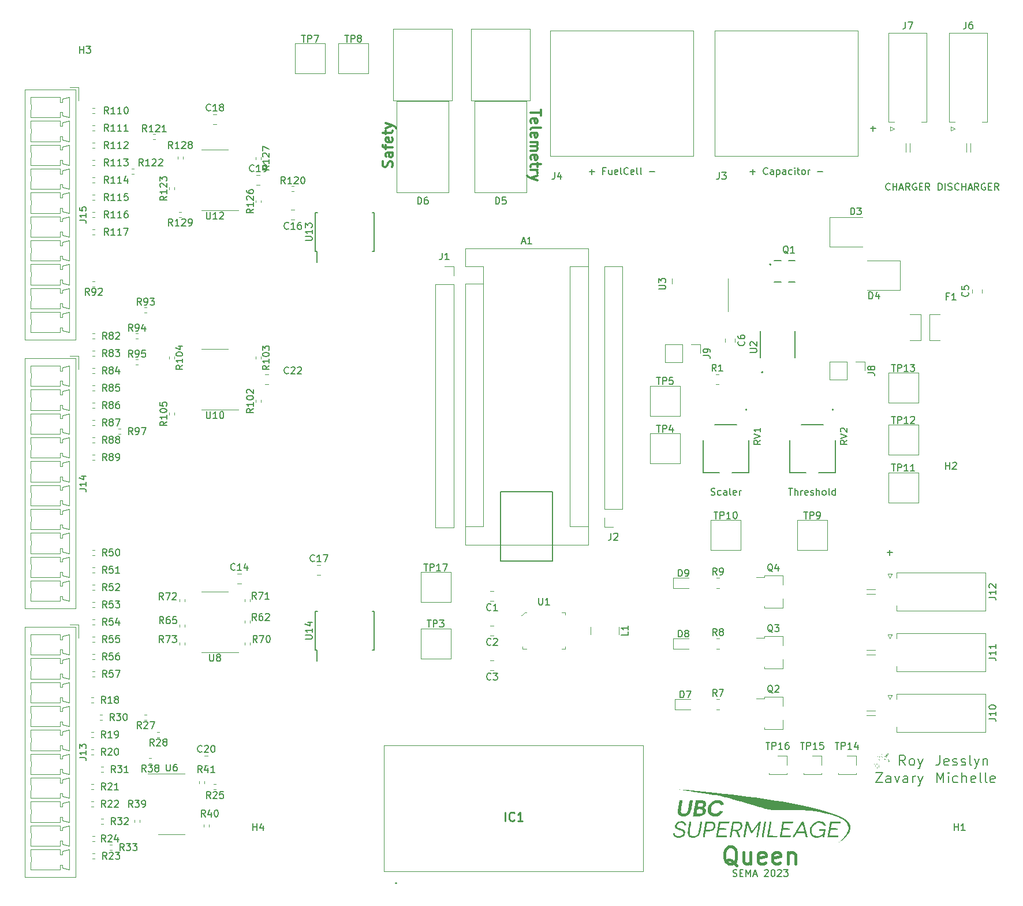
<source format=gto>
%TF.GenerationSoftware,KiCad,Pcbnew,(6.0.4)*%
%TF.CreationDate,2023-01-14T20:05:49-08:00*%
%TF.ProjectId,fcp-control-pcb,6663702d-636f-46e7-9472-6f6c2d706362,rev?*%
%TF.SameCoordinates,Original*%
%TF.FileFunction,Legend,Top*%
%TF.FilePolarity,Positive*%
%FSLAX46Y46*%
G04 Gerber Fmt 4.6, Leading zero omitted, Abs format (unit mm)*
G04 Created by KiCad (PCBNEW (6.0.4)) date 2023-01-14 20:05:49*
%MOMM*%
%LPD*%
G01*
G04 APERTURE LIST*
%ADD10C,0.150000*%
%ADD11C,0.300000*%
%ADD12C,0.450000*%
%ADD13C,0.254000*%
%ADD14C,0.120000*%
%ADD15C,0.127000*%
%ADD16C,0.200000*%
%ADD17C,0.100000*%
G04 APERTURE END LIST*
D10*
X124460000Y-93980000D02*
X132080000Y-93980000D01*
X132080000Y-93980000D02*
X132080000Y-104140000D01*
X132080000Y-104140000D02*
X124460000Y-104140000D01*
X124460000Y-104140000D02*
X124460000Y-93980000D01*
X158536190Y-150264761D02*
X158679047Y-150312380D01*
X158917142Y-150312380D01*
X159012380Y-150264761D01*
X159060000Y-150217142D01*
X159107619Y-150121904D01*
X159107619Y-150026666D01*
X159060000Y-149931428D01*
X159012380Y-149883809D01*
X158917142Y-149836190D01*
X158726666Y-149788571D01*
X158631428Y-149740952D01*
X158583809Y-149693333D01*
X158536190Y-149598095D01*
X158536190Y-149502857D01*
X158583809Y-149407619D01*
X158631428Y-149360000D01*
X158726666Y-149312380D01*
X158964761Y-149312380D01*
X159107619Y-149360000D01*
X159536190Y-149788571D02*
X159869523Y-149788571D01*
X160012380Y-150312380D02*
X159536190Y-150312380D01*
X159536190Y-149312380D01*
X160012380Y-149312380D01*
X160440952Y-150312380D02*
X160440952Y-149312380D01*
X160774285Y-150026666D01*
X161107619Y-149312380D01*
X161107619Y-150312380D01*
X161536190Y-150026666D02*
X162012380Y-150026666D01*
X161440952Y-150312380D02*
X161774285Y-149312380D01*
X162107619Y-150312380D01*
X163155238Y-149407619D02*
X163202857Y-149360000D01*
X163298095Y-149312380D01*
X163536190Y-149312380D01*
X163631428Y-149360000D01*
X163679047Y-149407619D01*
X163726666Y-149502857D01*
X163726666Y-149598095D01*
X163679047Y-149740952D01*
X163107619Y-150312380D01*
X163726666Y-150312380D01*
X164345714Y-149312380D02*
X164440952Y-149312380D01*
X164536190Y-149360000D01*
X164583809Y-149407619D01*
X164631428Y-149502857D01*
X164679047Y-149693333D01*
X164679047Y-149931428D01*
X164631428Y-150121904D01*
X164583809Y-150217142D01*
X164536190Y-150264761D01*
X164440952Y-150312380D01*
X164345714Y-150312380D01*
X164250476Y-150264761D01*
X164202857Y-150217142D01*
X164155238Y-150121904D01*
X164107619Y-149931428D01*
X164107619Y-149693333D01*
X164155238Y-149502857D01*
X164202857Y-149407619D01*
X164250476Y-149360000D01*
X164345714Y-149312380D01*
X165060000Y-149407619D02*
X165107619Y-149360000D01*
X165202857Y-149312380D01*
X165440952Y-149312380D01*
X165536190Y-149360000D01*
X165583809Y-149407619D01*
X165631428Y-149502857D01*
X165631428Y-149598095D01*
X165583809Y-149740952D01*
X165012380Y-150312380D01*
X165631428Y-150312380D01*
X165964761Y-149312380D02*
X166583809Y-149312380D01*
X166250476Y-149693333D01*
X166393333Y-149693333D01*
X166488571Y-149740952D01*
X166536190Y-149788571D01*
X166583809Y-149883809D01*
X166583809Y-150121904D01*
X166536190Y-150217142D01*
X166488571Y-150264761D01*
X166393333Y-150312380D01*
X166107619Y-150312380D01*
X166012380Y-150264761D01*
X165964761Y-150217142D01*
X188843214Y-132528571D02*
X188843214Y-133600000D01*
X188771785Y-133814285D01*
X188628928Y-133957142D01*
X188414642Y-134028571D01*
X188271785Y-134028571D01*
X190128928Y-133957142D02*
X189986071Y-134028571D01*
X189700357Y-134028571D01*
X189557500Y-133957142D01*
X189486071Y-133814285D01*
X189486071Y-133242857D01*
X189557500Y-133100000D01*
X189700357Y-133028571D01*
X189986071Y-133028571D01*
X190128928Y-133100000D01*
X190200357Y-133242857D01*
X190200357Y-133385714D01*
X189486071Y-133528571D01*
X190771785Y-133957142D02*
X190914642Y-134028571D01*
X191200357Y-134028571D01*
X191343214Y-133957142D01*
X191414642Y-133814285D01*
X191414642Y-133742857D01*
X191343214Y-133600000D01*
X191200357Y-133528571D01*
X190986071Y-133528571D01*
X190843214Y-133457142D01*
X190771785Y-133314285D01*
X190771785Y-133242857D01*
X190843214Y-133100000D01*
X190986071Y-133028571D01*
X191200357Y-133028571D01*
X191343214Y-133100000D01*
X191986071Y-133957142D02*
X192128928Y-134028571D01*
X192414642Y-134028571D01*
X192557500Y-133957142D01*
X192628928Y-133814285D01*
X192628928Y-133742857D01*
X192557500Y-133600000D01*
X192414642Y-133528571D01*
X192200357Y-133528571D01*
X192057500Y-133457142D01*
X191986071Y-133314285D01*
X191986071Y-133242857D01*
X192057500Y-133100000D01*
X192200357Y-133028571D01*
X192414642Y-133028571D01*
X192557500Y-133100000D01*
X193486071Y-134028571D02*
X193343214Y-133957142D01*
X193271785Y-133814285D01*
X193271785Y-132528571D01*
X193914642Y-133028571D02*
X194271785Y-134028571D01*
X194628928Y-133028571D02*
X194271785Y-134028571D01*
X194128928Y-134385714D01*
X194057500Y-134457142D01*
X193914642Y-134528571D01*
X195200357Y-133028571D02*
X195200357Y-134028571D01*
X195200357Y-133171428D02*
X195271785Y-133100000D01*
X195414642Y-133028571D01*
X195628928Y-133028571D01*
X195771785Y-133100000D01*
X195843214Y-133242857D01*
X195843214Y-134028571D01*
D11*
X130361428Y-37965714D02*
X130361428Y-38822857D01*
X128861428Y-38394285D02*
X130361428Y-38394285D01*
X128932857Y-39894285D02*
X128861428Y-39751428D01*
X128861428Y-39465714D01*
X128932857Y-39322857D01*
X129075714Y-39251428D01*
X129647142Y-39251428D01*
X129790000Y-39322857D01*
X129861428Y-39465714D01*
X129861428Y-39751428D01*
X129790000Y-39894285D01*
X129647142Y-39965714D01*
X129504285Y-39965714D01*
X129361428Y-39251428D01*
X128861428Y-40822857D02*
X128932857Y-40680000D01*
X129075714Y-40608571D01*
X130361428Y-40608571D01*
X128932857Y-41965714D02*
X128861428Y-41822857D01*
X128861428Y-41537142D01*
X128932857Y-41394285D01*
X129075714Y-41322857D01*
X129647142Y-41322857D01*
X129790000Y-41394285D01*
X129861428Y-41537142D01*
X129861428Y-41822857D01*
X129790000Y-41965714D01*
X129647142Y-42037142D01*
X129504285Y-42037142D01*
X129361428Y-41322857D01*
X128861428Y-42680000D02*
X129861428Y-42680000D01*
X129718571Y-42680000D02*
X129790000Y-42751428D01*
X129861428Y-42894285D01*
X129861428Y-43108571D01*
X129790000Y-43251428D01*
X129647142Y-43322857D01*
X128861428Y-43322857D01*
X129647142Y-43322857D02*
X129790000Y-43394285D01*
X129861428Y-43537142D01*
X129861428Y-43751428D01*
X129790000Y-43894285D01*
X129647142Y-43965714D01*
X128861428Y-43965714D01*
X128932857Y-45251428D02*
X128861428Y-45108571D01*
X128861428Y-44822857D01*
X128932857Y-44680000D01*
X129075714Y-44608571D01*
X129647142Y-44608571D01*
X129790000Y-44680000D01*
X129861428Y-44822857D01*
X129861428Y-45108571D01*
X129790000Y-45251428D01*
X129647142Y-45322857D01*
X129504285Y-45322857D01*
X129361428Y-44608571D01*
X129861428Y-45751428D02*
X129861428Y-46322857D01*
X130361428Y-45965714D02*
X129075714Y-45965714D01*
X128932857Y-46037142D01*
X128861428Y-46180000D01*
X128861428Y-46322857D01*
X128861428Y-46822857D02*
X129861428Y-46822857D01*
X129575714Y-46822857D02*
X129718571Y-46894285D01*
X129790000Y-46965714D01*
X129861428Y-47108571D01*
X129861428Y-47251428D01*
X129861428Y-47608571D02*
X128861428Y-47965714D01*
X129861428Y-48322857D02*
X128861428Y-47965714D01*
X128504285Y-47822857D01*
X128432857Y-47751428D01*
X128361428Y-47608571D01*
D10*
X137454285Y-47061428D02*
X138216190Y-47061428D01*
X137835238Y-47442380D02*
X137835238Y-46680476D01*
X139787619Y-46918571D02*
X139454285Y-46918571D01*
X139454285Y-47442380D02*
X139454285Y-46442380D01*
X139930476Y-46442380D01*
X140740000Y-46775714D02*
X140740000Y-47442380D01*
X140311428Y-46775714D02*
X140311428Y-47299523D01*
X140359047Y-47394761D01*
X140454285Y-47442380D01*
X140597142Y-47442380D01*
X140692380Y-47394761D01*
X140740000Y-47347142D01*
X141597142Y-47394761D02*
X141501904Y-47442380D01*
X141311428Y-47442380D01*
X141216190Y-47394761D01*
X141168571Y-47299523D01*
X141168571Y-46918571D01*
X141216190Y-46823333D01*
X141311428Y-46775714D01*
X141501904Y-46775714D01*
X141597142Y-46823333D01*
X141644761Y-46918571D01*
X141644761Y-47013809D01*
X141168571Y-47109047D01*
X142216190Y-47442380D02*
X142120952Y-47394761D01*
X142073333Y-47299523D01*
X142073333Y-46442380D01*
X143168571Y-47347142D02*
X143120952Y-47394761D01*
X142978095Y-47442380D01*
X142882857Y-47442380D01*
X142740000Y-47394761D01*
X142644761Y-47299523D01*
X142597142Y-47204285D01*
X142549523Y-47013809D01*
X142549523Y-46870952D01*
X142597142Y-46680476D01*
X142644761Y-46585238D01*
X142740000Y-46490000D01*
X142882857Y-46442380D01*
X142978095Y-46442380D01*
X143120952Y-46490000D01*
X143168571Y-46537619D01*
X143978095Y-47394761D02*
X143882857Y-47442380D01*
X143692380Y-47442380D01*
X143597142Y-47394761D01*
X143549523Y-47299523D01*
X143549523Y-46918571D01*
X143597142Y-46823333D01*
X143692380Y-46775714D01*
X143882857Y-46775714D01*
X143978095Y-46823333D01*
X144025714Y-46918571D01*
X144025714Y-47013809D01*
X143549523Y-47109047D01*
X144597142Y-47442380D02*
X144501904Y-47394761D01*
X144454285Y-47299523D01*
X144454285Y-46442380D01*
X145120952Y-47442380D02*
X145025714Y-47394761D01*
X144978095Y-47299523D01*
X144978095Y-46442380D01*
X146263809Y-47061428D02*
X147025714Y-47061428D01*
D11*
X108557142Y-46358571D02*
X108628571Y-46144285D01*
X108628571Y-45787142D01*
X108557142Y-45644285D01*
X108485714Y-45572857D01*
X108342857Y-45501428D01*
X108200000Y-45501428D01*
X108057142Y-45572857D01*
X107985714Y-45644285D01*
X107914285Y-45787142D01*
X107842857Y-46072857D01*
X107771428Y-46215714D01*
X107700000Y-46287142D01*
X107557142Y-46358571D01*
X107414285Y-46358571D01*
X107271428Y-46287142D01*
X107200000Y-46215714D01*
X107128571Y-46072857D01*
X107128571Y-45715714D01*
X107200000Y-45501428D01*
X108628571Y-44215714D02*
X107842857Y-44215714D01*
X107700000Y-44287142D01*
X107628571Y-44430000D01*
X107628571Y-44715714D01*
X107700000Y-44858571D01*
X108557142Y-44215714D02*
X108628571Y-44358571D01*
X108628571Y-44715714D01*
X108557142Y-44858571D01*
X108414285Y-44930000D01*
X108271428Y-44930000D01*
X108128571Y-44858571D01*
X108057142Y-44715714D01*
X108057142Y-44358571D01*
X107985714Y-44215714D01*
X107628571Y-43715714D02*
X107628571Y-43144285D01*
X108628571Y-43501428D02*
X107342857Y-43501428D01*
X107200000Y-43430000D01*
X107128571Y-43287142D01*
X107128571Y-43144285D01*
X108557142Y-42072857D02*
X108628571Y-42215714D01*
X108628571Y-42501428D01*
X108557142Y-42644285D01*
X108414285Y-42715714D01*
X107842857Y-42715714D01*
X107700000Y-42644285D01*
X107628571Y-42501428D01*
X107628571Y-42215714D01*
X107700000Y-42072857D01*
X107842857Y-42001428D01*
X107985714Y-42001428D01*
X108128571Y-42715714D01*
X107628571Y-41572857D02*
X107628571Y-41001428D01*
X107128571Y-41358571D02*
X108414285Y-41358571D01*
X108557142Y-41287142D01*
X108628571Y-41144285D01*
X108628571Y-41001428D01*
X107628571Y-40644285D02*
X108628571Y-40287142D01*
X107628571Y-39930000D02*
X108628571Y-40287142D01*
X108985714Y-40430000D01*
X109057142Y-40501428D01*
X109128571Y-40644285D01*
D10*
X181538571Y-102489047D02*
X181538571Y-103250952D01*
X181157619Y-102870000D02*
X181919523Y-102870000D01*
X188414642Y-136568571D02*
X188414642Y-135068571D01*
X188914642Y-136140000D01*
X189414642Y-135068571D01*
X189414642Y-136568571D01*
X190128928Y-136568571D02*
X190128928Y-135568571D01*
X190128928Y-135068571D02*
X190057500Y-135140000D01*
X190128928Y-135211428D01*
X190200357Y-135140000D01*
X190128928Y-135068571D01*
X190128928Y-135211428D01*
X191486071Y-136497142D02*
X191343214Y-136568571D01*
X191057500Y-136568571D01*
X190914642Y-136497142D01*
X190843214Y-136425714D01*
X190771785Y-136282857D01*
X190771785Y-135854285D01*
X190843214Y-135711428D01*
X190914642Y-135640000D01*
X191057500Y-135568571D01*
X191343214Y-135568571D01*
X191486071Y-135640000D01*
X192128928Y-136568571D02*
X192128928Y-135068571D01*
X192771785Y-136568571D02*
X192771785Y-135782857D01*
X192700357Y-135640000D01*
X192557500Y-135568571D01*
X192343214Y-135568571D01*
X192200357Y-135640000D01*
X192128928Y-135711428D01*
X194057500Y-136497142D02*
X193914642Y-136568571D01*
X193628928Y-136568571D01*
X193486071Y-136497142D01*
X193414642Y-136354285D01*
X193414642Y-135782857D01*
X193486071Y-135640000D01*
X193628928Y-135568571D01*
X193914642Y-135568571D01*
X194057500Y-135640000D01*
X194128928Y-135782857D01*
X194128928Y-135925714D01*
X193414642Y-136068571D01*
X194986071Y-136568571D02*
X194843214Y-136497142D01*
X194771785Y-136354285D01*
X194771785Y-135068571D01*
X195771785Y-136568571D02*
X195628928Y-136497142D01*
X195557500Y-136354285D01*
X195557500Y-135068571D01*
X196914642Y-136497142D02*
X196771785Y-136568571D01*
X196486071Y-136568571D01*
X196343214Y-136497142D01*
X196271785Y-136354285D01*
X196271785Y-135782857D01*
X196343214Y-135640000D01*
X196486071Y-135568571D01*
X196771785Y-135568571D01*
X196914642Y-135640000D01*
X196986071Y-135782857D01*
X196986071Y-135925714D01*
X196271785Y-136068571D01*
X155313333Y-94384761D02*
X155456190Y-94432380D01*
X155694285Y-94432380D01*
X155789523Y-94384761D01*
X155837142Y-94337142D01*
X155884761Y-94241904D01*
X155884761Y-94146666D01*
X155837142Y-94051428D01*
X155789523Y-94003809D01*
X155694285Y-93956190D01*
X155503809Y-93908571D01*
X155408571Y-93860952D01*
X155360952Y-93813333D01*
X155313333Y-93718095D01*
X155313333Y-93622857D01*
X155360952Y-93527619D01*
X155408571Y-93480000D01*
X155503809Y-93432380D01*
X155741904Y-93432380D01*
X155884761Y-93480000D01*
X156741904Y-94384761D02*
X156646666Y-94432380D01*
X156456190Y-94432380D01*
X156360952Y-94384761D01*
X156313333Y-94337142D01*
X156265714Y-94241904D01*
X156265714Y-93956190D01*
X156313333Y-93860952D01*
X156360952Y-93813333D01*
X156456190Y-93765714D01*
X156646666Y-93765714D01*
X156741904Y-93813333D01*
X157599047Y-94432380D02*
X157599047Y-93908571D01*
X157551428Y-93813333D01*
X157456190Y-93765714D01*
X157265714Y-93765714D01*
X157170476Y-93813333D01*
X157599047Y-94384761D02*
X157503809Y-94432380D01*
X157265714Y-94432380D01*
X157170476Y-94384761D01*
X157122857Y-94289523D01*
X157122857Y-94194285D01*
X157170476Y-94099047D01*
X157265714Y-94051428D01*
X157503809Y-94051428D01*
X157599047Y-94003809D01*
X158218095Y-94432380D02*
X158122857Y-94384761D01*
X158075238Y-94289523D01*
X158075238Y-93432380D01*
X158980000Y-94384761D02*
X158884761Y-94432380D01*
X158694285Y-94432380D01*
X158599047Y-94384761D01*
X158551428Y-94289523D01*
X158551428Y-93908571D01*
X158599047Y-93813333D01*
X158694285Y-93765714D01*
X158884761Y-93765714D01*
X158980000Y-93813333D01*
X159027619Y-93908571D01*
X159027619Y-94003809D01*
X158551428Y-94099047D01*
X159456190Y-94432380D02*
X159456190Y-93765714D01*
X159456190Y-93956190D02*
X159503809Y-93860952D01*
X159551428Y-93813333D01*
X159646666Y-93765714D01*
X159741904Y-93765714D01*
X183806785Y-134028571D02*
X183306785Y-133314285D01*
X182949642Y-134028571D02*
X182949642Y-132528571D01*
X183521071Y-132528571D01*
X183663928Y-132600000D01*
X183735357Y-132671428D01*
X183806785Y-132814285D01*
X183806785Y-133028571D01*
X183735357Y-133171428D01*
X183663928Y-133242857D01*
X183521071Y-133314285D01*
X182949642Y-133314285D01*
X184663928Y-134028571D02*
X184521071Y-133957142D01*
X184449642Y-133885714D01*
X184378214Y-133742857D01*
X184378214Y-133314285D01*
X184449642Y-133171428D01*
X184521071Y-133100000D01*
X184663928Y-133028571D01*
X184878214Y-133028571D01*
X185021071Y-133100000D01*
X185092500Y-133171428D01*
X185163928Y-133314285D01*
X185163928Y-133742857D01*
X185092500Y-133885714D01*
X185021071Y-133957142D01*
X184878214Y-134028571D01*
X184663928Y-134028571D01*
X185663928Y-133028571D02*
X186021071Y-134028571D01*
X186378214Y-133028571D02*
X186021071Y-134028571D01*
X185878214Y-134385714D01*
X185806785Y-134457142D01*
X185663928Y-134528571D01*
X166680000Y-93432380D02*
X167251428Y-93432380D01*
X166965714Y-94432380D02*
X166965714Y-93432380D01*
X167584761Y-94432380D02*
X167584761Y-93432380D01*
X168013333Y-94432380D02*
X168013333Y-93908571D01*
X167965714Y-93813333D01*
X167870476Y-93765714D01*
X167727619Y-93765714D01*
X167632380Y-93813333D01*
X167584761Y-93860952D01*
X168489523Y-94432380D02*
X168489523Y-93765714D01*
X168489523Y-93956190D02*
X168537142Y-93860952D01*
X168584761Y-93813333D01*
X168680000Y-93765714D01*
X168775238Y-93765714D01*
X169489523Y-94384761D02*
X169394285Y-94432380D01*
X169203809Y-94432380D01*
X169108571Y-94384761D01*
X169060952Y-94289523D01*
X169060952Y-93908571D01*
X169108571Y-93813333D01*
X169203809Y-93765714D01*
X169394285Y-93765714D01*
X169489523Y-93813333D01*
X169537142Y-93908571D01*
X169537142Y-94003809D01*
X169060952Y-94099047D01*
X169918095Y-94384761D02*
X170013333Y-94432380D01*
X170203809Y-94432380D01*
X170299047Y-94384761D01*
X170346666Y-94289523D01*
X170346666Y-94241904D01*
X170299047Y-94146666D01*
X170203809Y-94099047D01*
X170060952Y-94099047D01*
X169965714Y-94051428D01*
X169918095Y-93956190D01*
X169918095Y-93908571D01*
X169965714Y-93813333D01*
X170060952Y-93765714D01*
X170203809Y-93765714D01*
X170299047Y-93813333D01*
X170775238Y-94432380D02*
X170775238Y-93432380D01*
X171203809Y-94432380D02*
X171203809Y-93908571D01*
X171156190Y-93813333D01*
X171060952Y-93765714D01*
X170918095Y-93765714D01*
X170822857Y-93813333D01*
X170775238Y-93860952D01*
X171822857Y-94432380D02*
X171727619Y-94384761D01*
X171680000Y-94337142D01*
X171632380Y-94241904D01*
X171632380Y-93956190D01*
X171680000Y-93860952D01*
X171727619Y-93813333D01*
X171822857Y-93765714D01*
X171965714Y-93765714D01*
X172060952Y-93813333D01*
X172108571Y-93860952D01*
X172156190Y-93956190D01*
X172156190Y-94241904D01*
X172108571Y-94337142D01*
X172060952Y-94384761D01*
X171965714Y-94432380D01*
X171822857Y-94432380D01*
X172727619Y-94432380D02*
X172632380Y-94384761D01*
X172584761Y-94289523D01*
X172584761Y-93432380D01*
X173537142Y-94432380D02*
X173537142Y-93432380D01*
X173537142Y-94384761D02*
X173441904Y-94432380D01*
X173251428Y-94432380D01*
X173156190Y-94384761D01*
X173108571Y-94337142D01*
X173060952Y-94241904D01*
X173060952Y-93956190D01*
X173108571Y-93860952D01*
X173156190Y-93813333D01*
X173251428Y-93765714D01*
X173441904Y-93765714D01*
X173537142Y-93813333D01*
X178689047Y-40711428D02*
X179450952Y-40711428D01*
X179070000Y-41092380D02*
X179070000Y-40330476D01*
X179449642Y-135068571D02*
X180449642Y-135068571D01*
X179449642Y-136568571D01*
X180449642Y-136568571D01*
X181663928Y-136568571D02*
X181663928Y-135782857D01*
X181592500Y-135640000D01*
X181449642Y-135568571D01*
X181163928Y-135568571D01*
X181021071Y-135640000D01*
X181663928Y-136497142D02*
X181521071Y-136568571D01*
X181163928Y-136568571D01*
X181021071Y-136497142D01*
X180949642Y-136354285D01*
X180949642Y-136211428D01*
X181021071Y-136068571D01*
X181163928Y-135997142D01*
X181521071Y-135997142D01*
X181663928Y-135925714D01*
X182235357Y-135568571D02*
X182592500Y-136568571D01*
X182949642Y-135568571D01*
X184163928Y-136568571D02*
X184163928Y-135782857D01*
X184092500Y-135640000D01*
X183949642Y-135568571D01*
X183663928Y-135568571D01*
X183521071Y-135640000D01*
X184163928Y-136497142D02*
X184021071Y-136568571D01*
X183663928Y-136568571D01*
X183521071Y-136497142D01*
X183449642Y-136354285D01*
X183449642Y-136211428D01*
X183521071Y-136068571D01*
X183663928Y-135997142D01*
X184021071Y-135997142D01*
X184163928Y-135925714D01*
X184878214Y-136568571D02*
X184878214Y-135568571D01*
X184878214Y-135854285D02*
X184949642Y-135711428D01*
X185021071Y-135640000D01*
X185163928Y-135568571D01*
X185306785Y-135568571D01*
X185663928Y-135568571D02*
X186021071Y-136568571D01*
X186378214Y-135568571D02*
X186021071Y-136568571D01*
X185878214Y-136925714D01*
X185806785Y-136997142D01*
X185663928Y-137068571D01*
D12*
X159107619Y-148689047D02*
X158869523Y-148570000D01*
X158631428Y-148331904D01*
X158274285Y-147974761D01*
X158036190Y-147855714D01*
X157798095Y-147855714D01*
X157917142Y-148450952D02*
X157679047Y-148331904D01*
X157440952Y-148093809D01*
X157321904Y-147617619D01*
X157321904Y-146784285D01*
X157440952Y-146308095D01*
X157679047Y-146070000D01*
X157917142Y-145950952D01*
X158393333Y-145950952D01*
X158631428Y-146070000D01*
X158869523Y-146308095D01*
X158988571Y-146784285D01*
X158988571Y-147617619D01*
X158869523Y-148093809D01*
X158631428Y-148331904D01*
X158393333Y-148450952D01*
X157917142Y-148450952D01*
X161131428Y-146784285D02*
X161131428Y-148450952D01*
X160060000Y-146784285D02*
X160060000Y-148093809D01*
X160179047Y-148331904D01*
X160417142Y-148450952D01*
X160774285Y-148450952D01*
X161012380Y-148331904D01*
X161131428Y-148212857D01*
X163274285Y-148331904D02*
X163036190Y-148450952D01*
X162560000Y-148450952D01*
X162321904Y-148331904D01*
X162202857Y-148093809D01*
X162202857Y-147141428D01*
X162321904Y-146903333D01*
X162560000Y-146784285D01*
X163036190Y-146784285D01*
X163274285Y-146903333D01*
X163393333Y-147141428D01*
X163393333Y-147379523D01*
X162202857Y-147617619D01*
X165417142Y-148331904D02*
X165179047Y-148450952D01*
X164702857Y-148450952D01*
X164464761Y-148331904D01*
X164345714Y-148093809D01*
X164345714Y-147141428D01*
X164464761Y-146903333D01*
X164702857Y-146784285D01*
X165179047Y-146784285D01*
X165417142Y-146903333D01*
X165536190Y-147141428D01*
X165536190Y-147379523D01*
X164345714Y-147617619D01*
X166607619Y-146784285D02*
X166607619Y-148450952D01*
X166607619Y-147022380D02*
X166726666Y-146903333D01*
X166964761Y-146784285D01*
X167321904Y-146784285D01*
X167560000Y-146903333D01*
X167679047Y-147141428D01*
X167679047Y-148450952D01*
D10*
X161036666Y-47061428D02*
X161798571Y-47061428D01*
X161417619Y-47442380D02*
X161417619Y-46680476D01*
X163608095Y-47347142D02*
X163560476Y-47394761D01*
X163417619Y-47442380D01*
X163322380Y-47442380D01*
X163179523Y-47394761D01*
X163084285Y-47299523D01*
X163036666Y-47204285D01*
X162989047Y-47013809D01*
X162989047Y-46870952D01*
X163036666Y-46680476D01*
X163084285Y-46585238D01*
X163179523Y-46490000D01*
X163322380Y-46442380D01*
X163417619Y-46442380D01*
X163560476Y-46490000D01*
X163608095Y-46537619D01*
X164465238Y-47442380D02*
X164465238Y-46918571D01*
X164417619Y-46823333D01*
X164322380Y-46775714D01*
X164131904Y-46775714D01*
X164036666Y-46823333D01*
X164465238Y-47394761D02*
X164370000Y-47442380D01*
X164131904Y-47442380D01*
X164036666Y-47394761D01*
X163989047Y-47299523D01*
X163989047Y-47204285D01*
X164036666Y-47109047D01*
X164131904Y-47061428D01*
X164370000Y-47061428D01*
X164465238Y-47013809D01*
X164941428Y-46775714D02*
X164941428Y-47775714D01*
X164941428Y-46823333D02*
X165036666Y-46775714D01*
X165227142Y-46775714D01*
X165322380Y-46823333D01*
X165370000Y-46870952D01*
X165417619Y-46966190D01*
X165417619Y-47251904D01*
X165370000Y-47347142D01*
X165322380Y-47394761D01*
X165227142Y-47442380D01*
X165036666Y-47442380D01*
X164941428Y-47394761D01*
X166274761Y-47442380D02*
X166274761Y-46918571D01*
X166227142Y-46823333D01*
X166131904Y-46775714D01*
X165941428Y-46775714D01*
X165846190Y-46823333D01*
X166274761Y-47394761D02*
X166179523Y-47442380D01*
X165941428Y-47442380D01*
X165846190Y-47394761D01*
X165798571Y-47299523D01*
X165798571Y-47204285D01*
X165846190Y-47109047D01*
X165941428Y-47061428D01*
X166179523Y-47061428D01*
X166274761Y-47013809D01*
X167179523Y-47394761D02*
X167084285Y-47442380D01*
X166893809Y-47442380D01*
X166798571Y-47394761D01*
X166750952Y-47347142D01*
X166703333Y-47251904D01*
X166703333Y-46966190D01*
X166750952Y-46870952D01*
X166798571Y-46823333D01*
X166893809Y-46775714D01*
X167084285Y-46775714D01*
X167179523Y-46823333D01*
X167608095Y-47442380D02*
X167608095Y-46775714D01*
X167608095Y-46442380D02*
X167560476Y-46490000D01*
X167608095Y-46537619D01*
X167655714Y-46490000D01*
X167608095Y-46442380D01*
X167608095Y-46537619D01*
X167941428Y-46775714D02*
X168322380Y-46775714D01*
X168084285Y-46442380D02*
X168084285Y-47299523D01*
X168131904Y-47394761D01*
X168227142Y-47442380D01*
X168322380Y-47442380D01*
X168798571Y-47442380D02*
X168703333Y-47394761D01*
X168655714Y-47347142D01*
X168608095Y-47251904D01*
X168608095Y-46966190D01*
X168655714Y-46870952D01*
X168703333Y-46823333D01*
X168798571Y-46775714D01*
X168941428Y-46775714D01*
X169036666Y-46823333D01*
X169084285Y-46870952D01*
X169131904Y-46966190D01*
X169131904Y-47251904D01*
X169084285Y-47347142D01*
X169036666Y-47394761D01*
X168941428Y-47442380D01*
X168798571Y-47442380D01*
X169560476Y-47442380D02*
X169560476Y-46775714D01*
X169560476Y-46966190D02*
X169608095Y-46870952D01*
X169655714Y-46823333D01*
X169750952Y-46775714D01*
X169846190Y-46775714D01*
X170941428Y-47061428D02*
X171703333Y-47061428D01*
%TO.C,R19*%
X66499521Y-129992380D02*
X66166188Y-129516190D01*
X65928093Y-129992380D02*
X65928093Y-128992380D01*
X66309045Y-128992380D01*
X66404283Y-129040000D01*
X66451902Y-129087619D01*
X66499521Y-129182857D01*
X66499521Y-129325714D01*
X66451902Y-129420952D01*
X66404283Y-129468571D01*
X66309045Y-129516190D01*
X65928093Y-129516190D01*
X67451902Y-129992380D02*
X66880474Y-129992380D01*
X67166188Y-129992380D02*
X67166188Y-128992380D01*
X67070950Y-129135238D01*
X66975712Y-129230476D01*
X66880474Y-129278095D01*
X67928093Y-129992380D02*
X68118569Y-129992380D01*
X68213807Y-129944761D01*
X68261426Y-129897142D01*
X68356664Y-129754285D01*
X68404283Y-129563809D01*
X68404283Y-129182857D01*
X68356664Y-129087619D01*
X68309045Y-129040000D01*
X68213807Y-128992380D01*
X68023331Y-128992380D01*
X67928093Y-129040000D01*
X67880474Y-129087619D01*
X67832855Y-129182857D01*
X67832855Y-129420952D01*
X67880474Y-129516190D01*
X67928093Y-129563809D01*
X68023331Y-129611428D01*
X68213807Y-129611428D01*
X68309045Y-129563809D01*
X68356664Y-129516190D01*
X68404283Y-129420952D01*
%TO.C,J15*%
X62679880Y-54167023D02*
X63394166Y-54167023D01*
X63537023Y-54214642D01*
X63632261Y-54309880D01*
X63679880Y-54452738D01*
X63679880Y-54547976D01*
X63679880Y-53167023D02*
X63679880Y-53738452D01*
X63679880Y-53452738D02*
X62679880Y-53452738D01*
X62822738Y-53547976D01*
X62917976Y-53643214D01*
X62965595Y-53738452D01*
X62679880Y-52262261D02*
X62679880Y-52738452D01*
X63156071Y-52786071D01*
X63108452Y-52738452D01*
X63060833Y-52643214D01*
X63060833Y-52405119D01*
X63108452Y-52309880D01*
X63156071Y-52262261D01*
X63251309Y-52214642D01*
X63489404Y-52214642D01*
X63584642Y-52262261D01*
X63632261Y-52309880D01*
X63679880Y-52405119D01*
X63679880Y-52643214D01*
X63632261Y-52738452D01*
X63584642Y-52786071D01*
%TO.C,R33*%
X69207142Y-146502380D02*
X68873809Y-146026190D01*
X68635714Y-146502380D02*
X68635714Y-145502380D01*
X69016666Y-145502380D01*
X69111904Y-145550000D01*
X69159523Y-145597619D01*
X69207142Y-145692857D01*
X69207142Y-145835714D01*
X69159523Y-145930952D01*
X69111904Y-145978571D01*
X69016666Y-146026190D01*
X68635714Y-146026190D01*
X69540476Y-145502380D02*
X70159523Y-145502380D01*
X69826190Y-145883333D01*
X69969047Y-145883333D01*
X70064285Y-145930952D01*
X70111904Y-145978571D01*
X70159523Y-146073809D01*
X70159523Y-146311904D01*
X70111904Y-146407142D01*
X70064285Y-146454761D01*
X69969047Y-146502380D01*
X69683333Y-146502380D01*
X69588095Y-146454761D01*
X69540476Y-146407142D01*
X70492857Y-145502380D02*
X71111904Y-145502380D01*
X70778571Y-145883333D01*
X70921428Y-145883333D01*
X71016666Y-145930952D01*
X71064285Y-145978571D01*
X71111904Y-146073809D01*
X71111904Y-146311904D01*
X71064285Y-146407142D01*
X71016666Y-146454761D01*
X70921428Y-146502380D01*
X70635714Y-146502380D01*
X70540476Y-146454761D01*
X70492857Y-146407142D01*
%TO.C,D5*%
X123721904Y-51789880D02*
X123721904Y-50789880D01*
X123960000Y-50789880D01*
X124102857Y-50837500D01*
X124198095Y-50932738D01*
X124245714Y-51027976D01*
X124293333Y-51218452D01*
X124293333Y-51361309D01*
X124245714Y-51551785D01*
X124198095Y-51647023D01*
X124102857Y-51742261D01*
X123960000Y-51789880D01*
X123721904Y-51789880D01*
X125198095Y-50789880D02*
X124721904Y-50789880D01*
X124674285Y-51266071D01*
X124721904Y-51218452D01*
X124817142Y-51170833D01*
X125055238Y-51170833D01*
X125150476Y-51218452D01*
X125198095Y-51266071D01*
X125245714Y-51361309D01*
X125245714Y-51599404D01*
X125198095Y-51694642D01*
X125150476Y-51742261D01*
X125055238Y-51789880D01*
X124817142Y-51789880D01*
X124721904Y-51742261D01*
X124674285Y-51694642D01*
%TO.C,U2*%
X161015380Y-73536904D02*
X161824904Y-73536904D01*
X161920142Y-73489285D01*
X161967761Y-73441666D01*
X162015380Y-73346428D01*
X162015380Y-73155952D01*
X161967761Y-73060714D01*
X161920142Y-73013095D01*
X161824904Y-72965476D01*
X161015380Y-72965476D01*
X161110619Y-72536904D02*
X161063000Y-72489285D01*
X161015380Y-72394047D01*
X161015380Y-72155952D01*
X161063000Y-72060714D01*
X161110619Y-72013095D01*
X161205857Y-71965476D01*
X161301095Y-71965476D01*
X161443952Y-72013095D01*
X162015380Y-72584523D01*
X162015380Y-71965476D01*
%TO.C,C6*%
X160152142Y-71921666D02*
X160199761Y-71969285D01*
X160247380Y-72112142D01*
X160247380Y-72207380D01*
X160199761Y-72350238D01*
X160104523Y-72445476D01*
X160009285Y-72493095D01*
X159818809Y-72540714D01*
X159675952Y-72540714D01*
X159485476Y-72493095D01*
X159390238Y-72445476D01*
X159295000Y-72350238D01*
X159247380Y-72207380D01*
X159247380Y-72112142D01*
X159295000Y-71969285D01*
X159342619Y-71921666D01*
X159247380Y-71064523D02*
X159247380Y-71255000D01*
X159295000Y-71350238D01*
X159342619Y-71397857D01*
X159485476Y-71493095D01*
X159675952Y-71540714D01*
X160056904Y-71540714D01*
X160152142Y-71493095D01*
X160199761Y-71445476D01*
X160247380Y-71350238D01*
X160247380Y-71159761D01*
X160199761Y-71064523D01*
X160152142Y-71016904D01*
X160056904Y-70969285D01*
X159818809Y-70969285D01*
X159723571Y-71016904D01*
X159675952Y-71064523D01*
X159628333Y-71159761D01*
X159628333Y-71350238D01*
X159675952Y-71445476D01*
X159723571Y-71493095D01*
X159818809Y-71540714D01*
%TO.C,TP14*%
X173521904Y-130667380D02*
X174093333Y-130667380D01*
X173807619Y-131667380D02*
X173807619Y-130667380D01*
X174426666Y-131667380D02*
X174426666Y-130667380D01*
X174807619Y-130667380D01*
X174902857Y-130715000D01*
X174950476Y-130762619D01*
X174998095Y-130857857D01*
X174998095Y-131000714D01*
X174950476Y-131095952D01*
X174902857Y-131143571D01*
X174807619Y-131191190D01*
X174426666Y-131191190D01*
X175950476Y-131667380D02*
X175379047Y-131667380D01*
X175664761Y-131667380D02*
X175664761Y-130667380D01*
X175569523Y-130810238D01*
X175474285Y-130905476D01*
X175379047Y-130953095D01*
X176807619Y-131000714D02*
X176807619Y-131667380D01*
X176569523Y-130619761D02*
X176331428Y-131334047D01*
X176950476Y-131334047D01*
%TO.C,C3*%
X123023333Y-121417142D02*
X122975714Y-121464761D01*
X122832857Y-121512380D01*
X122737619Y-121512380D01*
X122594761Y-121464761D01*
X122499523Y-121369523D01*
X122451904Y-121274285D01*
X122404285Y-121083809D01*
X122404285Y-120940952D01*
X122451904Y-120750476D01*
X122499523Y-120655238D01*
X122594761Y-120560000D01*
X122737619Y-120512380D01*
X122832857Y-120512380D01*
X122975714Y-120560000D01*
X123023333Y-120607619D01*
X123356666Y-120512380D02*
X123975714Y-120512380D01*
X123642380Y-120893333D01*
X123785238Y-120893333D01*
X123880476Y-120940952D01*
X123928095Y-120988571D01*
X123975714Y-121083809D01*
X123975714Y-121321904D01*
X123928095Y-121417142D01*
X123880476Y-121464761D01*
X123785238Y-121512380D01*
X123499523Y-121512380D01*
X123404285Y-121464761D01*
X123356666Y-121417142D01*
%TO.C,R117*%
X66947023Y-56332380D02*
X66613690Y-55856190D01*
X66375595Y-56332380D02*
X66375595Y-55332380D01*
X66756547Y-55332380D01*
X66851785Y-55380000D01*
X66899404Y-55427619D01*
X66947023Y-55522857D01*
X66947023Y-55665714D01*
X66899404Y-55760952D01*
X66851785Y-55808571D01*
X66756547Y-55856190D01*
X66375595Y-55856190D01*
X67899404Y-56332380D02*
X67327976Y-56332380D01*
X67613690Y-56332380D02*
X67613690Y-55332380D01*
X67518452Y-55475238D01*
X67423214Y-55570476D01*
X67327976Y-55618095D01*
X68851785Y-56332380D02*
X68280357Y-56332380D01*
X68566071Y-56332380D02*
X68566071Y-55332380D01*
X68470833Y-55475238D01*
X68375595Y-55570476D01*
X68280357Y-55618095D01*
X69185119Y-55332380D02*
X69851785Y-55332380D01*
X69423214Y-56332380D01*
%TO.C,R114*%
X66947023Y-48712380D02*
X66613690Y-48236190D01*
X66375595Y-48712380D02*
X66375595Y-47712380D01*
X66756547Y-47712380D01*
X66851785Y-47760000D01*
X66899404Y-47807619D01*
X66947023Y-47902857D01*
X66947023Y-48045714D01*
X66899404Y-48140952D01*
X66851785Y-48188571D01*
X66756547Y-48236190D01*
X66375595Y-48236190D01*
X67899404Y-48712380D02*
X67327976Y-48712380D01*
X67613690Y-48712380D02*
X67613690Y-47712380D01*
X67518452Y-47855238D01*
X67423214Y-47950476D01*
X67327976Y-47998095D01*
X68851785Y-48712380D02*
X68280357Y-48712380D01*
X68566071Y-48712380D02*
X68566071Y-47712380D01*
X68470833Y-47855238D01*
X68375595Y-47950476D01*
X68280357Y-47998095D01*
X69708928Y-48045714D02*
X69708928Y-48712380D01*
X69470833Y-47664761D02*
X69232738Y-48379047D01*
X69851785Y-48379047D01*
%TO.C,R71*%
X88601191Y-109653901D02*
X88267858Y-109177711D01*
X88029763Y-109653901D02*
X88029763Y-108653901D01*
X88410715Y-108653901D01*
X88505953Y-108701521D01*
X88553572Y-108749140D01*
X88601191Y-108844378D01*
X88601191Y-108987235D01*
X88553572Y-109082473D01*
X88505953Y-109130092D01*
X88410715Y-109177711D01*
X88029763Y-109177711D01*
X88934525Y-108653901D02*
X89601191Y-108653901D01*
X89172620Y-109653901D01*
X90505953Y-109653901D02*
X89934525Y-109653901D01*
X90220239Y-109653901D02*
X90220239Y-108653901D01*
X90125001Y-108796759D01*
X90029763Y-108891997D01*
X89934525Y-108939616D01*
%TO.C,C19*%
X88257142Y-46937142D02*
X88209523Y-46984761D01*
X88066666Y-47032380D01*
X87971428Y-47032380D01*
X87828571Y-46984761D01*
X87733333Y-46889523D01*
X87685714Y-46794285D01*
X87638095Y-46603809D01*
X87638095Y-46460952D01*
X87685714Y-46270476D01*
X87733333Y-46175238D01*
X87828571Y-46080000D01*
X87971428Y-46032380D01*
X88066666Y-46032380D01*
X88209523Y-46080000D01*
X88257142Y-46127619D01*
X89209523Y-47032380D02*
X88638095Y-47032380D01*
X88923809Y-47032380D02*
X88923809Y-46032380D01*
X88828571Y-46175238D01*
X88733333Y-46270476D01*
X88638095Y-46318095D01*
X89685714Y-47032380D02*
X89876190Y-47032380D01*
X89971428Y-46984761D01*
X90019047Y-46937142D01*
X90114285Y-46794285D01*
X90161904Y-46603809D01*
X90161904Y-46222857D01*
X90114285Y-46127619D01*
X90066666Y-46080000D01*
X89971428Y-46032380D01*
X89780952Y-46032380D01*
X89685714Y-46080000D01*
X89638095Y-46127619D01*
X89590476Y-46222857D01*
X89590476Y-46460952D01*
X89638095Y-46556190D01*
X89685714Y-46603809D01*
X89780952Y-46651428D01*
X89971428Y-46651428D01*
X90066666Y-46603809D01*
X90114285Y-46556190D01*
X90161904Y-46460952D01*
%TO.C,R120*%
X92860952Y-48812380D02*
X92527619Y-48336190D01*
X92289523Y-48812380D02*
X92289523Y-47812380D01*
X92670476Y-47812380D01*
X92765714Y-47860000D01*
X92813333Y-47907619D01*
X92860952Y-48002857D01*
X92860952Y-48145714D01*
X92813333Y-48240952D01*
X92765714Y-48288571D01*
X92670476Y-48336190D01*
X92289523Y-48336190D01*
X93813333Y-48812380D02*
X93241904Y-48812380D01*
X93527619Y-48812380D02*
X93527619Y-47812380D01*
X93432380Y-47955238D01*
X93337142Y-48050476D01*
X93241904Y-48098095D01*
X94194285Y-47907619D02*
X94241904Y-47860000D01*
X94337142Y-47812380D01*
X94575238Y-47812380D01*
X94670476Y-47860000D01*
X94718095Y-47907619D01*
X94765714Y-48002857D01*
X94765714Y-48098095D01*
X94718095Y-48240952D01*
X94146666Y-48812380D01*
X94765714Y-48812380D01*
X95384761Y-47812380D02*
X95480000Y-47812380D01*
X95575238Y-47860000D01*
X95622857Y-47907619D01*
X95670476Y-48002857D01*
X95718095Y-48193333D01*
X95718095Y-48431428D01*
X95670476Y-48621904D01*
X95622857Y-48717142D01*
X95575238Y-48764761D01*
X95480000Y-48812380D01*
X95384761Y-48812380D01*
X95289523Y-48764761D01*
X95241904Y-48717142D01*
X95194285Y-48621904D01*
X95146666Y-48431428D01*
X95146666Y-48193333D01*
X95194285Y-48002857D01*
X95241904Y-47907619D01*
X95289523Y-47860000D01*
X95384761Y-47812380D01*
%TO.C,TP17*%
X113196904Y-104504380D02*
X113768333Y-104504380D01*
X113482619Y-105504380D02*
X113482619Y-104504380D01*
X114101666Y-105504380D02*
X114101666Y-104504380D01*
X114482619Y-104504380D01*
X114577857Y-104552000D01*
X114625476Y-104599619D01*
X114673095Y-104694857D01*
X114673095Y-104837714D01*
X114625476Y-104932952D01*
X114577857Y-104980571D01*
X114482619Y-105028190D01*
X114101666Y-105028190D01*
X115625476Y-105504380D02*
X115054047Y-105504380D01*
X115339761Y-105504380D02*
X115339761Y-104504380D01*
X115244523Y-104647238D01*
X115149285Y-104742476D01*
X115054047Y-104790095D01*
X115958809Y-104504380D02*
X116625476Y-104504380D01*
X116196904Y-105504380D01*
%TO.C,F1*%
X190166666Y-65333571D02*
X189833333Y-65333571D01*
X189833333Y-65857380D02*
X189833333Y-64857380D01*
X190309523Y-64857380D01*
X191214285Y-65857380D02*
X190642857Y-65857380D01*
X190928571Y-65857380D02*
X190928571Y-64857380D01*
X190833333Y-65000238D01*
X190738095Y-65095476D01*
X190642857Y-65143095D01*
%TO.C,R22*%
X66499521Y-140152380D02*
X66166188Y-139676190D01*
X65928093Y-140152380D02*
X65928093Y-139152380D01*
X66309045Y-139152380D01*
X66404283Y-139200000D01*
X66451902Y-139247619D01*
X66499521Y-139342857D01*
X66499521Y-139485714D01*
X66451902Y-139580952D01*
X66404283Y-139628571D01*
X66309045Y-139676190D01*
X65928093Y-139676190D01*
X66880474Y-139247619D02*
X66928093Y-139200000D01*
X67023331Y-139152380D01*
X67261426Y-139152380D01*
X67356664Y-139200000D01*
X67404283Y-139247619D01*
X67451902Y-139342857D01*
X67451902Y-139438095D01*
X67404283Y-139580952D01*
X66832855Y-140152380D01*
X67451902Y-140152380D01*
X67832855Y-139247619D02*
X67880474Y-139200000D01*
X67975712Y-139152380D01*
X68213807Y-139152380D01*
X68309045Y-139200000D01*
X68356664Y-139247619D01*
X68404283Y-139342857D01*
X68404283Y-139438095D01*
X68356664Y-139580952D01*
X67785236Y-140152380D01*
X68404283Y-140152380D01*
%TO.C,R112*%
X66947023Y-43632380D02*
X66613690Y-43156190D01*
X66375595Y-43632380D02*
X66375595Y-42632380D01*
X66756547Y-42632380D01*
X66851785Y-42680000D01*
X66899404Y-42727619D01*
X66947023Y-42822857D01*
X66947023Y-42965714D01*
X66899404Y-43060952D01*
X66851785Y-43108571D01*
X66756547Y-43156190D01*
X66375595Y-43156190D01*
X67899404Y-43632380D02*
X67327976Y-43632380D01*
X67613690Y-43632380D02*
X67613690Y-42632380D01*
X67518452Y-42775238D01*
X67423214Y-42870476D01*
X67327976Y-42918095D01*
X68851785Y-43632380D02*
X68280357Y-43632380D01*
X68566071Y-43632380D02*
X68566071Y-42632380D01*
X68470833Y-42775238D01*
X68375595Y-42870476D01*
X68280357Y-42918095D01*
X69232738Y-42727619D02*
X69280357Y-42680000D01*
X69375595Y-42632380D01*
X69613690Y-42632380D01*
X69708928Y-42680000D01*
X69756547Y-42727619D01*
X69804166Y-42822857D01*
X69804166Y-42918095D01*
X69756547Y-43060952D01*
X69185119Y-43632380D01*
X69804166Y-43632380D01*
%TO.C,R51*%
X66667142Y-105862380D02*
X66333809Y-105386190D01*
X66095714Y-105862380D02*
X66095714Y-104862380D01*
X66476666Y-104862380D01*
X66571904Y-104910000D01*
X66619523Y-104957619D01*
X66667142Y-105052857D01*
X66667142Y-105195714D01*
X66619523Y-105290952D01*
X66571904Y-105338571D01*
X66476666Y-105386190D01*
X66095714Y-105386190D01*
X67571904Y-104862380D02*
X67095714Y-104862380D01*
X67048095Y-105338571D01*
X67095714Y-105290952D01*
X67190952Y-105243333D01*
X67429047Y-105243333D01*
X67524285Y-105290952D01*
X67571904Y-105338571D01*
X67619523Y-105433809D01*
X67619523Y-105671904D01*
X67571904Y-105767142D01*
X67524285Y-105814761D01*
X67429047Y-105862380D01*
X67190952Y-105862380D01*
X67095714Y-105814761D01*
X67048095Y-105767142D01*
X68571904Y-105862380D02*
X68000476Y-105862380D01*
X68286190Y-105862380D02*
X68286190Y-104862380D01*
X68190952Y-105005238D01*
X68095714Y-105100476D01*
X68000476Y-105148095D01*
%TO.C,R121*%
X72540952Y-41192380D02*
X72207619Y-40716190D01*
X71969523Y-41192380D02*
X71969523Y-40192380D01*
X72350476Y-40192380D01*
X72445714Y-40240000D01*
X72493333Y-40287619D01*
X72540952Y-40382857D01*
X72540952Y-40525714D01*
X72493333Y-40620952D01*
X72445714Y-40668571D01*
X72350476Y-40716190D01*
X71969523Y-40716190D01*
X73493333Y-41192380D02*
X72921904Y-41192380D01*
X73207619Y-41192380D02*
X73207619Y-40192380D01*
X73112380Y-40335238D01*
X73017142Y-40430476D01*
X72921904Y-40478095D01*
X73874285Y-40287619D02*
X73921904Y-40240000D01*
X74017142Y-40192380D01*
X74255238Y-40192380D01*
X74350476Y-40240000D01*
X74398095Y-40287619D01*
X74445714Y-40382857D01*
X74445714Y-40478095D01*
X74398095Y-40620952D01*
X73826666Y-41192380D01*
X74445714Y-41192380D01*
X75398095Y-41192380D02*
X74826666Y-41192380D01*
X75112380Y-41192380D02*
X75112380Y-40192380D01*
X75017142Y-40335238D01*
X74921904Y-40430476D01*
X74826666Y-40478095D01*
%TO.C,TP3*%
X113673095Y-112759380D02*
X114244523Y-112759380D01*
X113958809Y-113759380D02*
X113958809Y-112759380D01*
X114577857Y-113759380D02*
X114577857Y-112759380D01*
X114958809Y-112759380D01*
X115054047Y-112807000D01*
X115101666Y-112854619D01*
X115149285Y-112949857D01*
X115149285Y-113092714D01*
X115101666Y-113187952D01*
X115054047Y-113235571D01*
X114958809Y-113283190D01*
X114577857Y-113283190D01*
X115482619Y-112759380D02*
X116101666Y-112759380D01*
X115768333Y-113140333D01*
X115911190Y-113140333D01*
X116006428Y-113187952D01*
X116054047Y-113235571D01*
X116101666Y-113330809D01*
X116101666Y-113568904D01*
X116054047Y-113664142D01*
X116006428Y-113711761D01*
X115911190Y-113759380D01*
X115625476Y-113759380D01*
X115530238Y-113711761D01*
X115482619Y-113664142D01*
%TO.C,R38*%
X72419642Y-134972380D02*
X72086309Y-134496190D01*
X71848214Y-134972380D02*
X71848214Y-133972380D01*
X72229166Y-133972380D01*
X72324404Y-134020000D01*
X72372023Y-134067619D01*
X72419642Y-134162857D01*
X72419642Y-134305714D01*
X72372023Y-134400952D01*
X72324404Y-134448571D01*
X72229166Y-134496190D01*
X71848214Y-134496190D01*
X72752976Y-133972380D02*
X73372023Y-133972380D01*
X73038690Y-134353333D01*
X73181547Y-134353333D01*
X73276785Y-134400952D01*
X73324404Y-134448571D01*
X73372023Y-134543809D01*
X73372023Y-134781904D01*
X73324404Y-134877142D01*
X73276785Y-134924761D01*
X73181547Y-134972380D01*
X72895833Y-134972380D01*
X72800595Y-134924761D01*
X72752976Y-134877142D01*
X73943452Y-134400952D02*
X73848214Y-134353333D01*
X73800595Y-134305714D01*
X73752976Y-134210476D01*
X73752976Y-134162857D01*
X73800595Y-134067619D01*
X73848214Y-134020000D01*
X73943452Y-133972380D01*
X74133928Y-133972380D01*
X74229166Y-134020000D01*
X74276785Y-134067619D01*
X74324404Y-134162857D01*
X74324404Y-134210476D01*
X74276785Y-134305714D01*
X74229166Y-134353333D01*
X74133928Y-134400952D01*
X73943452Y-134400952D01*
X73848214Y-134448571D01*
X73800595Y-134496190D01*
X73752976Y-134591428D01*
X73752976Y-134781904D01*
X73800595Y-134877142D01*
X73848214Y-134924761D01*
X73943452Y-134972380D01*
X74133928Y-134972380D01*
X74229166Y-134924761D01*
X74276785Y-134877142D01*
X74324404Y-134781904D01*
X74324404Y-134591428D01*
X74276785Y-134496190D01*
X74229166Y-134448571D01*
X74133928Y-134400952D01*
%TO.C,R8*%
X156148552Y-115007380D02*
X155815219Y-114531190D01*
X155577123Y-115007380D02*
X155577123Y-114007380D01*
X155958076Y-114007380D01*
X156053314Y-114055000D01*
X156100933Y-114102619D01*
X156148552Y-114197857D01*
X156148552Y-114340714D01*
X156100933Y-114435952D01*
X156053314Y-114483571D01*
X155958076Y-114531190D01*
X155577123Y-114531190D01*
X156719980Y-114435952D02*
X156624742Y-114388333D01*
X156577123Y-114340714D01*
X156529504Y-114245476D01*
X156529504Y-114197857D01*
X156577123Y-114102619D01*
X156624742Y-114055000D01*
X156719980Y-114007380D01*
X156910457Y-114007380D01*
X157005695Y-114055000D01*
X157053314Y-114102619D01*
X157100933Y-114197857D01*
X157100933Y-114245476D01*
X157053314Y-114340714D01*
X157005695Y-114388333D01*
X156910457Y-114435952D01*
X156719980Y-114435952D01*
X156624742Y-114483571D01*
X156577123Y-114531190D01*
X156529504Y-114626428D01*
X156529504Y-114816904D01*
X156577123Y-114912142D01*
X156624742Y-114959761D01*
X156719980Y-115007380D01*
X156910457Y-115007380D01*
X157005695Y-114959761D01*
X157053314Y-114912142D01*
X157100933Y-114816904D01*
X157100933Y-114626428D01*
X157053314Y-114531190D01*
X157005695Y-114483571D01*
X156910457Y-114435952D01*
%TO.C,R25*%
X81907142Y-138882380D02*
X81573809Y-138406190D01*
X81335714Y-138882380D02*
X81335714Y-137882380D01*
X81716666Y-137882380D01*
X81811904Y-137930000D01*
X81859523Y-137977619D01*
X81907142Y-138072857D01*
X81907142Y-138215714D01*
X81859523Y-138310952D01*
X81811904Y-138358571D01*
X81716666Y-138406190D01*
X81335714Y-138406190D01*
X82288095Y-137977619D02*
X82335714Y-137930000D01*
X82430952Y-137882380D01*
X82669047Y-137882380D01*
X82764285Y-137930000D01*
X82811904Y-137977619D01*
X82859523Y-138072857D01*
X82859523Y-138168095D01*
X82811904Y-138310952D01*
X82240476Y-138882380D01*
X82859523Y-138882380D01*
X83764285Y-137882380D02*
X83288095Y-137882380D01*
X83240476Y-138358571D01*
X83288095Y-138310952D01*
X83383333Y-138263333D01*
X83621428Y-138263333D01*
X83716666Y-138310952D01*
X83764285Y-138358571D01*
X83811904Y-138453809D01*
X83811904Y-138691904D01*
X83764285Y-138787142D01*
X83716666Y-138834761D01*
X83621428Y-138882380D01*
X83383333Y-138882380D01*
X83288095Y-138834761D01*
X83240476Y-138787142D01*
%TO.C,J10*%
X196062380Y-127174523D02*
X196776666Y-127174523D01*
X196919523Y-127222142D01*
X197014761Y-127317380D01*
X197062380Y-127460238D01*
X197062380Y-127555476D01*
X197062380Y-126174523D02*
X197062380Y-126745952D01*
X197062380Y-126460238D02*
X196062380Y-126460238D01*
X196205238Y-126555476D01*
X196300476Y-126650714D01*
X196348095Y-126745952D01*
X196062380Y-125555476D02*
X196062380Y-125460238D01*
X196110000Y-125365000D01*
X196157619Y-125317380D01*
X196252857Y-125269761D01*
X196443333Y-125222142D01*
X196681428Y-125222142D01*
X196871904Y-125269761D01*
X196967142Y-125317380D01*
X197014761Y-125365000D01*
X197062380Y-125460238D01*
X197062380Y-125555476D01*
X197014761Y-125650714D01*
X196967142Y-125698333D01*
X196871904Y-125745952D01*
X196681428Y-125793571D01*
X196443333Y-125793571D01*
X196252857Y-125745952D01*
X196157619Y-125698333D01*
X196110000Y-125650714D01*
X196062380Y-125555476D01*
%TO.C,U1*%
X130048095Y-109502380D02*
X130048095Y-110311904D01*
X130095714Y-110407142D01*
X130143333Y-110454761D01*
X130238571Y-110502380D01*
X130429047Y-110502380D01*
X130524285Y-110454761D01*
X130571904Y-110407142D01*
X130619523Y-110311904D01*
X130619523Y-109502380D01*
X131619523Y-110502380D02*
X131048095Y-110502380D01*
X131333809Y-110502380D02*
X131333809Y-109502380D01*
X131238571Y-109645238D01*
X131143333Y-109740476D01*
X131048095Y-109788095D01*
%TO.C,J1*%
X115881666Y-58942380D02*
X115881666Y-59656666D01*
X115834047Y-59799523D01*
X115738809Y-59894761D01*
X115595952Y-59942380D01*
X115500714Y-59942380D01*
X116881666Y-59942380D02*
X116310238Y-59942380D01*
X116595952Y-59942380D02*
X116595952Y-58942380D01*
X116500714Y-59085238D01*
X116405476Y-59180476D01*
X116310238Y-59228095D01*
%TO.C,R23*%
X66667142Y-147772380D02*
X66333809Y-147296190D01*
X66095714Y-147772380D02*
X66095714Y-146772380D01*
X66476666Y-146772380D01*
X66571904Y-146820000D01*
X66619523Y-146867619D01*
X66667142Y-146962857D01*
X66667142Y-147105714D01*
X66619523Y-147200952D01*
X66571904Y-147248571D01*
X66476666Y-147296190D01*
X66095714Y-147296190D01*
X67048095Y-146867619D02*
X67095714Y-146820000D01*
X67190952Y-146772380D01*
X67429047Y-146772380D01*
X67524285Y-146820000D01*
X67571904Y-146867619D01*
X67619523Y-146962857D01*
X67619523Y-147058095D01*
X67571904Y-147200952D01*
X67000476Y-147772380D01*
X67619523Y-147772380D01*
X67952857Y-146772380D02*
X68571904Y-146772380D01*
X68238571Y-147153333D01*
X68381428Y-147153333D01*
X68476666Y-147200952D01*
X68524285Y-147248571D01*
X68571904Y-147343809D01*
X68571904Y-147581904D01*
X68524285Y-147677142D01*
X68476666Y-147724761D01*
X68381428Y-147772380D01*
X68095714Y-147772380D01*
X68000476Y-147724761D01*
X67952857Y-147677142D01*
%TO.C,R87*%
X66667142Y-84272380D02*
X66333809Y-83796190D01*
X66095714Y-84272380D02*
X66095714Y-83272380D01*
X66476666Y-83272380D01*
X66571904Y-83320000D01*
X66619523Y-83367619D01*
X66667142Y-83462857D01*
X66667142Y-83605714D01*
X66619523Y-83700952D01*
X66571904Y-83748571D01*
X66476666Y-83796190D01*
X66095714Y-83796190D01*
X67238571Y-83700952D02*
X67143333Y-83653333D01*
X67095714Y-83605714D01*
X67048095Y-83510476D01*
X67048095Y-83462857D01*
X67095714Y-83367619D01*
X67143333Y-83320000D01*
X67238571Y-83272380D01*
X67429047Y-83272380D01*
X67524285Y-83320000D01*
X67571904Y-83367619D01*
X67619523Y-83462857D01*
X67619523Y-83510476D01*
X67571904Y-83605714D01*
X67524285Y-83653333D01*
X67429047Y-83700952D01*
X67238571Y-83700952D01*
X67143333Y-83748571D01*
X67095714Y-83796190D01*
X67048095Y-83891428D01*
X67048095Y-84081904D01*
X67095714Y-84177142D01*
X67143333Y-84224761D01*
X67238571Y-84272380D01*
X67429047Y-84272380D01*
X67524285Y-84224761D01*
X67571904Y-84177142D01*
X67619523Y-84081904D01*
X67619523Y-83891428D01*
X67571904Y-83796190D01*
X67524285Y-83748571D01*
X67429047Y-83700952D01*
X67952857Y-83272380D02*
X68619523Y-83272380D01*
X68190952Y-84272380D01*
%TO.C,TP11*%
X181776904Y-89899380D02*
X182348333Y-89899380D01*
X182062619Y-90899380D02*
X182062619Y-89899380D01*
X182681666Y-90899380D02*
X182681666Y-89899380D01*
X183062619Y-89899380D01*
X183157857Y-89947000D01*
X183205476Y-89994619D01*
X183253095Y-90089857D01*
X183253095Y-90232714D01*
X183205476Y-90327952D01*
X183157857Y-90375571D01*
X183062619Y-90423190D01*
X182681666Y-90423190D01*
X184205476Y-90899380D02*
X183634047Y-90899380D01*
X183919761Y-90899380D02*
X183919761Y-89899380D01*
X183824523Y-90042238D01*
X183729285Y-90137476D01*
X183634047Y-90185095D01*
X185157857Y-90899380D02*
X184586428Y-90899380D01*
X184872142Y-90899380D02*
X184872142Y-89899380D01*
X184776904Y-90042238D01*
X184681666Y-90137476D01*
X184586428Y-90185095D01*
%TO.C,TP7*%
X95258095Y-27034380D02*
X95829523Y-27034380D01*
X95543809Y-28034380D02*
X95543809Y-27034380D01*
X96162857Y-28034380D02*
X96162857Y-27034380D01*
X96543809Y-27034380D01*
X96639047Y-27082000D01*
X96686666Y-27129619D01*
X96734285Y-27224857D01*
X96734285Y-27367714D01*
X96686666Y-27462952D01*
X96639047Y-27510571D01*
X96543809Y-27558190D01*
X96162857Y-27558190D01*
X97067619Y-27034380D02*
X97734285Y-27034380D01*
X97305714Y-28034380D01*
%TO.C,D3*%
X175791904Y-53332380D02*
X175791904Y-52332380D01*
X176030000Y-52332380D01*
X176172857Y-52380000D01*
X176268095Y-52475238D01*
X176315714Y-52570476D01*
X176363333Y-52760952D01*
X176363333Y-52903809D01*
X176315714Y-53094285D01*
X176268095Y-53189523D01*
X176172857Y-53284761D01*
X176030000Y-53332380D01*
X175791904Y-53332380D01*
X176696666Y-52332380D02*
X177315714Y-52332380D01*
X176982380Y-52713333D01*
X177125238Y-52713333D01*
X177220476Y-52760952D01*
X177268095Y-52808571D01*
X177315714Y-52903809D01*
X177315714Y-53141904D01*
X177268095Y-53237142D01*
X177220476Y-53284761D01*
X177125238Y-53332380D01*
X176839523Y-53332380D01*
X176744285Y-53284761D01*
X176696666Y-53237142D01*
%TO.C,R57*%
X66667142Y-121102380D02*
X66333809Y-120626190D01*
X66095714Y-121102380D02*
X66095714Y-120102380D01*
X66476666Y-120102380D01*
X66571904Y-120150000D01*
X66619523Y-120197619D01*
X66667142Y-120292857D01*
X66667142Y-120435714D01*
X66619523Y-120530952D01*
X66571904Y-120578571D01*
X66476666Y-120626190D01*
X66095714Y-120626190D01*
X67571904Y-120102380D02*
X67095714Y-120102380D01*
X67048095Y-120578571D01*
X67095714Y-120530952D01*
X67190952Y-120483333D01*
X67429047Y-120483333D01*
X67524285Y-120530952D01*
X67571904Y-120578571D01*
X67619523Y-120673809D01*
X67619523Y-120911904D01*
X67571904Y-121007142D01*
X67524285Y-121054761D01*
X67429047Y-121102380D01*
X67190952Y-121102380D01*
X67095714Y-121054761D01*
X67048095Y-121007142D01*
X67952857Y-120102380D02*
X68619523Y-120102380D01*
X68190952Y-121102380D01*
%TO.C,J9*%
X154182380Y-73993333D02*
X154896666Y-73993333D01*
X155039523Y-74040952D01*
X155134761Y-74136190D01*
X155182380Y-74279047D01*
X155182380Y-74374285D01*
X155182380Y-73469523D02*
X155182380Y-73279047D01*
X155134761Y-73183809D01*
X155087142Y-73136190D01*
X154944285Y-73040952D01*
X154753809Y-72993333D01*
X154372857Y-72993333D01*
X154277619Y-73040952D01*
X154230000Y-73088571D01*
X154182380Y-73183809D01*
X154182380Y-73374285D01*
X154230000Y-73469523D01*
X154277619Y-73517142D01*
X154372857Y-73564761D01*
X154610952Y-73564761D01*
X154706190Y-73517142D01*
X154753809Y-73469523D01*
X154801428Y-73374285D01*
X154801428Y-73183809D01*
X154753809Y-73088571D01*
X154706190Y-73040952D01*
X154610952Y-72993333D01*
%TO.C,R82*%
X66667142Y-71572380D02*
X66333809Y-71096190D01*
X66095714Y-71572380D02*
X66095714Y-70572380D01*
X66476666Y-70572380D01*
X66571904Y-70620000D01*
X66619523Y-70667619D01*
X66667142Y-70762857D01*
X66667142Y-70905714D01*
X66619523Y-71000952D01*
X66571904Y-71048571D01*
X66476666Y-71096190D01*
X66095714Y-71096190D01*
X67238571Y-71000952D02*
X67143333Y-70953333D01*
X67095714Y-70905714D01*
X67048095Y-70810476D01*
X67048095Y-70762857D01*
X67095714Y-70667619D01*
X67143333Y-70620000D01*
X67238571Y-70572380D01*
X67429047Y-70572380D01*
X67524285Y-70620000D01*
X67571904Y-70667619D01*
X67619523Y-70762857D01*
X67619523Y-70810476D01*
X67571904Y-70905714D01*
X67524285Y-70953333D01*
X67429047Y-71000952D01*
X67238571Y-71000952D01*
X67143333Y-71048571D01*
X67095714Y-71096190D01*
X67048095Y-71191428D01*
X67048095Y-71381904D01*
X67095714Y-71477142D01*
X67143333Y-71524761D01*
X67238571Y-71572380D01*
X67429047Y-71572380D01*
X67524285Y-71524761D01*
X67571904Y-71477142D01*
X67619523Y-71381904D01*
X67619523Y-71191428D01*
X67571904Y-71096190D01*
X67524285Y-71048571D01*
X67429047Y-71000952D01*
X68000476Y-70667619D02*
X68048095Y-70620000D01*
X68143333Y-70572380D01*
X68381428Y-70572380D01*
X68476666Y-70620000D01*
X68524285Y-70667619D01*
X68571904Y-70762857D01*
X68571904Y-70858095D01*
X68524285Y-71000952D01*
X67952857Y-71572380D01*
X68571904Y-71572380D01*
%TO.C,R116*%
X66947023Y-53792380D02*
X66613690Y-53316190D01*
X66375595Y-53792380D02*
X66375595Y-52792380D01*
X66756547Y-52792380D01*
X66851785Y-52840000D01*
X66899404Y-52887619D01*
X66947023Y-52982857D01*
X66947023Y-53125714D01*
X66899404Y-53220952D01*
X66851785Y-53268571D01*
X66756547Y-53316190D01*
X66375595Y-53316190D01*
X67899404Y-53792380D02*
X67327976Y-53792380D01*
X67613690Y-53792380D02*
X67613690Y-52792380D01*
X67518452Y-52935238D01*
X67423214Y-53030476D01*
X67327976Y-53078095D01*
X68851785Y-53792380D02*
X68280357Y-53792380D01*
X68566071Y-53792380D02*
X68566071Y-52792380D01*
X68470833Y-52935238D01*
X68375595Y-53030476D01*
X68280357Y-53078095D01*
X69708928Y-52792380D02*
X69518452Y-52792380D01*
X69423214Y-52840000D01*
X69375595Y-52887619D01*
X69280357Y-53030476D01*
X69232738Y-53220952D01*
X69232738Y-53601904D01*
X69280357Y-53697142D01*
X69327976Y-53744761D01*
X69423214Y-53792380D01*
X69613690Y-53792380D01*
X69708928Y-53744761D01*
X69756547Y-53697142D01*
X69804166Y-53601904D01*
X69804166Y-53363809D01*
X69756547Y-53268571D01*
X69708928Y-53220952D01*
X69613690Y-53173333D01*
X69423214Y-53173333D01*
X69327976Y-53220952D01*
X69280357Y-53268571D01*
X69232738Y-53363809D01*
%TO.C,R65*%
X75026149Y-113251072D02*
X74692816Y-112774882D01*
X74454721Y-113251072D02*
X74454721Y-112251072D01*
X74835673Y-112251072D01*
X74930911Y-112298692D01*
X74978530Y-112346311D01*
X75026149Y-112441549D01*
X75026149Y-112584406D01*
X74978530Y-112679644D01*
X74930911Y-112727263D01*
X74835673Y-112774882D01*
X74454721Y-112774882D01*
X75883292Y-112251072D02*
X75692816Y-112251072D01*
X75597578Y-112298692D01*
X75549959Y-112346311D01*
X75454721Y-112489168D01*
X75407102Y-112679644D01*
X75407102Y-113060596D01*
X75454721Y-113155834D01*
X75502340Y-113203453D01*
X75597578Y-113251072D01*
X75788054Y-113251072D01*
X75883292Y-113203453D01*
X75930911Y-113155834D01*
X75978530Y-113060596D01*
X75978530Y-112822501D01*
X75930911Y-112727263D01*
X75883292Y-112679644D01*
X75788054Y-112632025D01*
X75597578Y-112632025D01*
X75502340Y-112679644D01*
X75454721Y-112727263D01*
X75407102Y-112822501D01*
X76883292Y-112251072D02*
X76407102Y-112251072D01*
X76359483Y-112727263D01*
X76407102Y-112679644D01*
X76502340Y-112632025D01*
X76740435Y-112632025D01*
X76835673Y-112679644D01*
X76883292Y-112727263D01*
X76930911Y-112822501D01*
X76930911Y-113060596D01*
X76883292Y-113155834D01*
X76835673Y-113203453D01*
X76740435Y-113251072D01*
X76502340Y-113251072D01*
X76407102Y-113203453D01*
X76359483Y-113155834D01*
%TO.C,TP5*%
X147328095Y-77199380D02*
X147899523Y-77199380D01*
X147613809Y-78199380D02*
X147613809Y-77199380D01*
X148232857Y-78199380D02*
X148232857Y-77199380D01*
X148613809Y-77199380D01*
X148709047Y-77247000D01*
X148756666Y-77294619D01*
X148804285Y-77389857D01*
X148804285Y-77532714D01*
X148756666Y-77627952D01*
X148709047Y-77675571D01*
X148613809Y-77723190D01*
X148232857Y-77723190D01*
X149709047Y-77199380D02*
X149232857Y-77199380D01*
X149185238Y-77675571D01*
X149232857Y-77627952D01*
X149328095Y-77580333D01*
X149566190Y-77580333D01*
X149661428Y-77627952D01*
X149709047Y-77675571D01*
X149756666Y-77770809D01*
X149756666Y-78008904D01*
X149709047Y-78104142D01*
X149661428Y-78151761D01*
X149566190Y-78199380D01*
X149328095Y-78199380D01*
X149232857Y-78151761D01*
X149185238Y-78104142D01*
%TO.C,C22*%
X93337142Y-76557142D02*
X93289523Y-76604761D01*
X93146666Y-76652380D01*
X93051428Y-76652380D01*
X92908571Y-76604761D01*
X92813333Y-76509523D01*
X92765714Y-76414285D01*
X92718095Y-76223809D01*
X92718095Y-76080952D01*
X92765714Y-75890476D01*
X92813333Y-75795238D01*
X92908571Y-75700000D01*
X93051428Y-75652380D01*
X93146666Y-75652380D01*
X93289523Y-75700000D01*
X93337142Y-75747619D01*
X93718095Y-75747619D02*
X93765714Y-75700000D01*
X93860952Y-75652380D01*
X94099047Y-75652380D01*
X94194285Y-75700000D01*
X94241904Y-75747619D01*
X94289523Y-75842857D01*
X94289523Y-75938095D01*
X94241904Y-76080952D01*
X93670476Y-76652380D01*
X94289523Y-76652380D01*
X94670476Y-75747619D02*
X94718095Y-75700000D01*
X94813333Y-75652380D01*
X95051428Y-75652380D01*
X95146666Y-75700000D01*
X95194285Y-75747619D01*
X95241904Y-75842857D01*
X95241904Y-75938095D01*
X95194285Y-76080952D01*
X94622857Y-76652380D01*
X95241904Y-76652380D01*
%TO.C,TP10*%
X155741904Y-96884380D02*
X156313333Y-96884380D01*
X156027619Y-97884380D02*
X156027619Y-96884380D01*
X156646666Y-97884380D02*
X156646666Y-96884380D01*
X157027619Y-96884380D01*
X157122857Y-96932000D01*
X157170476Y-96979619D01*
X157218095Y-97074857D01*
X157218095Y-97217714D01*
X157170476Y-97312952D01*
X157122857Y-97360571D01*
X157027619Y-97408190D01*
X156646666Y-97408190D01*
X158170476Y-97884380D02*
X157599047Y-97884380D01*
X157884761Y-97884380D02*
X157884761Y-96884380D01*
X157789523Y-97027238D01*
X157694285Y-97122476D01*
X157599047Y-97170095D01*
X158789523Y-96884380D02*
X158884761Y-96884380D01*
X158980000Y-96932000D01*
X159027619Y-96979619D01*
X159075238Y-97074857D01*
X159122857Y-97265333D01*
X159122857Y-97503428D01*
X159075238Y-97693904D01*
X159027619Y-97789142D01*
X158980000Y-97836761D01*
X158884761Y-97884380D01*
X158789523Y-97884380D01*
X158694285Y-97836761D01*
X158646666Y-97789142D01*
X158599047Y-97693904D01*
X158551428Y-97503428D01*
X158551428Y-97265333D01*
X158599047Y-97074857D01*
X158646666Y-96979619D01*
X158694285Y-96932000D01*
X158789523Y-96884380D01*
%TO.C,H2*%
X189738095Y-90622380D02*
X189738095Y-89622380D01*
X189738095Y-90098571D02*
X190309523Y-90098571D01*
X190309523Y-90622380D02*
X190309523Y-89622380D01*
X190738095Y-89717619D02*
X190785714Y-89670000D01*
X190880952Y-89622380D01*
X191119047Y-89622380D01*
X191214285Y-89670000D01*
X191261904Y-89717619D01*
X191309523Y-89812857D01*
X191309523Y-89908095D01*
X191261904Y-90050952D01*
X190690476Y-90622380D01*
X191309523Y-90622380D01*
%TO.C,J2*%
X140646666Y-100012380D02*
X140646666Y-100726666D01*
X140599047Y-100869523D01*
X140503809Y-100964761D01*
X140360952Y-101012380D01*
X140265714Y-101012380D01*
X141075238Y-100107619D02*
X141122857Y-100060000D01*
X141218095Y-100012380D01*
X141456190Y-100012380D01*
X141551428Y-100060000D01*
X141599047Y-100107619D01*
X141646666Y-100202857D01*
X141646666Y-100298095D01*
X141599047Y-100440952D01*
X141027619Y-101012380D01*
X141646666Y-101012380D01*
%TO.C,R123*%
X75482380Y-50649047D02*
X75006190Y-50982380D01*
X75482380Y-51220476D02*
X74482380Y-51220476D01*
X74482380Y-50839523D01*
X74530000Y-50744285D01*
X74577619Y-50696666D01*
X74672857Y-50649047D01*
X74815714Y-50649047D01*
X74910952Y-50696666D01*
X74958571Y-50744285D01*
X75006190Y-50839523D01*
X75006190Y-51220476D01*
X75482380Y-49696666D02*
X75482380Y-50268095D01*
X75482380Y-49982380D02*
X74482380Y-49982380D01*
X74625238Y-50077619D01*
X74720476Y-50172857D01*
X74768095Y-50268095D01*
X74577619Y-49315714D02*
X74530000Y-49268095D01*
X74482380Y-49172857D01*
X74482380Y-48934761D01*
X74530000Y-48839523D01*
X74577619Y-48791904D01*
X74672857Y-48744285D01*
X74768095Y-48744285D01*
X74910952Y-48791904D01*
X75482380Y-49363333D01*
X75482380Y-48744285D01*
X74482380Y-48410952D02*
X74482380Y-47791904D01*
X74863333Y-48125238D01*
X74863333Y-47982380D01*
X74910952Y-47887142D01*
X74958571Y-47839523D01*
X75053809Y-47791904D01*
X75291904Y-47791904D01*
X75387142Y-47839523D01*
X75434761Y-47887142D01*
X75482380Y-47982380D01*
X75482380Y-48268095D01*
X75434761Y-48363333D01*
X75387142Y-48410952D01*
%TO.C,R41*%
X80637142Y-135072380D02*
X80303809Y-134596190D01*
X80065714Y-135072380D02*
X80065714Y-134072380D01*
X80446666Y-134072380D01*
X80541904Y-134120000D01*
X80589523Y-134167619D01*
X80637142Y-134262857D01*
X80637142Y-134405714D01*
X80589523Y-134500952D01*
X80541904Y-134548571D01*
X80446666Y-134596190D01*
X80065714Y-134596190D01*
X81494285Y-134405714D02*
X81494285Y-135072380D01*
X81256190Y-134024761D02*
X81018095Y-134739047D01*
X81637142Y-134739047D01*
X82541904Y-135072380D02*
X81970476Y-135072380D01*
X82256190Y-135072380D02*
X82256190Y-134072380D01*
X82160952Y-134215238D01*
X82065714Y-134310476D01*
X81970476Y-134358095D01*
%TO.C,TP12*%
X181776904Y-82914380D02*
X182348333Y-82914380D01*
X182062619Y-83914380D02*
X182062619Y-82914380D01*
X182681666Y-83914380D02*
X182681666Y-82914380D01*
X183062619Y-82914380D01*
X183157857Y-82962000D01*
X183205476Y-83009619D01*
X183253095Y-83104857D01*
X183253095Y-83247714D01*
X183205476Y-83342952D01*
X183157857Y-83390571D01*
X183062619Y-83438190D01*
X182681666Y-83438190D01*
X184205476Y-83914380D02*
X183634047Y-83914380D01*
X183919761Y-83914380D02*
X183919761Y-82914380D01*
X183824523Y-83057238D01*
X183729285Y-83152476D01*
X183634047Y-83200095D01*
X184586428Y-83009619D02*
X184634047Y-82962000D01*
X184729285Y-82914380D01*
X184967380Y-82914380D01*
X185062619Y-82962000D01*
X185110238Y-83009619D01*
X185157857Y-83104857D01*
X185157857Y-83200095D01*
X185110238Y-83342952D01*
X184538809Y-83914380D01*
X185157857Y-83914380D01*
%TO.C,R129*%
X76350952Y-54962380D02*
X76017619Y-54486190D01*
X75779523Y-54962380D02*
X75779523Y-53962380D01*
X76160476Y-53962380D01*
X76255714Y-54010000D01*
X76303333Y-54057619D01*
X76350952Y-54152857D01*
X76350952Y-54295714D01*
X76303333Y-54390952D01*
X76255714Y-54438571D01*
X76160476Y-54486190D01*
X75779523Y-54486190D01*
X77303333Y-54962380D02*
X76731904Y-54962380D01*
X77017619Y-54962380D02*
X77017619Y-53962380D01*
X76922380Y-54105238D01*
X76827142Y-54200476D01*
X76731904Y-54248095D01*
X77684285Y-54057619D02*
X77731904Y-54010000D01*
X77827142Y-53962380D01*
X78065238Y-53962380D01*
X78160476Y-54010000D01*
X78208095Y-54057619D01*
X78255714Y-54152857D01*
X78255714Y-54248095D01*
X78208095Y-54390952D01*
X77636666Y-54962380D01*
X78255714Y-54962380D01*
X78731904Y-54962380D02*
X78922380Y-54962380D01*
X79017619Y-54914761D01*
X79065238Y-54867142D01*
X79160476Y-54724285D01*
X79208095Y-54533809D01*
X79208095Y-54152857D01*
X79160476Y-54057619D01*
X79112857Y-54010000D01*
X79017619Y-53962380D01*
X78827142Y-53962380D01*
X78731904Y-54010000D01*
X78684285Y-54057619D01*
X78636666Y-54152857D01*
X78636666Y-54390952D01*
X78684285Y-54486190D01*
X78731904Y-54533809D01*
X78827142Y-54581428D01*
X79017619Y-54581428D01*
X79112857Y-54533809D01*
X79160476Y-54486190D01*
X79208095Y-54390952D01*
%TO.C,R85*%
X66667142Y-79192380D02*
X66333809Y-78716190D01*
X66095714Y-79192380D02*
X66095714Y-78192380D01*
X66476666Y-78192380D01*
X66571904Y-78240000D01*
X66619523Y-78287619D01*
X66667142Y-78382857D01*
X66667142Y-78525714D01*
X66619523Y-78620952D01*
X66571904Y-78668571D01*
X66476666Y-78716190D01*
X66095714Y-78716190D01*
X67238571Y-78620952D02*
X67143333Y-78573333D01*
X67095714Y-78525714D01*
X67048095Y-78430476D01*
X67048095Y-78382857D01*
X67095714Y-78287619D01*
X67143333Y-78240000D01*
X67238571Y-78192380D01*
X67429047Y-78192380D01*
X67524285Y-78240000D01*
X67571904Y-78287619D01*
X67619523Y-78382857D01*
X67619523Y-78430476D01*
X67571904Y-78525714D01*
X67524285Y-78573333D01*
X67429047Y-78620952D01*
X67238571Y-78620952D01*
X67143333Y-78668571D01*
X67095714Y-78716190D01*
X67048095Y-78811428D01*
X67048095Y-79001904D01*
X67095714Y-79097142D01*
X67143333Y-79144761D01*
X67238571Y-79192380D01*
X67429047Y-79192380D01*
X67524285Y-79144761D01*
X67571904Y-79097142D01*
X67619523Y-79001904D01*
X67619523Y-78811428D01*
X67571904Y-78716190D01*
X67524285Y-78668571D01*
X67429047Y-78620952D01*
X68524285Y-78192380D02*
X68048095Y-78192380D01*
X68000476Y-78668571D01*
X68048095Y-78620952D01*
X68143333Y-78573333D01*
X68381428Y-78573333D01*
X68476666Y-78620952D01*
X68524285Y-78668571D01*
X68571904Y-78763809D01*
X68571904Y-79001904D01*
X68524285Y-79097142D01*
X68476666Y-79144761D01*
X68381428Y-79192380D01*
X68143333Y-79192380D01*
X68048095Y-79144761D01*
X68000476Y-79097142D01*
%TO.C,H1*%
X191008095Y-143572380D02*
X191008095Y-142572380D01*
X191008095Y-143048571D02*
X191579523Y-143048571D01*
X191579523Y-143572380D02*
X191579523Y-142572380D01*
X192579523Y-143572380D02*
X192008095Y-143572380D01*
X192293809Y-143572380D02*
X192293809Y-142572380D01*
X192198571Y-142715238D01*
X192103333Y-142810476D01*
X192008095Y-142858095D01*
%TO.C,R54*%
X66667142Y-113482380D02*
X66333809Y-113006190D01*
X66095714Y-113482380D02*
X66095714Y-112482380D01*
X66476666Y-112482380D01*
X66571904Y-112530000D01*
X66619523Y-112577619D01*
X66667142Y-112672857D01*
X66667142Y-112815714D01*
X66619523Y-112910952D01*
X66571904Y-112958571D01*
X66476666Y-113006190D01*
X66095714Y-113006190D01*
X67571904Y-112482380D02*
X67095714Y-112482380D01*
X67048095Y-112958571D01*
X67095714Y-112910952D01*
X67190952Y-112863333D01*
X67429047Y-112863333D01*
X67524285Y-112910952D01*
X67571904Y-112958571D01*
X67619523Y-113053809D01*
X67619523Y-113291904D01*
X67571904Y-113387142D01*
X67524285Y-113434761D01*
X67429047Y-113482380D01*
X67190952Y-113482380D01*
X67095714Y-113434761D01*
X67048095Y-113387142D01*
X68476666Y-112815714D02*
X68476666Y-113482380D01*
X68238571Y-112434761D02*
X68000476Y-113149047D01*
X68619523Y-113149047D01*
%TO.C,R115*%
X66947023Y-51252380D02*
X66613690Y-50776190D01*
X66375595Y-51252380D02*
X66375595Y-50252380D01*
X66756547Y-50252380D01*
X66851785Y-50300000D01*
X66899404Y-50347619D01*
X66947023Y-50442857D01*
X66947023Y-50585714D01*
X66899404Y-50680952D01*
X66851785Y-50728571D01*
X66756547Y-50776190D01*
X66375595Y-50776190D01*
X67899404Y-51252380D02*
X67327976Y-51252380D01*
X67613690Y-51252380D02*
X67613690Y-50252380D01*
X67518452Y-50395238D01*
X67423214Y-50490476D01*
X67327976Y-50538095D01*
X68851785Y-51252380D02*
X68280357Y-51252380D01*
X68566071Y-51252380D02*
X68566071Y-50252380D01*
X68470833Y-50395238D01*
X68375595Y-50490476D01*
X68280357Y-50538095D01*
X69756547Y-50252380D02*
X69280357Y-50252380D01*
X69232738Y-50728571D01*
X69280357Y-50680952D01*
X69375595Y-50633333D01*
X69613690Y-50633333D01*
X69708928Y-50680952D01*
X69756547Y-50728571D01*
X69804166Y-50823809D01*
X69804166Y-51061904D01*
X69756547Y-51157142D01*
X69708928Y-51204761D01*
X69613690Y-51252380D01*
X69375595Y-51252380D01*
X69280357Y-51204761D01*
X69232738Y-51157142D01*
%TO.C,D4*%
X178481904Y-65682380D02*
X178481904Y-64682380D01*
X178720000Y-64682380D01*
X178862857Y-64730000D01*
X178958095Y-64825238D01*
X179005714Y-64920476D01*
X179053333Y-65110952D01*
X179053333Y-65253809D01*
X179005714Y-65444285D01*
X178958095Y-65539523D01*
X178862857Y-65634761D01*
X178720000Y-65682380D01*
X178481904Y-65682380D01*
X179910476Y-65015714D02*
X179910476Y-65682380D01*
X179672380Y-64634761D02*
X179434285Y-65349047D01*
X180053333Y-65349047D01*
%TO.C,U6*%
X75438095Y-133872380D02*
X75438095Y-134681904D01*
X75485714Y-134777142D01*
X75533333Y-134824761D01*
X75628571Y-134872380D01*
X75819047Y-134872380D01*
X75914285Y-134824761D01*
X75961904Y-134777142D01*
X76009523Y-134681904D01*
X76009523Y-133872380D01*
X76914285Y-133872380D02*
X76723809Y-133872380D01*
X76628571Y-133920000D01*
X76580952Y-133967619D01*
X76485714Y-134110476D01*
X76438095Y-134300952D01*
X76438095Y-134681904D01*
X76485714Y-134777142D01*
X76533333Y-134824761D01*
X76628571Y-134872380D01*
X76819047Y-134872380D01*
X76914285Y-134824761D01*
X76961904Y-134777142D01*
X77009523Y-134681904D01*
X77009523Y-134443809D01*
X76961904Y-134348571D01*
X76914285Y-134300952D01*
X76819047Y-134253333D01*
X76628571Y-134253333D01*
X76533333Y-134300952D01*
X76485714Y-134348571D01*
X76438095Y-134443809D01*
%TO.C,R31*%
X67937142Y-135072380D02*
X67603809Y-134596190D01*
X67365714Y-135072380D02*
X67365714Y-134072380D01*
X67746666Y-134072380D01*
X67841904Y-134120000D01*
X67889523Y-134167619D01*
X67937142Y-134262857D01*
X67937142Y-134405714D01*
X67889523Y-134500952D01*
X67841904Y-134548571D01*
X67746666Y-134596190D01*
X67365714Y-134596190D01*
X68270476Y-134072380D02*
X68889523Y-134072380D01*
X68556190Y-134453333D01*
X68699047Y-134453333D01*
X68794285Y-134500952D01*
X68841904Y-134548571D01*
X68889523Y-134643809D01*
X68889523Y-134881904D01*
X68841904Y-134977142D01*
X68794285Y-135024761D01*
X68699047Y-135072380D01*
X68413333Y-135072380D01*
X68318095Y-135024761D01*
X68270476Y-134977142D01*
X69841904Y-135072380D02*
X69270476Y-135072380D01*
X69556190Y-135072380D02*
X69556190Y-134072380D01*
X69460952Y-134215238D01*
X69365714Y-134310476D01*
X69270476Y-134358095D01*
%TO.C,R128*%
X76350952Y-43632380D02*
X76017619Y-43156190D01*
X75779523Y-43632380D02*
X75779523Y-42632380D01*
X76160476Y-42632380D01*
X76255714Y-42680000D01*
X76303333Y-42727619D01*
X76350952Y-42822857D01*
X76350952Y-42965714D01*
X76303333Y-43060952D01*
X76255714Y-43108571D01*
X76160476Y-43156190D01*
X75779523Y-43156190D01*
X77303333Y-43632380D02*
X76731904Y-43632380D01*
X77017619Y-43632380D02*
X77017619Y-42632380D01*
X76922380Y-42775238D01*
X76827142Y-42870476D01*
X76731904Y-42918095D01*
X77684285Y-42727619D02*
X77731904Y-42680000D01*
X77827142Y-42632380D01*
X78065238Y-42632380D01*
X78160476Y-42680000D01*
X78208095Y-42727619D01*
X78255714Y-42822857D01*
X78255714Y-42918095D01*
X78208095Y-43060952D01*
X77636666Y-43632380D01*
X78255714Y-43632380D01*
X78827142Y-43060952D02*
X78731904Y-43013333D01*
X78684285Y-42965714D01*
X78636666Y-42870476D01*
X78636666Y-42822857D01*
X78684285Y-42727619D01*
X78731904Y-42680000D01*
X78827142Y-42632380D01*
X79017619Y-42632380D01*
X79112857Y-42680000D01*
X79160476Y-42727619D01*
X79208095Y-42822857D01*
X79208095Y-42870476D01*
X79160476Y-42965714D01*
X79112857Y-43013333D01*
X79017619Y-43060952D01*
X78827142Y-43060952D01*
X78731904Y-43108571D01*
X78684285Y-43156190D01*
X78636666Y-43251428D01*
X78636666Y-43441904D01*
X78684285Y-43537142D01*
X78731904Y-43584761D01*
X78827142Y-43632380D01*
X79017619Y-43632380D01*
X79112857Y-43584761D01*
X79160476Y-43537142D01*
X79208095Y-43441904D01*
X79208095Y-43251428D01*
X79160476Y-43156190D01*
X79112857Y-43108571D01*
X79017619Y-43060952D01*
%TO.C,TP16*%
X163361904Y-130667380D02*
X163933333Y-130667380D01*
X163647619Y-131667380D02*
X163647619Y-130667380D01*
X164266666Y-131667380D02*
X164266666Y-130667380D01*
X164647619Y-130667380D01*
X164742857Y-130715000D01*
X164790476Y-130762619D01*
X164838095Y-130857857D01*
X164838095Y-131000714D01*
X164790476Y-131095952D01*
X164742857Y-131143571D01*
X164647619Y-131191190D01*
X164266666Y-131191190D01*
X165790476Y-131667380D02*
X165219047Y-131667380D01*
X165504761Y-131667380D02*
X165504761Y-130667380D01*
X165409523Y-130810238D01*
X165314285Y-130905476D01*
X165219047Y-130953095D01*
X166647619Y-130667380D02*
X166457142Y-130667380D01*
X166361904Y-130715000D01*
X166314285Y-130762619D01*
X166219047Y-130905476D01*
X166171428Y-131095952D01*
X166171428Y-131476904D01*
X166219047Y-131572142D01*
X166266666Y-131619761D01*
X166361904Y-131667380D01*
X166552380Y-131667380D01*
X166647619Y-131619761D01*
X166695238Y-131572142D01*
X166742857Y-131476904D01*
X166742857Y-131238809D01*
X166695238Y-131143571D01*
X166647619Y-131095952D01*
X166552380Y-131048333D01*
X166361904Y-131048333D01*
X166266666Y-131095952D01*
X166219047Y-131143571D01*
X166171428Y-131238809D01*
%TO.C,J4*%
X132381309Y-47162380D02*
X132381309Y-47876666D01*
X132333690Y-48019523D01*
X132238452Y-48114761D01*
X132095595Y-48162380D01*
X132000357Y-48162380D01*
X133286071Y-47495714D02*
X133286071Y-48162380D01*
X133047976Y-47114761D02*
X132809880Y-47829047D01*
X133428928Y-47829047D01*
%TO.C,J7*%
X183816666Y-25092380D02*
X183816666Y-25806666D01*
X183769047Y-25949523D01*
X183673809Y-26044761D01*
X183530952Y-26092380D01*
X183435714Y-26092380D01*
X184197619Y-25092380D02*
X184864285Y-25092380D01*
X184435714Y-26092380D01*
X181554761Y-49647142D02*
X181507142Y-49694761D01*
X181364285Y-49742380D01*
X181269047Y-49742380D01*
X181126190Y-49694761D01*
X181030952Y-49599523D01*
X180983333Y-49504285D01*
X180935714Y-49313809D01*
X180935714Y-49170952D01*
X180983333Y-48980476D01*
X181030952Y-48885238D01*
X181126190Y-48790000D01*
X181269047Y-48742380D01*
X181364285Y-48742380D01*
X181507142Y-48790000D01*
X181554761Y-48837619D01*
X181983333Y-49742380D02*
X181983333Y-48742380D01*
X181983333Y-49218571D02*
X182554761Y-49218571D01*
X182554761Y-49742380D02*
X182554761Y-48742380D01*
X182983333Y-49456666D02*
X183459523Y-49456666D01*
X182888095Y-49742380D02*
X183221428Y-48742380D01*
X183554761Y-49742380D01*
X184459523Y-49742380D02*
X184126190Y-49266190D01*
X183888095Y-49742380D02*
X183888095Y-48742380D01*
X184269047Y-48742380D01*
X184364285Y-48790000D01*
X184411904Y-48837619D01*
X184459523Y-48932857D01*
X184459523Y-49075714D01*
X184411904Y-49170952D01*
X184364285Y-49218571D01*
X184269047Y-49266190D01*
X183888095Y-49266190D01*
X185411904Y-48790000D02*
X185316666Y-48742380D01*
X185173809Y-48742380D01*
X185030952Y-48790000D01*
X184935714Y-48885238D01*
X184888095Y-48980476D01*
X184840476Y-49170952D01*
X184840476Y-49313809D01*
X184888095Y-49504285D01*
X184935714Y-49599523D01*
X185030952Y-49694761D01*
X185173809Y-49742380D01*
X185269047Y-49742380D01*
X185411904Y-49694761D01*
X185459523Y-49647142D01*
X185459523Y-49313809D01*
X185269047Y-49313809D01*
X185888095Y-49218571D02*
X186221428Y-49218571D01*
X186364285Y-49742380D02*
X185888095Y-49742380D01*
X185888095Y-48742380D01*
X186364285Y-48742380D01*
X187364285Y-49742380D02*
X187030952Y-49266190D01*
X186792857Y-49742380D02*
X186792857Y-48742380D01*
X187173809Y-48742380D01*
X187269047Y-48790000D01*
X187316666Y-48837619D01*
X187364285Y-48932857D01*
X187364285Y-49075714D01*
X187316666Y-49170952D01*
X187269047Y-49218571D01*
X187173809Y-49266190D01*
X186792857Y-49266190D01*
%TO.C,J13*%
X62679880Y-132907023D02*
X63394166Y-132907023D01*
X63537023Y-132954642D01*
X63632261Y-133049880D01*
X63679880Y-133192738D01*
X63679880Y-133287976D01*
X63679880Y-131907023D02*
X63679880Y-132478452D01*
X63679880Y-132192738D02*
X62679880Y-132192738D01*
X62822738Y-132287976D01*
X62917976Y-132383214D01*
X62965595Y-132478452D01*
X62679880Y-131573690D02*
X62679880Y-130954642D01*
X63060833Y-131287976D01*
X63060833Y-131145119D01*
X63108452Y-131049880D01*
X63156071Y-131002261D01*
X63251309Y-130954642D01*
X63489404Y-130954642D01*
X63584642Y-131002261D01*
X63632261Y-131049880D01*
X63679880Y-131145119D01*
X63679880Y-131430833D01*
X63632261Y-131526071D01*
X63584642Y-131573690D01*
%TO.C,U14*%
X95802380Y-115538095D02*
X96611904Y-115538095D01*
X96707142Y-115490476D01*
X96754761Y-115442857D01*
X96802380Y-115347619D01*
X96802380Y-115157142D01*
X96754761Y-115061904D01*
X96707142Y-115014285D01*
X96611904Y-114966666D01*
X95802380Y-114966666D01*
X96802380Y-113966666D02*
X96802380Y-114538095D01*
X96802380Y-114252380D02*
X95802380Y-114252380D01*
X95945238Y-114347619D01*
X96040476Y-114442857D01*
X96088095Y-114538095D01*
X96135714Y-113109523D02*
X96802380Y-113109523D01*
X95754761Y-113347619D02*
X96469047Y-113585714D01*
X96469047Y-112966666D01*
%TO.C,U3*%
X147622380Y-64261904D02*
X148431904Y-64261904D01*
X148527142Y-64214285D01*
X148574761Y-64166666D01*
X148622380Y-64071428D01*
X148622380Y-63880952D01*
X148574761Y-63785714D01*
X148527142Y-63738095D01*
X148431904Y-63690476D01*
X147622380Y-63690476D01*
X147622380Y-63309523D02*
X147622380Y-62690476D01*
X148003333Y-63023809D01*
X148003333Y-62880952D01*
X148050952Y-62785714D01*
X148098571Y-62738095D01*
X148193809Y-62690476D01*
X148431904Y-62690476D01*
X148527142Y-62738095D01*
X148574761Y-62785714D01*
X148622380Y-62880952D01*
X148622380Y-63166666D01*
X148574761Y-63261904D01*
X148527142Y-63309523D01*
%TO.C,R28*%
X73614642Y-131162380D02*
X73281309Y-130686190D01*
X73043214Y-131162380D02*
X73043214Y-130162380D01*
X73424166Y-130162380D01*
X73519404Y-130210000D01*
X73567023Y-130257619D01*
X73614642Y-130352857D01*
X73614642Y-130495714D01*
X73567023Y-130590952D01*
X73519404Y-130638571D01*
X73424166Y-130686190D01*
X73043214Y-130686190D01*
X73995595Y-130257619D02*
X74043214Y-130210000D01*
X74138452Y-130162380D01*
X74376547Y-130162380D01*
X74471785Y-130210000D01*
X74519404Y-130257619D01*
X74567023Y-130352857D01*
X74567023Y-130448095D01*
X74519404Y-130590952D01*
X73947976Y-131162380D01*
X74567023Y-131162380D01*
X75138452Y-130590952D02*
X75043214Y-130543333D01*
X74995595Y-130495714D01*
X74947976Y-130400476D01*
X74947976Y-130352857D01*
X74995595Y-130257619D01*
X75043214Y-130210000D01*
X75138452Y-130162380D01*
X75328928Y-130162380D01*
X75424166Y-130210000D01*
X75471785Y-130257619D01*
X75519404Y-130352857D01*
X75519404Y-130400476D01*
X75471785Y-130495714D01*
X75424166Y-130543333D01*
X75328928Y-130590952D01*
X75138452Y-130590952D01*
X75043214Y-130638571D01*
X74995595Y-130686190D01*
X74947976Y-130781428D01*
X74947976Y-130971904D01*
X74995595Y-131067142D01*
X75043214Y-131114761D01*
X75138452Y-131162380D01*
X75328928Y-131162380D01*
X75424166Y-131114761D01*
X75471785Y-131067142D01*
X75519404Y-130971904D01*
X75519404Y-130781428D01*
X75471785Y-130686190D01*
X75424166Y-130638571D01*
X75328928Y-130590952D01*
%TO.C,R94*%
X70477142Y-70402380D02*
X70143809Y-69926190D01*
X69905714Y-70402380D02*
X69905714Y-69402380D01*
X70286666Y-69402380D01*
X70381904Y-69450000D01*
X70429523Y-69497619D01*
X70477142Y-69592857D01*
X70477142Y-69735714D01*
X70429523Y-69830952D01*
X70381904Y-69878571D01*
X70286666Y-69926190D01*
X69905714Y-69926190D01*
X70953333Y-70402380D02*
X71143809Y-70402380D01*
X71239047Y-70354761D01*
X71286666Y-70307142D01*
X71381904Y-70164285D01*
X71429523Y-69973809D01*
X71429523Y-69592857D01*
X71381904Y-69497619D01*
X71334285Y-69450000D01*
X71239047Y-69402380D01*
X71048571Y-69402380D01*
X70953333Y-69450000D01*
X70905714Y-69497619D01*
X70858095Y-69592857D01*
X70858095Y-69830952D01*
X70905714Y-69926190D01*
X70953333Y-69973809D01*
X71048571Y-70021428D01*
X71239047Y-70021428D01*
X71334285Y-69973809D01*
X71381904Y-69926190D01*
X71429523Y-69830952D01*
X72286666Y-69735714D02*
X72286666Y-70402380D01*
X72048571Y-69354761D02*
X71810476Y-70069047D01*
X72429523Y-70069047D01*
%TO.C,L1*%
X143152380Y-114466666D02*
X143152380Y-114942857D01*
X142152380Y-114942857D01*
X143152380Y-113609523D02*
X143152380Y-114180952D01*
X143152380Y-113895238D02*
X142152380Y-113895238D01*
X142295238Y-113990476D01*
X142390476Y-114085714D01*
X142438095Y-114180952D01*
%TO.C,TP9*%
X168918095Y-96884380D02*
X169489523Y-96884380D01*
X169203809Y-97884380D02*
X169203809Y-96884380D01*
X169822857Y-97884380D02*
X169822857Y-96884380D01*
X170203809Y-96884380D01*
X170299047Y-96932000D01*
X170346666Y-96979619D01*
X170394285Y-97074857D01*
X170394285Y-97217714D01*
X170346666Y-97312952D01*
X170299047Y-97360571D01*
X170203809Y-97408190D01*
X169822857Y-97408190D01*
X170870476Y-97884380D02*
X171060952Y-97884380D01*
X171156190Y-97836761D01*
X171203809Y-97789142D01*
X171299047Y-97646285D01*
X171346666Y-97455809D01*
X171346666Y-97074857D01*
X171299047Y-96979619D01*
X171251428Y-96932000D01*
X171156190Y-96884380D01*
X170965714Y-96884380D01*
X170870476Y-96932000D01*
X170822857Y-96979619D01*
X170775238Y-97074857D01*
X170775238Y-97312952D01*
X170822857Y-97408190D01*
X170870476Y-97455809D01*
X170965714Y-97503428D01*
X171156190Y-97503428D01*
X171251428Y-97455809D01*
X171299047Y-97408190D01*
X171346666Y-97312952D01*
%TO.C,R126*%
X88182380Y-52516547D02*
X87706190Y-52849880D01*
X88182380Y-53087976D02*
X87182380Y-53087976D01*
X87182380Y-52707023D01*
X87230000Y-52611785D01*
X87277619Y-52564166D01*
X87372857Y-52516547D01*
X87515714Y-52516547D01*
X87610952Y-52564166D01*
X87658571Y-52611785D01*
X87706190Y-52707023D01*
X87706190Y-53087976D01*
X88182380Y-51564166D02*
X88182380Y-52135595D01*
X88182380Y-51849880D02*
X87182380Y-51849880D01*
X87325238Y-51945119D01*
X87420476Y-52040357D01*
X87468095Y-52135595D01*
X87277619Y-51183214D02*
X87230000Y-51135595D01*
X87182380Y-51040357D01*
X87182380Y-50802261D01*
X87230000Y-50707023D01*
X87277619Y-50659404D01*
X87372857Y-50611785D01*
X87468095Y-50611785D01*
X87610952Y-50659404D01*
X88182380Y-51230833D01*
X88182380Y-50611785D01*
X87182380Y-49754642D02*
X87182380Y-49945119D01*
X87230000Y-50040357D01*
X87277619Y-50087976D01*
X87420476Y-50183214D01*
X87610952Y-50230833D01*
X87991904Y-50230833D01*
X88087142Y-50183214D01*
X88134761Y-50135595D01*
X88182380Y-50040357D01*
X88182380Y-49849880D01*
X88134761Y-49754642D01*
X88087142Y-49707023D01*
X87991904Y-49659404D01*
X87753809Y-49659404D01*
X87658571Y-49707023D01*
X87610952Y-49754642D01*
X87563333Y-49849880D01*
X87563333Y-50040357D01*
X87610952Y-50135595D01*
X87658571Y-50183214D01*
X87753809Y-50230833D01*
%TO.C,C5*%
X192987142Y-64704166D02*
X193034761Y-64751785D01*
X193082380Y-64894642D01*
X193082380Y-64989880D01*
X193034761Y-65132738D01*
X192939523Y-65227976D01*
X192844285Y-65275595D01*
X192653809Y-65323214D01*
X192510952Y-65323214D01*
X192320476Y-65275595D01*
X192225238Y-65227976D01*
X192130000Y-65132738D01*
X192082380Y-64989880D01*
X192082380Y-64894642D01*
X192130000Y-64751785D01*
X192177619Y-64704166D01*
X192082380Y-63799404D02*
X192082380Y-64275595D01*
X192558571Y-64323214D01*
X192510952Y-64275595D01*
X192463333Y-64180357D01*
X192463333Y-63942261D01*
X192510952Y-63847023D01*
X192558571Y-63799404D01*
X192653809Y-63751785D01*
X192891904Y-63751785D01*
X192987142Y-63799404D01*
X193034761Y-63847023D01*
X193082380Y-63942261D01*
X193082380Y-64180357D01*
X193034761Y-64275595D01*
X192987142Y-64323214D01*
%TO.C,R102*%
X88182380Y-81783449D02*
X87706190Y-82116782D01*
X88182380Y-82354878D02*
X87182380Y-82354878D01*
X87182380Y-81973925D01*
X87230000Y-81878687D01*
X87277619Y-81831068D01*
X87372857Y-81783449D01*
X87515714Y-81783449D01*
X87610952Y-81831068D01*
X87658571Y-81878687D01*
X87706190Y-81973925D01*
X87706190Y-82354878D01*
X88182380Y-80831068D02*
X88182380Y-81402497D01*
X88182380Y-81116782D02*
X87182380Y-81116782D01*
X87325238Y-81212021D01*
X87420476Y-81307259D01*
X87468095Y-81402497D01*
X87182380Y-80212021D02*
X87182380Y-80116782D01*
X87230000Y-80021544D01*
X87277619Y-79973925D01*
X87372857Y-79926306D01*
X87563333Y-79878687D01*
X87801428Y-79878687D01*
X87991904Y-79926306D01*
X88087142Y-79973925D01*
X88134761Y-80021544D01*
X88182380Y-80116782D01*
X88182380Y-80212021D01*
X88134761Y-80307259D01*
X88087142Y-80354878D01*
X87991904Y-80402497D01*
X87801428Y-80450116D01*
X87563333Y-80450116D01*
X87372857Y-80402497D01*
X87277619Y-80354878D01*
X87230000Y-80307259D01*
X87182380Y-80212021D01*
X87277619Y-79497735D02*
X87230000Y-79450116D01*
X87182380Y-79354878D01*
X87182380Y-79116782D01*
X87230000Y-79021544D01*
X87277619Y-78973925D01*
X87372857Y-78926306D01*
X87468095Y-78926306D01*
X87610952Y-78973925D01*
X88182380Y-79545354D01*
X88182380Y-78926306D01*
%TO.C,U13*%
X95802380Y-57118095D02*
X96611904Y-57118095D01*
X96707142Y-57070476D01*
X96754761Y-57022857D01*
X96802380Y-56927619D01*
X96802380Y-56737142D01*
X96754761Y-56641904D01*
X96707142Y-56594285D01*
X96611904Y-56546666D01*
X95802380Y-56546666D01*
X96802380Y-55546666D02*
X96802380Y-56118095D01*
X96802380Y-55832380D02*
X95802380Y-55832380D01*
X95945238Y-55927619D01*
X96040476Y-56022857D01*
X96088095Y-56118095D01*
X95802380Y-55213333D02*
X95802380Y-54594285D01*
X96183333Y-54927619D01*
X96183333Y-54784761D01*
X96230952Y-54689523D01*
X96278571Y-54641904D01*
X96373809Y-54594285D01*
X96611904Y-54594285D01*
X96707142Y-54641904D01*
X96754761Y-54689523D01*
X96802380Y-54784761D01*
X96802380Y-55070476D01*
X96754761Y-55165714D01*
X96707142Y-55213333D01*
%TO.C,R1*%
X156043333Y-76272380D02*
X155710000Y-75796190D01*
X155471904Y-76272380D02*
X155471904Y-75272380D01*
X155852857Y-75272380D01*
X155948095Y-75320000D01*
X155995714Y-75367619D01*
X156043333Y-75462857D01*
X156043333Y-75605714D01*
X155995714Y-75700952D01*
X155948095Y-75748571D01*
X155852857Y-75796190D01*
X155471904Y-75796190D01*
X156995714Y-76272380D02*
X156424285Y-76272380D01*
X156710000Y-76272380D02*
X156710000Y-75272380D01*
X156614761Y-75415238D01*
X156519523Y-75510476D01*
X156424285Y-75558095D01*
%TO.C,R27*%
X71747142Y-128622380D02*
X71413809Y-128146190D01*
X71175714Y-128622380D02*
X71175714Y-127622380D01*
X71556666Y-127622380D01*
X71651904Y-127670000D01*
X71699523Y-127717619D01*
X71747142Y-127812857D01*
X71747142Y-127955714D01*
X71699523Y-128050952D01*
X71651904Y-128098571D01*
X71556666Y-128146190D01*
X71175714Y-128146190D01*
X72128095Y-127717619D02*
X72175714Y-127670000D01*
X72270952Y-127622380D01*
X72509047Y-127622380D01*
X72604285Y-127670000D01*
X72651904Y-127717619D01*
X72699523Y-127812857D01*
X72699523Y-127908095D01*
X72651904Y-128050952D01*
X72080476Y-128622380D01*
X72699523Y-128622380D01*
X73032857Y-127622380D02*
X73699523Y-127622380D01*
X73270952Y-128622380D01*
%TO.C,R18*%
X66499521Y-124912380D02*
X66166188Y-124436190D01*
X65928093Y-124912380D02*
X65928093Y-123912380D01*
X66309045Y-123912380D01*
X66404283Y-123960000D01*
X66451902Y-124007619D01*
X66499521Y-124102857D01*
X66499521Y-124245714D01*
X66451902Y-124340952D01*
X66404283Y-124388571D01*
X66309045Y-124436190D01*
X65928093Y-124436190D01*
X67451902Y-124912380D02*
X66880474Y-124912380D01*
X67166188Y-124912380D02*
X67166188Y-123912380D01*
X67070950Y-124055238D01*
X66975712Y-124150476D01*
X66880474Y-124198095D01*
X68023331Y-124340952D02*
X67928093Y-124293333D01*
X67880474Y-124245714D01*
X67832855Y-124150476D01*
X67832855Y-124102857D01*
X67880474Y-124007619D01*
X67928093Y-123960000D01*
X68023331Y-123912380D01*
X68213807Y-123912380D01*
X68309045Y-123960000D01*
X68356664Y-124007619D01*
X68404283Y-124102857D01*
X68404283Y-124150476D01*
X68356664Y-124245714D01*
X68309045Y-124293333D01*
X68213807Y-124340952D01*
X68023331Y-124340952D01*
X67928093Y-124388571D01*
X67880474Y-124436190D01*
X67832855Y-124531428D01*
X67832855Y-124721904D01*
X67880474Y-124817142D01*
X67928093Y-124864761D01*
X68023331Y-124912380D01*
X68213807Y-124912380D01*
X68309045Y-124864761D01*
X68356664Y-124817142D01*
X68404283Y-124721904D01*
X68404283Y-124531428D01*
X68356664Y-124436190D01*
X68309045Y-124388571D01*
X68213807Y-124340952D01*
D13*
%TO.C,IC1*%
X125125238Y-142179523D02*
X125125238Y-140909523D01*
X126455714Y-142058571D02*
X126395238Y-142119047D01*
X126213809Y-142179523D01*
X126092857Y-142179523D01*
X125911428Y-142119047D01*
X125790476Y-141998095D01*
X125730000Y-141877142D01*
X125669523Y-141635238D01*
X125669523Y-141453809D01*
X125730000Y-141211904D01*
X125790476Y-141090952D01*
X125911428Y-140970000D01*
X126092857Y-140909523D01*
X126213809Y-140909523D01*
X126395238Y-140970000D01*
X126455714Y-141030476D01*
X127665238Y-142179523D02*
X126939523Y-142179523D01*
X127302380Y-142179523D02*
X127302380Y-140909523D01*
X127181428Y-141090952D01*
X127060476Y-141211904D01*
X126939523Y-141272380D01*
D10*
%TO.C,D6*%
X112291904Y-51789880D02*
X112291904Y-50789880D01*
X112530000Y-50789880D01*
X112672857Y-50837500D01*
X112768095Y-50932738D01*
X112815714Y-51027976D01*
X112863333Y-51218452D01*
X112863333Y-51361309D01*
X112815714Y-51551785D01*
X112768095Y-51647023D01*
X112672857Y-51742261D01*
X112530000Y-51789880D01*
X112291904Y-51789880D01*
X113720476Y-50789880D02*
X113530000Y-50789880D01*
X113434761Y-50837500D01*
X113387142Y-50885119D01*
X113291904Y-51027976D01*
X113244285Y-51218452D01*
X113244285Y-51599404D01*
X113291904Y-51694642D01*
X113339523Y-51742261D01*
X113434761Y-51789880D01*
X113625238Y-51789880D01*
X113720476Y-51742261D01*
X113768095Y-51694642D01*
X113815714Y-51599404D01*
X113815714Y-51361309D01*
X113768095Y-51266071D01*
X113720476Y-51218452D01*
X113625238Y-51170833D01*
X113434761Y-51170833D01*
X113339523Y-51218452D01*
X113291904Y-51266071D01*
X113244285Y-51361309D01*
%TO.C,R50*%
X66667142Y-103322380D02*
X66333809Y-102846190D01*
X66095714Y-103322380D02*
X66095714Y-102322380D01*
X66476666Y-102322380D01*
X66571904Y-102370000D01*
X66619523Y-102417619D01*
X66667142Y-102512857D01*
X66667142Y-102655714D01*
X66619523Y-102750952D01*
X66571904Y-102798571D01*
X66476666Y-102846190D01*
X66095714Y-102846190D01*
X67571904Y-102322380D02*
X67095714Y-102322380D01*
X67048095Y-102798571D01*
X67095714Y-102750952D01*
X67190952Y-102703333D01*
X67429047Y-102703333D01*
X67524285Y-102750952D01*
X67571904Y-102798571D01*
X67619523Y-102893809D01*
X67619523Y-103131904D01*
X67571904Y-103227142D01*
X67524285Y-103274761D01*
X67429047Y-103322380D01*
X67190952Y-103322380D01*
X67095714Y-103274761D01*
X67048095Y-103227142D01*
X68238571Y-102322380D02*
X68333809Y-102322380D01*
X68429047Y-102370000D01*
X68476666Y-102417619D01*
X68524285Y-102512857D01*
X68571904Y-102703333D01*
X68571904Y-102941428D01*
X68524285Y-103131904D01*
X68476666Y-103227142D01*
X68429047Y-103274761D01*
X68333809Y-103322380D01*
X68238571Y-103322380D01*
X68143333Y-103274761D01*
X68095714Y-103227142D01*
X68048095Y-103131904D01*
X68000476Y-102941428D01*
X68000476Y-102703333D01*
X68048095Y-102512857D01*
X68095714Y-102417619D01*
X68143333Y-102370000D01*
X68238571Y-102322380D01*
%TO.C,R40*%
X81136775Y-141575549D02*
X80803442Y-141099359D01*
X80565347Y-141575549D02*
X80565347Y-140575549D01*
X80946299Y-140575549D01*
X81041537Y-140623169D01*
X81089156Y-140670788D01*
X81136775Y-140766026D01*
X81136775Y-140908883D01*
X81089156Y-141004121D01*
X81041537Y-141051740D01*
X80946299Y-141099359D01*
X80565347Y-141099359D01*
X81993918Y-140908883D02*
X81993918Y-141575549D01*
X81755823Y-140527930D02*
X81517728Y-141242216D01*
X82136775Y-141242216D01*
X82708204Y-140575549D02*
X82803442Y-140575549D01*
X82898680Y-140623169D01*
X82946299Y-140670788D01*
X82993918Y-140766026D01*
X83041537Y-140956502D01*
X83041537Y-141194597D01*
X82993918Y-141385073D01*
X82946299Y-141480311D01*
X82898680Y-141527930D01*
X82803442Y-141575549D01*
X82708204Y-141575549D01*
X82612966Y-141527930D01*
X82565347Y-141480311D01*
X82517728Y-141385073D01*
X82470109Y-141194597D01*
X82470109Y-140956502D01*
X82517728Y-140766026D01*
X82565347Y-140670788D01*
X82612966Y-140623169D01*
X82708204Y-140575549D01*
%TO.C,R86*%
X66667142Y-81732380D02*
X66333809Y-81256190D01*
X66095714Y-81732380D02*
X66095714Y-80732380D01*
X66476666Y-80732380D01*
X66571904Y-80780000D01*
X66619523Y-80827619D01*
X66667142Y-80922857D01*
X66667142Y-81065714D01*
X66619523Y-81160952D01*
X66571904Y-81208571D01*
X66476666Y-81256190D01*
X66095714Y-81256190D01*
X67238571Y-81160952D02*
X67143333Y-81113333D01*
X67095714Y-81065714D01*
X67048095Y-80970476D01*
X67048095Y-80922857D01*
X67095714Y-80827619D01*
X67143333Y-80780000D01*
X67238571Y-80732380D01*
X67429047Y-80732380D01*
X67524285Y-80780000D01*
X67571904Y-80827619D01*
X67619523Y-80922857D01*
X67619523Y-80970476D01*
X67571904Y-81065714D01*
X67524285Y-81113333D01*
X67429047Y-81160952D01*
X67238571Y-81160952D01*
X67143333Y-81208571D01*
X67095714Y-81256190D01*
X67048095Y-81351428D01*
X67048095Y-81541904D01*
X67095714Y-81637142D01*
X67143333Y-81684761D01*
X67238571Y-81732380D01*
X67429047Y-81732380D01*
X67524285Y-81684761D01*
X67571904Y-81637142D01*
X67619523Y-81541904D01*
X67619523Y-81351428D01*
X67571904Y-81256190D01*
X67524285Y-81208571D01*
X67429047Y-81160952D01*
X68476666Y-80732380D02*
X68286190Y-80732380D01*
X68190952Y-80780000D01*
X68143333Y-80827619D01*
X68048095Y-80970476D01*
X68000476Y-81160952D01*
X68000476Y-81541904D01*
X68048095Y-81637142D01*
X68095714Y-81684761D01*
X68190952Y-81732380D01*
X68381428Y-81732380D01*
X68476666Y-81684761D01*
X68524285Y-81637142D01*
X68571904Y-81541904D01*
X68571904Y-81303809D01*
X68524285Y-81208571D01*
X68476666Y-81160952D01*
X68381428Y-81113333D01*
X68190952Y-81113333D01*
X68095714Y-81160952D01*
X68048095Y-81208571D01*
X68000476Y-81303809D01*
%TO.C,R70*%
X88738667Y-116016268D02*
X88405334Y-115540078D01*
X88167239Y-116016268D02*
X88167239Y-115016268D01*
X88548191Y-115016268D01*
X88643429Y-115063888D01*
X88691048Y-115111507D01*
X88738667Y-115206745D01*
X88738667Y-115349602D01*
X88691048Y-115444840D01*
X88643429Y-115492459D01*
X88548191Y-115540078D01*
X88167239Y-115540078D01*
X89072001Y-115016268D02*
X89738667Y-115016268D01*
X89310096Y-116016268D01*
X90310096Y-115016268D02*
X90405334Y-115016268D01*
X90500572Y-115063888D01*
X90548191Y-115111507D01*
X90595810Y-115206745D01*
X90643429Y-115397221D01*
X90643429Y-115635316D01*
X90595810Y-115825792D01*
X90548191Y-115921030D01*
X90500572Y-115968649D01*
X90405334Y-116016268D01*
X90310096Y-116016268D01*
X90214858Y-115968649D01*
X90167239Y-115921030D01*
X90119620Y-115825792D01*
X90072001Y-115635316D01*
X90072001Y-115397221D01*
X90119620Y-115206745D01*
X90167239Y-115111507D01*
X90214858Y-115063888D01*
X90310096Y-115016268D01*
%TO.C,D7*%
X150786685Y-124117380D02*
X150786685Y-123117380D01*
X151024781Y-123117380D01*
X151167638Y-123165000D01*
X151262876Y-123260238D01*
X151310495Y-123355476D01*
X151358114Y-123545952D01*
X151358114Y-123688809D01*
X151310495Y-123879285D01*
X151262876Y-123974523D01*
X151167638Y-124069761D01*
X151024781Y-124117380D01*
X150786685Y-124117380D01*
X151691447Y-123117380D02*
X152358114Y-123117380D01*
X151929542Y-124117380D01*
%TO.C,R9*%
X156148552Y-106117380D02*
X155815219Y-105641190D01*
X155577123Y-106117380D02*
X155577123Y-105117380D01*
X155958076Y-105117380D01*
X156053314Y-105165000D01*
X156100933Y-105212619D01*
X156148552Y-105307857D01*
X156148552Y-105450714D01*
X156100933Y-105545952D01*
X156053314Y-105593571D01*
X155958076Y-105641190D01*
X155577123Y-105641190D01*
X156624742Y-106117380D02*
X156815219Y-106117380D01*
X156910457Y-106069761D01*
X156958076Y-106022142D01*
X157053314Y-105879285D01*
X157100933Y-105688809D01*
X157100933Y-105307857D01*
X157053314Y-105212619D01*
X157005695Y-105165000D01*
X156910457Y-105117380D01*
X156719980Y-105117380D01*
X156624742Y-105165000D01*
X156577123Y-105212619D01*
X156529504Y-105307857D01*
X156529504Y-105545952D01*
X156577123Y-105641190D01*
X156624742Y-105688809D01*
X156719980Y-105736428D01*
X156910457Y-105736428D01*
X157005695Y-105688809D01*
X157053314Y-105641190D01*
X157100933Y-105545952D01*
%TO.C,R104*%
X77822380Y-75394644D02*
X77346190Y-75727977D01*
X77822380Y-75966073D02*
X76822380Y-75966073D01*
X76822380Y-75585120D01*
X76870000Y-75489882D01*
X76917619Y-75442263D01*
X77012857Y-75394644D01*
X77155714Y-75394644D01*
X77250952Y-75442263D01*
X77298571Y-75489882D01*
X77346190Y-75585120D01*
X77346190Y-75966073D01*
X77822380Y-74442263D02*
X77822380Y-75013692D01*
X77822380Y-74727977D02*
X76822380Y-74727977D01*
X76965238Y-74823216D01*
X77060476Y-74918454D01*
X77108095Y-75013692D01*
X76822380Y-73823216D02*
X76822380Y-73727977D01*
X76870000Y-73632739D01*
X76917619Y-73585120D01*
X77012857Y-73537501D01*
X77203333Y-73489882D01*
X77441428Y-73489882D01*
X77631904Y-73537501D01*
X77727142Y-73585120D01*
X77774761Y-73632739D01*
X77822380Y-73727977D01*
X77822380Y-73823216D01*
X77774761Y-73918454D01*
X77727142Y-73966073D01*
X77631904Y-74013692D01*
X77441428Y-74061311D01*
X77203333Y-74061311D01*
X77012857Y-74013692D01*
X76917619Y-73966073D01*
X76870000Y-73918454D01*
X76822380Y-73823216D01*
X77155714Y-72632739D02*
X77822380Y-72632739D01*
X76774761Y-72870835D02*
X77489047Y-73108930D01*
X77489047Y-72489882D01*
%TO.C,H4*%
X88138095Y-143572380D02*
X88138095Y-142572380D01*
X88138095Y-143048571D02*
X88709523Y-143048571D01*
X88709523Y-143572380D02*
X88709523Y-142572380D01*
X89614285Y-142905714D02*
X89614285Y-143572380D01*
X89376190Y-142524761D02*
X89138095Y-143239047D01*
X89757142Y-143239047D01*
%TO.C,TP13*%
X181776904Y-75294380D02*
X182348333Y-75294380D01*
X182062619Y-76294380D02*
X182062619Y-75294380D01*
X182681666Y-76294380D02*
X182681666Y-75294380D01*
X183062619Y-75294380D01*
X183157857Y-75342000D01*
X183205476Y-75389619D01*
X183253095Y-75484857D01*
X183253095Y-75627714D01*
X183205476Y-75722952D01*
X183157857Y-75770571D01*
X183062619Y-75818190D01*
X182681666Y-75818190D01*
X184205476Y-76294380D02*
X183634047Y-76294380D01*
X183919761Y-76294380D02*
X183919761Y-75294380D01*
X183824523Y-75437238D01*
X183729285Y-75532476D01*
X183634047Y-75580095D01*
X184538809Y-75294380D02*
X185157857Y-75294380D01*
X184824523Y-75675333D01*
X184967380Y-75675333D01*
X185062619Y-75722952D01*
X185110238Y-75770571D01*
X185157857Y-75865809D01*
X185157857Y-76103904D01*
X185110238Y-76199142D01*
X185062619Y-76246761D01*
X184967380Y-76294380D01*
X184681666Y-76294380D01*
X184586428Y-76246761D01*
X184538809Y-76199142D01*
%TO.C,R122*%
X72027023Y-46172380D02*
X71693690Y-45696190D01*
X71455595Y-46172380D02*
X71455595Y-45172380D01*
X71836547Y-45172380D01*
X71931785Y-45220000D01*
X71979404Y-45267619D01*
X72027023Y-45362857D01*
X72027023Y-45505714D01*
X71979404Y-45600952D01*
X71931785Y-45648571D01*
X71836547Y-45696190D01*
X71455595Y-45696190D01*
X72979404Y-46172380D02*
X72407976Y-46172380D01*
X72693690Y-46172380D02*
X72693690Y-45172380D01*
X72598452Y-45315238D01*
X72503214Y-45410476D01*
X72407976Y-45458095D01*
X73360357Y-45267619D02*
X73407976Y-45220000D01*
X73503214Y-45172380D01*
X73741309Y-45172380D01*
X73836547Y-45220000D01*
X73884166Y-45267619D01*
X73931785Y-45362857D01*
X73931785Y-45458095D01*
X73884166Y-45600952D01*
X73312738Y-46172380D01*
X73931785Y-46172380D01*
X74312738Y-45267619D02*
X74360357Y-45220000D01*
X74455595Y-45172380D01*
X74693690Y-45172380D01*
X74788928Y-45220000D01*
X74836547Y-45267619D01*
X74884166Y-45362857D01*
X74884166Y-45458095D01*
X74836547Y-45600952D01*
X74265119Y-46172380D01*
X74884166Y-46172380D01*
%TO.C,TP15*%
X168441904Y-130667380D02*
X169013333Y-130667380D01*
X168727619Y-131667380D02*
X168727619Y-130667380D01*
X169346666Y-131667380D02*
X169346666Y-130667380D01*
X169727619Y-130667380D01*
X169822857Y-130715000D01*
X169870476Y-130762619D01*
X169918095Y-130857857D01*
X169918095Y-131000714D01*
X169870476Y-131095952D01*
X169822857Y-131143571D01*
X169727619Y-131191190D01*
X169346666Y-131191190D01*
X170870476Y-131667380D02*
X170299047Y-131667380D01*
X170584761Y-131667380D02*
X170584761Y-130667380D01*
X170489523Y-130810238D01*
X170394285Y-130905476D01*
X170299047Y-130953095D01*
X171775238Y-130667380D02*
X171299047Y-130667380D01*
X171251428Y-131143571D01*
X171299047Y-131095952D01*
X171394285Y-131048333D01*
X171632380Y-131048333D01*
X171727619Y-131095952D01*
X171775238Y-131143571D01*
X171822857Y-131238809D01*
X171822857Y-131476904D01*
X171775238Y-131572142D01*
X171727619Y-131619761D01*
X171632380Y-131667380D01*
X171394285Y-131667380D01*
X171299047Y-131619761D01*
X171251428Y-131572142D01*
%TO.C,R88*%
X66667142Y-86812380D02*
X66333809Y-86336190D01*
X66095714Y-86812380D02*
X66095714Y-85812380D01*
X66476666Y-85812380D01*
X66571904Y-85860000D01*
X66619523Y-85907619D01*
X66667142Y-86002857D01*
X66667142Y-86145714D01*
X66619523Y-86240952D01*
X66571904Y-86288571D01*
X66476666Y-86336190D01*
X66095714Y-86336190D01*
X67238571Y-86240952D02*
X67143333Y-86193333D01*
X67095714Y-86145714D01*
X67048095Y-86050476D01*
X67048095Y-86002857D01*
X67095714Y-85907619D01*
X67143333Y-85860000D01*
X67238571Y-85812380D01*
X67429047Y-85812380D01*
X67524285Y-85860000D01*
X67571904Y-85907619D01*
X67619523Y-86002857D01*
X67619523Y-86050476D01*
X67571904Y-86145714D01*
X67524285Y-86193333D01*
X67429047Y-86240952D01*
X67238571Y-86240952D01*
X67143333Y-86288571D01*
X67095714Y-86336190D01*
X67048095Y-86431428D01*
X67048095Y-86621904D01*
X67095714Y-86717142D01*
X67143333Y-86764761D01*
X67238571Y-86812380D01*
X67429047Y-86812380D01*
X67524285Y-86764761D01*
X67571904Y-86717142D01*
X67619523Y-86621904D01*
X67619523Y-86431428D01*
X67571904Y-86336190D01*
X67524285Y-86288571D01*
X67429047Y-86240952D01*
X68190952Y-86240952D02*
X68095714Y-86193333D01*
X68048095Y-86145714D01*
X68000476Y-86050476D01*
X68000476Y-86002857D01*
X68048095Y-85907619D01*
X68095714Y-85860000D01*
X68190952Y-85812380D01*
X68381428Y-85812380D01*
X68476666Y-85860000D01*
X68524285Y-85907619D01*
X68571904Y-86002857D01*
X68571904Y-86050476D01*
X68524285Y-86145714D01*
X68476666Y-86193333D01*
X68381428Y-86240952D01*
X68190952Y-86240952D01*
X68095714Y-86288571D01*
X68048095Y-86336190D01*
X68000476Y-86431428D01*
X68000476Y-86621904D01*
X68048095Y-86717142D01*
X68095714Y-86764761D01*
X68190952Y-86812380D01*
X68381428Y-86812380D01*
X68476666Y-86764761D01*
X68524285Y-86717142D01*
X68571904Y-86621904D01*
X68571904Y-86431428D01*
X68524285Y-86336190D01*
X68476666Y-86288571D01*
X68381428Y-86240952D01*
%TO.C,D8*%
X150506904Y-115227380D02*
X150506904Y-114227380D01*
X150745000Y-114227380D01*
X150887857Y-114275000D01*
X150983095Y-114370238D01*
X151030714Y-114465476D01*
X151078333Y-114655952D01*
X151078333Y-114798809D01*
X151030714Y-114989285D01*
X150983095Y-115084523D01*
X150887857Y-115179761D01*
X150745000Y-115227380D01*
X150506904Y-115227380D01*
X151649761Y-114655952D02*
X151554523Y-114608333D01*
X151506904Y-114560714D01*
X151459285Y-114465476D01*
X151459285Y-114417857D01*
X151506904Y-114322619D01*
X151554523Y-114275000D01*
X151649761Y-114227380D01*
X151840238Y-114227380D01*
X151935476Y-114275000D01*
X151983095Y-114322619D01*
X152030714Y-114417857D01*
X152030714Y-114465476D01*
X151983095Y-114560714D01*
X151935476Y-114608333D01*
X151840238Y-114655952D01*
X151649761Y-114655952D01*
X151554523Y-114703571D01*
X151506904Y-114751190D01*
X151459285Y-114846428D01*
X151459285Y-115036904D01*
X151506904Y-115132142D01*
X151554523Y-115179761D01*
X151649761Y-115227380D01*
X151840238Y-115227380D01*
X151935476Y-115179761D01*
X151983095Y-115132142D01*
X152030714Y-115036904D01*
X152030714Y-114846428D01*
X151983095Y-114751190D01*
X151935476Y-114703571D01*
X151840238Y-114655952D01*
%TO.C,R56*%
X66667142Y-118562380D02*
X66333809Y-118086190D01*
X66095714Y-118562380D02*
X66095714Y-117562380D01*
X66476666Y-117562380D01*
X66571904Y-117610000D01*
X66619523Y-117657619D01*
X66667142Y-117752857D01*
X66667142Y-117895714D01*
X66619523Y-117990952D01*
X66571904Y-118038571D01*
X66476666Y-118086190D01*
X66095714Y-118086190D01*
X67571904Y-117562380D02*
X67095714Y-117562380D01*
X67048095Y-118038571D01*
X67095714Y-117990952D01*
X67190952Y-117943333D01*
X67429047Y-117943333D01*
X67524285Y-117990952D01*
X67571904Y-118038571D01*
X67619523Y-118133809D01*
X67619523Y-118371904D01*
X67571904Y-118467142D01*
X67524285Y-118514761D01*
X67429047Y-118562380D01*
X67190952Y-118562380D01*
X67095714Y-118514761D01*
X67048095Y-118467142D01*
X68476666Y-117562380D02*
X68286190Y-117562380D01*
X68190952Y-117610000D01*
X68143333Y-117657619D01*
X68048095Y-117800476D01*
X68000476Y-117990952D01*
X68000476Y-118371904D01*
X68048095Y-118467142D01*
X68095714Y-118514761D01*
X68190952Y-118562380D01*
X68381428Y-118562380D01*
X68476666Y-118514761D01*
X68524285Y-118467142D01*
X68571904Y-118371904D01*
X68571904Y-118133809D01*
X68524285Y-118038571D01*
X68476666Y-117990952D01*
X68381428Y-117943333D01*
X68190952Y-117943333D01*
X68095714Y-117990952D01*
X68048095Y-118038571D01*
X68000476Y-118133809D01*
%TO.C,R113*%
X66947023Y-46172380D02*
X66613690Y-45696190D01*
X66375595Y-46172380D02*
X66375595Y-45172380D01*
X66756547Y-45172380D01*
X66851785Y-45220000D01*
X66899404Y-45267619D01*
X66947023Y-45362857D01*
X66947023Y-45505714D01*
X66899404Y-45600952D01*
X66851785Y-45648571D01*
X66756547Y-45696190D01*
X66375595Y-45696190D01*
X67899404Y-46172380D02*
X67327976Y-46172380D01*
X67613690Y-46172380D02*
X67613690Y-45172380D01*
X67518452Y-45315238D01*
X67423214Y-45410476D01*
X67327976Y-45458095D01*
X68851785Y-46172380D02*
X68280357Y-46172380D01*
X68566071Y-46172380D02*
X68566071Y-45172380D01*
X68470833Y-45315238D01*
X68375595Y-45410476D01*
X68280357Y-45458095D01*
X69185119Y-45172380D02*
X69804166Y-45172380D01*
X69470833Y-45553333D01*
X69613690Y-45553333D01*
X69708928Y-45600952D01*
X69756547Y-45648571D01*
X69804166Y-45743809D01*
X69804166Y-45981904D01*
X69756547Y-46077142D01*
X69708928Y-46124761D01*
X69613690Y-46172380D01*
X69327976Y-46172380D01*
X69232738Y-46124761D01*
X69185119Y-46077142D01*
%TO.C,R55*%
X66667142Y-116022380D02*
X66333809Y-115546190D01*
X66095714Y-116022380D02*
X66095714Y-115022380D01*
X66476666Y-115022380D01*
X66571904Y-115070000D01*
X66619523Y-115117619D01*
X66667142Y-115212857D01*
X66667142Y-115355714D01*
X66619523Y-115450952D01*
X66571904Y-115498571D01*
X66476666Y-115546190D01*
X66095714Y-115546190D01*
X67571904Y-115022380D02*
X67095714Y-115022380D01*
X67048095Y-115498571D01*
X67095714Y-115450952D01*
X67190952Y-115403333D01*
X67429047Y-115403333D01*
X67524285Y-115450952D01*
X67571904Y-115498571D01*
X67619523Y-115593809D01*
X67619523Y-115831904D01*
X67571904Y-115927142D01*
X67524285Y-115974761D01*
X67429047Y-116022380D01*
X67190952Y-116022380D01*
X67095714Y-115974761D01*
X67048095Y-115927142D01*
X68524285Y-115022380D02*
X68048095Y-115022380D01*
X68000476Y-115498571D01*
X68048095Y-115450952D01*
X68143333Y-115403333D01*
X68381428Y-115403333D01*
X68476666Y-115450952D01*
X68524285Y-115498571D01*
X68571904Y-115593809D01*
X68571904Y-115831904D01*
X68524285Y-115927142D01*
X68476666Y-115974761D01*
X68381428Y-116022380D01*
X68143333Y-116022380D01*
X68048095Y-115974761D01*
X68000476Y-115927142D01*
%TO.C,Q3*%
X164359761Y-114522619D02*
X164264523Y-114475000D01*
X164169285Y-114379761D01*
X164026428Y-114236904D01*
X163931190Y-114189285D01*
X163835952Y-114189285D01*
X163883571Y-114427380D02*
X163788333Y-114379761D01*
X163693095Y-114284523D01*
X163645476Y-114094047D01*
X163645476Y-113760714D01*
X163693095Y-113570238D01*
X163788333Y-113475000D01*
X163883571Y-113427380D01*
X164074047Y-113427380D01*
X164169285Y-113475000D01*
X164264523Y-113570238D01*
X164312142Y-113760714D01*
X164312142Y-114094047D01*
X164264523Y-114284523D01*
X164169285Y-114379761D01*
X164074047Y-114427380D01*
X163883571Y-114427380D01*
X164645476Y-113427380D02*
X165264523Y-113427380D01*
X164931190Y-113808333D01*
X165074047Y-113808333D01*
X165169285Y-113855952D01*
X165216904Y-113903571D01*
X165264523Y-113998809D01*
X165264523Y-114236904D01*
X165216904Y-114332142D01*
X165169285Y-114379761D01*
X165074047Y-114427380D01*
X164788333Y-114427380D01*
X164693095Y-114379761D01*
X164645476Y-114332142D01*
%TO.C,R73*%
X75012773Y-116022380D02*
X74679440Y-115546190D01*
X74441345Y-116022380D02*
X74441345Y-115022380D01*
X74822297Y-115022380D01*
X74917535Y-115070000D01*
X74965154Y-115117619D01*
X75012773Y-115212857D01*
X75012773Y-115355714D01*
X74965154Y-115450952D01*
X74917535Y-115498571D01*
X74822297Y-115546190D01*
X74441345Y-115546190D01*
X75346107Y-115022380D02*
X76012773Y-115022380D01*
X75584202Y-116022380D01*
X76298488Y-115022380D02*
X76917535Y-115022380D01*
X76584202Y-115403333D01*
X76727059Y-115403333D01*
X76822297Y-115450952D01*
X76869916Y-115498571D01*
X76917535Y-115593809D01*
X76917535Y-115831904D01*
X76869916Y-115927142D01*
X76822297Y-115974761D01*
X76727059Y-116022380D01*
X76441345Y-116022380D01*
X76346107Y-115974761D01*
X76298488Y-115927142D01*
%TO.C,Q4*%
X164359761Y-105632619D02*
X164264523Y-105585000D01*
X164169285Y-105489761D01*
X164026428Y-105346904D01*
X163931190Y-105299285D01*
X163835952Y-105299285D01*
X163883571Y-105537380D02*
X163788333Y-105489761D01*
X163693095Y-105394523D01*
X163645476Y-105204047D01*
X163645476Y-104870714D01*
X163693095Y-104680238D01*
X163788333Y-104585000D01*
X163883571Y-104537380D01*
X164074047Y-104537380D01*
X164169285Y-104585000D01*
X164264523Y-104680238D01*
X164312142Y-104870714D01*
X164312142Y-105204047D01*
X164264523Y-105394523D01*
X164169285Y-105489761D01*
X164074047Y-105537380D01*
X163883571Y-105537380D01*
X165169285Y-104870714D02*
X165169285Y-105537380D01*
X164931190Y-104489761D02*
X164693095Y-105204047D01*
X165312142Y-105204047D01*
%TO.C,C17*%
X97147142Y-104087142D02*
X97099523Y-104134761D01*
X96956666Y-104182380D01*
X96861428Y-104182380D01*
X96718571Y-104134761D01*
X96623333Y-104039523D01*
X96575714Y-103944285D01*
X96528095Y-103753809D01*
X96528095Y-103610952D01*
X96575714Y-103420476D01*
X96623333Y-103325238D01*
X96718571Y-103230000D01*
X96861428Y-103182380D01*
X96956666Y-103182380D01*
X97099523Y-103230000D01*
X97147142Y-103277619D01*
X98099523Y-104182380D02*
X97528095Y-104182380D01*
X97813809Y-104182380D02*
X97813809Y-103182380D01*
X97718571Y-103325238D01*
X97623333Y-103420476D01*
X97528095Y-103468095D01*
X98432857Y-103182380D02*
X99099523Y-103182380D01*
X98670952Y-104182380D01*
%TO.C,RV2*%
X175267380Y-86400238D02*
X174791190Y-86733571D01*
X175267380Y-86971666D02*
X174267380Y-86971666D01*
X174267380Y-86590714D01*
X174315000Y-86495476D01*
X174362619Y-86447857D01*
X174457857Y-86400238D01*
X174600714Y-86400238D01*
X174695952Y-86447857D01*
X174743571Y-86495476D01*
X174791190Y-86590714D01*
X174791190Y-86971666D01*
X174267380Y-86114523D02*
X175267380Y-85781190D01*
X174267380Y-85447857D01*
X174362619Y-85162142D02*
X174315000Y-85114523D01*
X174267380Y-85019285D01*
X174267380Y-84781190D01*
X174315000Y-84685952D01*
X174362619Y-84638333D01*
X174457857Y-84590714D01*
X174553095Y-84590714D01*
X174695952Y-84638333D01*
X175267380Y-85209761D01*
X175267380Y-84590714D01*
%TO.C,R89*%
X66667142Y-89352380D02*
X66333809Y-88876190D01*
X66095714Y-89352380D02*
X66095714Y-88352380D01*
X66476666Y-88352380D01*
X66571904Y-88400000D01*
X66619523Y-88447619D01*
X66667142Y-88542857D01*
X66667142Y-88685714D01*
X66619523Y-88780952D01*
X66571904Y-88828571D01*
X66476666Y-88876190D01*
X66095714Y-88876190D01*
X67238571Y-88780952D02*
X67143333Y-88733333D01*
X67095714Y-88685714D01*
X67048095Y-88590476D01*
X67048095Y-88542857D01*
X67095714Y-88447619D01*
X67143333Y-88400000D01*
X67238571Y-88352380D01*
X67429047Y-88352380D01*
X67524285Y-88400000D01*
X67571904Y-88447619D01*
X67619523Y-88542857D01*
X67619523Y-88590476D01*
X67571904Y-88685714D01*
X67524285Y-88733333D01*
X67429047Y-88780952D01*
X67238571Y-88780952D01*
X67143333Y-88828571D01*
X67095714Y-88876190D01*
X67048095Y-88971428D01*
X67048095Y-89161904D01*
X67095714Y-89257142D01*
X67143333Y-89304761D01*
X67238571Y-89352380D01*
X67429047Y-89352380D01*
X67524285Y-89304761D01*
X67571904Y-89257142D01*
X67619523Y-89161904D01*
X67619523Y-88971428D01*
X67571904Y-88876190D01*
X67524285Y-88828571D01*
X67429047Y-88780952D01*
X68095714Y-89352380D02*
X68286190Y-89352380D01*
X68381428Y-89304761D01*
X68429047Y-89257142D01*
X68524285Y-89114285D01*
X68571904Y-88923809D01*
X68571904Y-88542857D01*
X68524285Y-88447619D01*
X68476666Y-88400000D01*
X68381428Y-88352380D01*
X68190952Y-88352380D01*
X68095714Y-88400000D01*
X68048095Y-88447619D01*
X68000476Y-88542857D01*
X68000476Y-88780952D01*
X68048095Y-88876190D01*
X68095714Y-88923809D01*
X68190952Y-88971428D01*
X68381428Y-88971428D01*
X68476666Y-88923809D01*
X68524285Y-88876190D01*
X68571904Y-88780952D01*
%TO.C,D9*%
X150506904Y-106337380D02*
X150506904Y-105337380D01*
X150745000Y-105337380D01*
X150887857Y-105385000D01*
X150983095Y-105480238D01*
X151030714Y-105575476D01*
X151078333Y-105765952D01*
X151078333Y-105908809D01*
X151030714Y-106099285D01*
X150983095Y-106194523D01*
X150887857Y-106289761D01*
X150745000Y-106337380D01*
X150506904Y-106337380D01*
X151554523Y-106337380D02*
X151745000Y-106337380D01*
X151840238Y-106289761D01*
X151887857Y-106242142D01*
X151983095Y-106099285D01*
X152030714Y-105908809D01*
X152030714Y-105527857D01*
X151983095Y-105432619D01*
X151935476Y-105385000D01*
X151840238Y-105337380D01*
X151649761Y-105337380D01*
X151554523Y-105385000D01*
X151506904Y-105432619D01*
X151459285Y-105527857D01*
X151459285Y-105765952D01*
X151506904Y-105861190D01*
X151554523Y-105908809D01*
X151649761Y-105956428D01*
X151840238Y-105956428D01*
X151935476Y-105908809D01*
X151983095Y-105861190D01*
X152030714Y-105765952D01*
%TO.C,R95*%
X70477142Y-74212380D02*
X70143809Y-73736190D01*
X69905714Y-74212380D02*
X69905714Y-73212380D01*
X70286666Y-73212380D01*
X70381904Y-73260000D01*
X70429523Y-73307619D01*
X70477142Y-73402857D01*
X70477142Y-73545714D01*
X70429523Y-73640952D01*
X70381904Y-73688571D01*
X70286666Y-73736190D01*
X69905714Y-73736190D01*
X70953333Y-74212380D02*
X71143809Y-74212380D01*
X71239047Y-74164761D01*
X71286666Y-74117142D01*
X71381904Y-73974285D01*
X71429523Y-73783809D01*
X71429523Y-73402857D01*
X71381904Y-73307619D01*
X71334285Y-73260000D01*
X71239047Y-73212380D01*
X71048571Y-73212380D01*
X70953333Y-73260000D01*
X70905714Y-73307619D01*
X70858095Y-73402857D01*
X70858095Y-73640952D01*
X70905714Y-73736190D01*
X70953333Y-73783809D01*
X71048571Y-73831428D01*
X71239047Y-73831428D01*
X71334285Y-73783809D01*
X71381904Y-73736190D01*
X71429523Y-73640952D01*
X72334285Y-73212380D02*
X71858095Y-73212380D01*
X71810476Y-73688571D01*
X71858095Y-73640952D01*
X71953333Y-73593333D01*
X72191428Y-73593333D01*
X72286666Y-73640952D01*
X72334285Y-73688571D01*
X72381904Y-73783809D01*
X72381904Y-74021904D01*
X72334285Y-74117142D01*
X72286666Y-74164761D01*
X72191428Y-74212380D01*
X71953333Y-74212380D01*
X71858095Y-74164761D01*
X71810476Y-74117142D01*
%TO.C,Q1*%
X166638899Y-59027204D02*
X166543661Y-58979585D01*
X166448423Y-58884346D01*
X166305566Y-58741489D01*
X166210328Y-58693870D01*
X166115090Y-58693870D01*
X166162709Y-58931965D02*
X166067471Y-58884346D01*
X165972233Y-58789108D01*
X165924614Y-58598632D01*
X165924614Y-58265299D01*
X165972233Y-58074823D01*
X166067471Y-57979585D01*
X166162709Y-57931965D01*
X166353185Y-57931965D01*
X166448423Y-57979585D01*
X166543661Y-58074823D01*
X166591280Y-58265299D01*
X166591280Y-58598632D01*
X166543661Y-58789108D01*
X166448423Y-58884346D01*
X166353185Y-58931965D01*
X166162709Y-58931965D01*
X167543661Y-58931965D02*
X166972233Y-58931965D01*
X167257947Y-58931965D02*
X167257947Y-57931965D01*
X167162709Y-58074823D01*
X167067471Y-58170061D01*
X166972233Y-58217680D01*
%TO.C,J12*%
X196062380Y-109394523D02*
X196776666Y-109394523D01*
X196919523Y-109442142D01*
X197014761Y-109537380D01*
X197062380Y-109680238D01*
X197062380Y-109775476D01*
X197062380Y-108394523D02*
X197062380Y-108965952D01*
X197062380Y-108680238D02*
X196062380Y-108680238D01*
X196205238Y-108775476D01*
X196300476Y-108870714D01*
X196348095Y-108965952D01*
X196157619Y-108013571D02*
X196110000Y-107965952D01*
X196062380Y-107870714D01*
X196062380Y-107632619D01*
X196110000Y-107537380D01*
X196157619Y-107489761D01*
X196252857Y-107442142D01*
X196348095Y-107442142D01*
X196490952Y-107489761D01*
X197062380Y-108061190D01*
X197062380Y-107442142D01*
%TO.C,Q2*%
X164369542Y-123412619D02*
X164274304Y-123365000D01*
X164179066Y-123269761D01*
X164036209Y-123126904D01*
X163940971Y-123079285D01*
X163845733Y-123079285D01*
X163893352Y-123317380D02*
X163798114Y-123269761D01*
X163702876Y-123174523D01*
X163655257Y-122984047D01*
X163655257Y-122650714D01*
X163702876Y-122460238D01*
X163798114Y-122365000D01*
X163893352Y-122317380D01*
X164083828Y-122317380D01*
X164179066Y-122365000D01*
X164274304Y-122460238D01*
X164321923Y-122650714D01*
X164321923Y-122984047D01*
X164274304Y-123174523D01*
X164179066Y-123269761D01*
X164083828Y-123317380D01*
X163893352Y-123317380D01*
X164702876Y-122412619D02*
X164750495Y-122365000D01*
X164845733Y-122317380D01*
X165083828Y-122317380D01*
X165179066Y-122365000D01*
X165226685Y-122412619D01*
X165274304Y-122507857D01*
X165274304Y-122603095D01*
X165226685Y-122745952D01*
X164655257Y-123317380D01*
X165274304Y-123317380D01*
%TO.C,C20*%
X80637142Y-132027142D02*
X80589523Y-132074761D01*
X80446666Y-132122380D01*
X80351428Y-132122380D01*
X80208571Y-132074761D01*
X80113333Y-131979523D01*
X80065714Y-131884285D01*
X80018095Y-131693809D01*
X80018095Y-131550952D01*
X80065714Y-131360476D01*
X80113333Y-131265238D01*
X80208571Y-131170000D01*
X80351428Y-131122380D01*
X80446666Y-131122380D01*
X80589523Y-131170000D01*
X80637142Y-131217619D01*
X81018095Y-131217619D02*
X81065714Y-131170000D01*
X81160952Y-131122380D01*
X81399047Y-131122380D01*
X81494285Y-131170000D01*
X81541904Y-131217619D01*
X81589523Y-131312857D01*
X81589523Y-131408095D01*
X81541904Y-131550952D01*
X80970476Y-132122380D01*
X81589523Y-132122380D01*
X82208571Y-131122380D02*
X82303809Y-131122380D01*
X82399047Y-131170000D01*
X82446666Y-131217619D01*
X82494285Y-131312857D01*
X82541904Y-131503333D01*
X82541904Y-131741428D01*
X82494285Y-131931904D01*
X82446666Y-132027142D01*
X82399047Y-132074761D01*
X82303809Y-132122380D01*
X82208571Y-132122380D01*
X82113333Y-132074761D01*
X82065714Y-132027142D01*
X82018095Y-131931904D01*
X81970476Y-131741428D01*
X81970476Y-131503333D01*
X82018095Y-131312857D01*
X82065714Y-131217619D01*
X82113333Y-131170000D01*
X82208571Y-131122380D01*
%TO.C,J14*%
X62679880Y-93537023D02*
X63394166Y-93537023D01*
X63537023Y-93584642D01*
X63632261Y-93679880D01*
X63679880Y-93822738D01*
X63679880Y-93917976D01*
X63679880Y-92537023D02*
X63679880Y-93108452D01*
X63679880Y-92822738D02*
X62679880Y-92822738D01*
X62822738Y-92917976D01*
X62917976Y-93013214D01*
X62965595Y-93108452D01*
X63013214Y-91679880D02*
X63679880Y-91679880D01*
X62632261Y-91917976D02*
X63346547Y-92156071D01*
X63346547Y-91537023D01*
%TO.C,J6*%
X192706666Y-25092380D02*
X192706666Y-25806666D01*
X192659047Y-25949523D01*
X192563809Y-26044761D01*
X192420952Y-26092380D01*
X192325714Y-26092380D01*
X193611428Y-25092380D02*
X193420952Y-25092380D01*
X193325714Y-25140000D01*
X193278095Y-25187619D01*
X193182857Y-25330476D01*
X193135238Y-25520952D01*
X193135238Y-25901904D01*
X193182857Y-25997142D01*
X193230476Y-26044761D01*
X193325714Y-26092380D01*
X193516190Y-26092380D01*
X193611428Y-26044761D01*
X193659047Y-25997142D01*
X193706666Y-25901904D01*
X193706666Y-25663809D01*
X193659047Y-25568571D01*
X193611428Y-25520952D01*
X193516190Y-25473333D01*
X193325714Y-25473333D01*
X193230476Y-25520952D01*
X193182857Y-25568571D01*
X193135238Y-25663809D01*
X188659047Y-49742380D02*
X188659047Y-48742380D01*
X188897142Y-48742380D01*
X189040000Y-48790000D01*
X189135238Y-48885238D01*
X189182857Y-48980476D01*
X189230476Y-49170952D01*
X189230476Y-49313809D01*
X189182857Y-49504285D01*
X189135238Y-49599523D01*
X189040000Y-49694761D01*
X188897142Y-49742380D01*
X188659047Y-49742380D01*
X189659047Y-49742380D02*
X189659047Y-48742380D01*
X190087619Y-49694761D02*
X190230476Y-49742380D01*
X190468571Y-49742380D01*
X190563809Y-49694761D01*
X190611428Y-49647142D01*
X190659047Y-49551904D01*
X190659047Y-49456666D01*
X190611428Y-49361428D01*
X190563809Y-49313809D01*
X190468571Y-49266190D01*
X190278095Y-49218571D01*
X190182857Y-49170952D01*
X190135238Y-49123333D01*
X190087619Y-49028095D01*
X190087619Y-48932857D01*
X190135238Y-48837619D01*
X190182857Y-48790000D01*
X190278095Y-48742380D01*
X190516190Y-48742380D01*
X190659047Y-48790000D01*
X191659047Y-49647142D02*
X191611428Y-49694761D01*
X191468571Y-49742380D01*
X191373333Y-49742380D01*
X191230476Y-49694761D01*
X191135238Y-49599523D01*
X191087619Y-49504285D01*
X191040000Y-49313809D01*
X191040000Y-49170952D01*
X191087619Y-48980476D01*
X191135238Y-48885238D01*
X191230476Y-48790000D01*
X191373333Y-48742380D01*
X191468571Y-48742380D01*
X191611428Y-48790000D01*
X191659047Y-48837619D01*
X192087619Y-49742380D02*
X192087619Y-48742380D01*
X192087619Y-49218571D02*
X192659047Y-49218571D01*
X192659047Y-49742380D02*
X192659047Y-48742380D01*
X193087619Y-49456666D02*
X193563809Y-49456666D01*
X192992380Y-49742380D02*
X193325714Y-48742380D01*
X193659047Y-49742380D01*
X194563809Y-49742380D02*
X194230476Y-49266190D01*
X193992380Y-49742380D02*
X193992380Y-48742380D01*
X194373333Y-48742380D01*
X194468571Y-48790000D01*
X194516190Y-48837619D01*
X194563809Y-48932857D01*
X194563809Y-49075714D01*
X194516190Y-49170952D01*
X194468571Y-49218571D01*
X194373333Y-49266190D01*
X193992380Y-49266190D01*
X195516190Y-48790000D02*
X195420952Y-48742380D01*
X195278095Y-48742380D01*
X195135238Y-48790000D01*
X195040000Y-48885238D01*
X194992380Y-48980476D01*
X194944761Y-49170952D01*
X194944761Y-49313809D01*
X194992380Y-49504285D01*
X195040000Y-49599523D01*
X195135238Y-49694761D01*
X195278095Y-49742380D01*
X195373333Y-49742380D01*
X195516190Y-49694761D01*
X195563809Y-49647142D01*
X195563809Y-49313809D01*
X195373333Y-49313809D01*
X195992380Y-49218571D02*
X196325714Y-49218571D01*
X196468571Y-49742380D02*
X195992380Y-49742380D01*
X195992380Y-48742380D01*
X196468571Y-48742380D01*
X197468571Y-49742380D02*
X197135238Y-49266190D01*
X196897142Y-49742380D02*
X196897142Y-48742380D01*
X197278095Y-48742380D01*
X197373333Y-48790000D01*
X197420952Y-48837619D01*
X197468571Y-48932857D01*
X197468571Y-49075714D01*
X197420952Y-49170952D01*
X197373333Y-49218571D01*
X197278095Y-49266190D01*
X196897142Y-49266190D01*
%TO.C,J3*%
X156511309Y-47162380D02*
X156511309Y-47876666D01*
X156463690Y-48019523D01*
X156368452Y-48114761D01*
X156225595Y-48162380D01*
X156130357Y-48162380D01*
X156892261Y-47162380D02*
X157511309Y-47162380D01*
X157177976Y-47543333D01*
X157320833Y-47543333D01*
X157416071Y-47590952D01*
X157463690Y-47638571D01*
X157511309Y-47733809D01*
X157511309Y-47971904D01*
X157463690Y-48067142D01*
X157416071Y-48114761D01*
X157320833Y-48162380D01*
X157035119Y-48162380D01*
X156939880Y-48114761D01*
X156892261Y-48067142D01*
%TO.C,R32*%
X67937142Y-142692380D02*
X67603809Y-142216190D01*
X67365714Y-142692380D02*
X67365714Y-141692380D01*
X67746666Y-141692380D01*
X67841904Y-141740000D01*
X67889523Y-141787619D01*
X67937142Y-141882857D01*
X67937142Y-142025714D01*
X67889523Y-142120952D01*
X67841904Y-142168571D01*
X67746666Y-142216190D01*
X67365714Y-142216190D01*
X68270476Y-141692380D02*
X68889523Y-141692380D01*
X68556190Y-142073333D01*
X68699047Y-142073333D01*
X68794285Y-142120952D01*
X68841904Y-142168571D01*
X68889523Y-142263809D01*
X68889523Y-142501904D01*
X68841904Y-142597142D01*
X68794285Y-142644761D01*
X68699047Y-142692380D01*
X68413333Y-142692380D01*
X68318095Y-142644761D01*
X68270476Y-142597142D01*
X69270476Y-141787619D02*
X69318095Y-141740000D01*
X69413333Y-141692380D01*
X69651428Y-141692380D01*
X69746666Y-141740000D01*
X69794285Y-141787619D01*
X69841904Y-141882857D01*
X69841904Y-141978095D01*
X69794285Y-142120952D01*
X69222857Y-142692380D01*
X69841904Y-142692380D01*
%TO.C,R24*%
X66499521Y-145232380D02*
X66166188Y-144756190D01*
X65928093Y-145232380D02*
X65928093Y-144232380D01*
X66309045Y-144232380D01*
X66404283Y-144280000D01*
X66451902Y-144327619D01*
X66499521Y-144422857D01*
X66499521Y-144565714D01*
X66451902Y-144660952D01*
X66404283Y-144708571D01*
X66309045Y-144756190D01*
X65928093Y-144756190D01*
X66880474Y-144327619D02*
X66928093Y-144280000D01*
X67023331Y-144232380D01*
X67261426Y-144232380D01*
X67356664Y-144280000D01*
X67404283Y-144327619D01*
X67451902Y-144422857D01*
X67451902Y-144518095D01*
X67404283Y-144660952D01*
X66832855Y-145232380D01*
X67451902Y-145232380D01*
X68309045Y-144565714D02*
X68309045Y-145232380D01*
X68070950Y-144184761D02*
X67832855Y-144899047D01*
X68451902Y-144899047D01*
%TO.C,U10*%
X81311904Y-82202380D02*
X81311904Y-83011904D01*
X81359523Y-83107142D01*
X81407142Y-83154761D01*
X81502380Y-83202380D01*
X81692857Y-83202380D01*
X81788095Y-83154761D01*
X81835714Y-83107142D01*
X81883333Y-83011904D01*
X81883333Y-82202380D01*
X82883333Y-83202380D02*
X82311904Y-83202380D01*
X82597619Y-83202380D02*
X82597619Y-82202380D01*
X82502380Y-82345238D01*
X82407142Y-82440476D01*
X82311904Y-82488095D01*
X83502380Y-82202380D02*
X83597619Y-82202380D01*
X83692857Y-82250000D01*
X83740476Y-82297619D01*
X83788095Y-82392857D01*
X83835714Y-82583333D01*
X83835714Y-82821428D01*
X83788095Y-83011904D01*
X83740476Y-83107142D01*
X83692857Y-83154761D01*
X83597619Y-83202380D01*
X83502380Y-83202380D01*
X83407142Y-83154761D01*
X83359523Y-83107142D01*
X83311904Y-83011904D01*
X83264285Y-82821428D01*
X83264285Y-82583333D01*
X83311904Y-82392857D01*
X83359523Y-82297619D01*
X83407142Y-82250000D01*
X83502380Y-82202380D01*
%TO.C,R52*%
X66667142Y-108402380D02*
X66333809Y-107926190D01*
X66095714Y-108402380D02*
X66095714Y-107402380D01*
X66476666Y-107402380D01*
X66571904Y-107450000D01*
X66619523Y-107497619D01*
X66667142Y-107592857D01*
X66667142Y-107735714D01*
X66619523Y-107830952D01*
X66571904Y-107878571D01*
X66476666Y-107926190D01*
X66095714Y-107926190D01*
X67571904Y-107402380D02*
X67095714Y-107402380D01*
X67048095Y-107878571D01*
X67095714Y-107830952D01*
X67190952Y-107783333D01*
X67429047Y-107783333D01*
X67524285Y-107830952D01*
X67571904Y-107878571D01*
X67619523Y-107973809D01*
X67619523Y-108211904D01*
X67571904Y-108307142D01*
X67524285Y-108354761D01*
X67429047Y-108402380D01*
X67190952Y-108402380D01*
X67095714Y-108354761D01*
X67048095Y-108307142D01*
X68000476Y-107497619D02*
X68048095Y-107450000D01*
X68143333Y-107402380D01*
X68381428Y-107402380D01*
X68476666Y-107450000D01*
X68524285Y-107497619D01*
X68571904Y-107592857D01*
X68571904Y-107688095D01*
X68524285Y-107830952D01*
X67952857Y-108402380D01*
X68571904Y-108402380D01*
%TO.C,C14*%
X85484642Y-105357142D02*
X85437023Y-105404761D01*
X85294166Y-105452380D01*
X85198928Y-105452380D01*
X85056071Y-105404761D01*
X84960833Y-105309523D01*
X84913214Y-105214285D01*
X84865595Y-105023809D01*
X84865595Y-104880952D01*
X84913214Y-104690476D01*
X84960833Y-104595238D01*
X85056071Y-104500000D01*
X85198928Y-104452380D01*
X85294166Y-104452380D01*
X85437023Y-104500000D01*
X85484642Y-104547619D01*
X86437023Y-105452380D02*
X85865595Y-105452380D01*
X86151309Y-105452380D02*
X86151309Y-104452380D01*
X86056071Y-104595238D01*
X85960833Y-104690476D01*
X85865595Y-104738095D01*
X87294166Y-104785714D02*
X87294166Y-105452380D01*
X87056071Y-104404761D02*
X86817976Y-105119047D01*
X87437023Y-105119047D01*
%TO.C,U8*%
X81788095Y-117762380D02*
X81788095Y-118571904D01*
X81835714Y-118667142D01*
X81883333Y-118714761D01*
X81978571Y-118762380D01*
X82169047Y-118762380D01*
X82264285Y-118714761D01*
X82311904Y-118667142D01*
X82359523Y-118571904D01*
X82359523Y-117762380D01*
X82978571Y-118190952D02*
X82883333Y-118143333D01*
X82835714Y-118095714D01*
X82788095Y-118000476D01*
X82788095Y-117952857D01*
X82835714Y-117857619D01*
X82883333Y-117810000D01*
X82978571Y-117762380D01*
X83169047Y-117762380D01*
X83264285Y-117810000D01*
X83311904Y-117857619D01*
X83359523Y-117952857D01*
X83359523Y-118000476D01*
X83311904Y-118095714D01*
X83264285Y-118143333D01*
X83169047Y-118190952D01*
X82978571Y-118190952D01*
X82883333Y-118238571D01*
X82835714Y-118286190D01*
X82788095Y-118381428D01*
X82788095Y-118571904D01*
X82835714Y-118667142D01*
X82883333Y-118714761D01*
X82978571Y-118762380D01*
X83169047Y-118762380D01*
X83264285Y-118714761D01*
X83311904Y-118667142D01*
X83359523Y-118571904D01*
X83359523Y-118381428D01*
X83311904Y-118286190D01*
X83264285Y-118238571D01*
X83169047Y-118190952D01*
%TO.C,R105*%
X75482380Y-83669047D02*
X75006190Y-84002380D01*
X75482380Y-84240476D02*
X74482380Y-84240476D01*
X74482380Y-83859523D01*
X74530000Y-83764285D01*
X74577619Y-83716666D01*
X74672857Y-83669047D01*
X74815714Y-83669047D01*
X74910952Y-83716666D01*
X74958571Y-83764285D01*
X75006190Y-83859523D01*
X75006190Y-84240476D01*
X75482380Y-82716666D02*
X75482380Y-83288095D01*
X75482380Y-83002380D02*
X74482380Y-83002380D01*
X74625238Y-83097619D01*
X74720476Y-83192857D01*
X74768095Y-83288095D01*
X74482380Y-82097619D02*
X74482380Y-82002380D01*
X74530000Y-81907142D01*
X74577619Y-81859523D01*
X74672857Y-81811904D01*
X74863333Y-81764285D01*
X75101428Y-81764285D01*
X75291904Y-81811904D01*
X75387142Y-81859523D01*
X75434761Y-81907142D01*
X75482380Y-82002380D01*
X75482380Y-82097619D01*
X75434761Y-82192857D01*
X75387142Y-82240476D01*
X75291904Y-82288095D01*
X75101428Y-82335714D01*
X74863333Y-82335714D01*
X74672857Y-82288095D01*
X74577619Y-82240476D01*
X74530000Y-82192857D01*
X74482380Y-82097619D01*
X74482380Y-80859523D02*
X74482380Y-81335714D01*
X74958571Y-81383333D01*
X74910952Y-81335714D01*
X74863333Y-81240476D01*
X74863333Y-81002380D01*
X74910952Y-80907142D01*
X74958571Y-80859523D01*
X75053809Y-80811904D01*
X75291904Y-80811904D01*
X75387142Y-80859523D01*
X75434761Y-80907142D01*
X75482380Y-81002380D01*
X75482380Y-81240476D01*
X75434761Y-81335714D01*
X75387142Y-81383333D01*
%TO.C,R110*%
X66947023Y-38552380D02*
X66613690Y-38076190D01*
X66375595Y-38552380D02*
X66375595Y-37552380D01*
X66756547Y-37552380D01*
X66851785Y-37600000D01*
X66899404Y-37647619D01*
X66947023Y-37742857D01*
X66947023Y-37885714D01*
X66899404Y-37980952D01*
X66851785Y-38028571D01*
X66756547Y-38076190D01*
X66375595Y-38076190D01*
X67899404Y-38552380D02*
X67327976Y-38552380D01*
X67613690Y-38552380D02*
X67613690Y-37552380D01*
X67518452Y-37695238D01*
X67423214Y-37790476D01*
X67327976Y-37838095D01*
X68851785Y-38552380D02*
X68280357Y-38552380D01*
X68566071Y-38552380D02*
X68566071Y-37552380D01*
X68470833Y-37695238D01*
X68375595Y-37790476D01*
X68280357Y-37838095D01*
X69470833Y-37552380D02*
X69566071Y-37552380D01*
X69661309Y-37600000D01*
X69708928Y-37647619D01*
X69756547Y-37742857D01*
X69804166Y-37933333D01*
X69804166Y-38171428D01*
X69756547Y-38361904D01*
X69708928Y-38457142D01*
X69661309Y-38504761D01*
X69566071Y-38552380D01*
X69470833Y-38552380D01*
X69375595Y-38504761D01*
X69327976Y-38457142D01*
X69280357Y-38361904D01*
X69232738Y-38171428D01*
X69232738Y-37933333D01*
X69280357Y-37742857D01*
X69327976Y-37647619D01*
X69375595Y-37600000D01*
X69470833Y-37552380D01*
%TO.C,R7*%
X156158333Y-123897380D02*
X155825000Y-123421190D01*
X155586904Y-123897380D02*
X155586904Y-122897380D01*
X155967857Y-122897380D01*
X156063095Y-122945000D01*
X156110714Y-122992619D01*
X156158333Y-123087857D01*
X156158333Y-123230714D01*
X156110714Y-123325952D01*
X156063095Y-123373571D01*
X155967857Y-123421190D01*
X155586904Y-123421190D01*
X156491666Y-122897380D02*
X157158333Y-122897380D01*
X156729761Y-123897380D01*
%TO.C,C2*%
X123023333Y-116337142D02*
X122975714Y-116384761D01*
X122832857Y-116432380D01*
X122737619Y-116432380D01*
X122594761Y-116384761D01*
X122499523Y-116289523D01*
X122451904Y-116194285D01*
X122404285Y-116003809D01*
X122404285Y-115860952D01*
X122451904Y-115670476D01*
X122499523Y-115575238D01*
X122594761Y-115480000D01*
X122737619Y-115432380D01*
X122832857Y-115432380D01*
X122975714Y-115480000D01*
X123023333Y-115527619D01*
X123404285Y-115527619D02*
X123451904Y-115480000D01*
X123547142Y-115432380D01*
X123785238Y-115432380D01*
X123880476Y-115480000D01*
X123928095Y-115527619D01*
X123975714Y-115622857D01*
X123975714Y-115718095D01*
X123928095Y-115860952D01*
X123356666Y-116432380D01*
X123975714Y-116432380D01*
%TO.C,R93*%
X71747142Y-66592380D02*
X71413809Y-66116190D01*
X71175714Y-66592380D02*
X71175714Y-65592380D01*
X71556666Y-65592380D01*
X71651904Y-65640000D01*
X71699523Y-65687619D01*
X71747142Y-65782857D01*
X71747142Y-65925714D01*
X71699523Y-66020952D01*
X71651904Y-66068571D01*
X71556666Y-66116190D01*
X71175714Y-66116190D01*
X72223333Y-66592380D02*
X72413809Y-66592380D01*
X72509047Y-66544761D01*
X72556666Y-66497142D01*
X72651904Y-66354285D01*
X72699523Y-66163809D01*
X72699523Y-65782857D01*
X72651904Y-65687619D01*
X72604285Y-65640000D01*
X72509047Y-65592380D01*
X72318571Y-65592380D01*
X72223333Y-65640000D01*
X72175714Y-65687619D01*
X72128095Y-65782857D01*
X72128095Y-66020952D01*
X72175714Y-66116190D01*
X72223333Y-66163809D01*
X72318571Y-66211428D01*
X72509047Y-66211428D01*
X72604285Y-66163809D01*
X72651904Y-66116190D01*
X72699523Y-66020952D01*
X73032857Y-65592380D02*
X73651904Y-65592380D01*
X73318571Y-65973333D01*
X73461428Y-65973333D01*
X73556666Y-66020952D01*
X73604285Y-66068571D01*
X73651904Y-66163809D01*
X73651904Y-66401904D01*
X73604285Y-66497142D01*
X73556666Y-66544761D01*
X73461428Y-66592380D01*
X73175714Y-66592380D01*
X73080476Y-66544761D01*
X73032857Y-66497142D01*
%TO.C,R83*%
X66667142Y-74112380D02*
X66333809Y-73636190D01*
X66095714Y-74112380D02*
X66095714Y-73112380D01*
X66476666Y-73112380D01*
X66571904Y-73160000D01*
X66619523Y-73207619D01*
X66667142Y-73302857D01*
X66667142Y-73445714D01*
X66619523Y-73540952D01*
X66571904Y-73588571D01*
X66476666Y-73636190D01*
X66095714Y-73636190D01*
X67238571Y-73540952D02*
X67143333Y-73493333D01*
X67095714Y-73445714D01*
X67048095Y-73350476D01*
X67048095Y-73302857D01*
X67095714Y-73207619D01*
X67143333Y-73160000D01*
X67238571Y-73112380D01*
X67429047Y-73112380D01*
X67524285Y-73160000D01*
X67571904Y-73207619D01*
X67619523Y-73302857D01*
X67619523Y-73350476D01*
X67571904Y-73445714D01*
X67524285Y-73493333D01*
X67429047Y-73540952D01*
X67238571Y-73540952D01*
X67143333Y-73588571D01*
X67095714Y-73636190D01*
X67048095Y-73731428D01*
X67048095Y-73921904D01*
X67095714Y-74017142D01*
X67143333Y-74064761D01*
X67238571Y-74112380D01*
X67429047Y-74112380D01*
X67524285Y-74064761D01*
X67571904Y-74017142D01*
X67619523Y-73921904D01*
X67619523Y-73731428D01*
X67571904Y-73636190D01*
X67524285Y-73588571D01*
X67429047Y-73540952D01*
X67952857Y-73112380D02*
X68571904Y-73112380D01*
X68238571Y-73493333D01*
X68381428Y-73493333D01*
X68476666Y-73540952D01*
X68524285Y-73588571D01*
X68571904Y-73683809D01*
X68571904Y-73921904D01*
X68524285Y-74017142D01*
X68476666Y-74064761D01*
X68381428Y-74112380D01*
X68095714Y-74112380D01*
X68000476Y-74064761D01*
X67952857Y-74017142D01*
%TO.C,RV1*%
X162567380Y-86400238D02*
X162091190Y-86733571D01*
X162567380Y-86971666D02*
X161567380Y-86971666D01*
X161567380Y-86590714D01*
X161615000Y-86495476D01*
X161662619Y-86447857D01*
X161757857Y-86400238D01*
X161900714Y-86400238D01*
X161995952Y-86447857D01*
X162043571Y-86495476D01*
X162091190Y-86590714D01*
X162091190Y-86971666D01*
X161567380Y-86114523D02*
X162567380Y-85781190D01*
X161567380Y-85447857D01*
X162567380Y-84590714D02*
X162567380Y-85162142D01*
X162567380Y-84876428D02*
X161567380Y-84876428D01*
X161710238Y-84971666D01*
X161805476Y-85066904D01*
X161853095Y-85162142D01*
%TO.C,C16*%
X93337142Y-55377142D02*
X93289523Y-55424761D01*
X93146666Y-55472380D01*
X93051428Y-55472380D01*
X92908571Y-55424761D01*
X92813333Y-55329523D01*
X92765714Y-55234285D01*
X92718095Y-55043809D01*
X92718095Y-54900952D01*
X92765714Y-54710476D01*
X92813333Y-54615238D01*
X92908571Y-54520000D01*
X93051428Y-54472380D01*
X93146666Y-54472380D01*
X93289523Y-54520000D01*
X93337142Y-54567619D01*
X94289523Y-55472380D02*
X93718095Y-55472380D01*
X94003809Y-55472380D02*
X94003809Y-54472380D01*
X93908571Y-54615238D01*
X93813333Y-54710476D01*
X93718095Y-54758095D01*
X95146666Y-54472380D02*
X94956190Y-54472380D01*
X94860952Y-54520000D01*
X94813333Y-54567619D01*
X94718095Y-54710476D01*
X94670476Y-54900952D01*
X94670476Y-55281904D01*
X94718095Y-55377142D01*
X94765714Y-55424761D01*
X94860952Y-55472380D01*
X95051428Y-55472380D01*
X95146666Y-55424761D01*
X95194285Y-55377142D01*
X95241904Y-55281904D01*
X95241904Y-55043809D01*
X95194285Y-54948571D01*
X95146666Y-54900952D01*
X95051428Y-54853333D01*
X94860952Y-54853333D01*
X94765714Y-54900952D01*
X94718095Y-54948571D01*
X94670476Y-55043809D01*
%TO.C,J8*%
X178312380Y-76533333D02*
X179026666Y-76533333D01*
X179169523Y-76580952D01*
X179264761Y-76676190D01*
X179312380Y-76819047D01*
X179312380Y-76914285D01*
X178740952Y-75914285D02*
X178693333Y-76009523D01*
X178645714Y-76057142D01*
X178550476Y-76104761D01*
X178502857Y-76104761D01*
X178407619Y-76057142D01*
X178360000Y-76009523D01*
X178312380Y-75914285D01*
X178312380Y-75723809D01*
X178360000Y-75628571D01*
X178407619Y-75580952D01*
X178502857Y-75533333D01*
X178550476Y-75533333D01*
X178645714Y-75580952D01*
X178693333Y-75628571D01*
X178740952Y-75723809D01*
X178740952Y-75914285D01*
X178788571Y-76009523D01*
X178836190Y-76057142D01*
X178931428Y-76104761D01*
X179121904Y-76104761D01*
X179217142Y-76057142D01*
X179264761Y-76009523D01*
X179312380Y-75914285D01*
X179312380Y-75723809D01*
X179264761Y-75628571D01*
X179217142Y-75580952D01*
X179121904Y-75533333D01*
X178931428Y-75533333D01*
X178836190Y-75580952D01*
X178788571Y-75628571D01*
X178740952Y-75723809D01*
%TO.C,TP4*%
X147328095Y-84184380D02*
X147899523Y-84184380D01*
X147613809Y-85184380D02*
X147613809Y-84184380D01*
X148232857Y-85184380D02*
X148232857Y-84184380D01*
X148613809Y-84184380D01*
X148709047Y-84232000D01*
X148756666Y-84279619D01*
X148804285Y-84374857D01*
X148804285Y-84517714D01*
X148756666Y-84612952D01*
X148709047Y-84660571D01*
X148613809Y-84708190D01*
X148232857Y-84708190D01*
X149661428Y-84517714D02*
X149661428Y-85184380D01*
X149423333Y-84136761D02*
X149185238Y-84851047D01*
X149804285Y-84851047D01*
%TO.C,C1*%
X123023333Y-111257142D02*
X122975714Y-111304761D01*
X122832857Y-111352380D01*
X122737619Y-111352380D01*
X122594761Y-111304761D01*
X122499523Y-111209523D01*
X122451904Y-111114285D01*
X122404285Y-110923809D01*
X122404285Y-110780952D01*
X122451904Y-110590476D01*
X122499523Y-110495238D01*
X122594761Y-110400000D01*
X122737619Y-110352380D01*
X122832857Y-110352380D01*
X122975714Y-110400000D01*
X123023333Y-110447619D01*
X123975714Y-111352380D02*
X123404285Y-111352380D01*
X123690000Y-111352380D02*
X123690000Y-110352380D01*
X123594761Y-110495238D01*
X123499523Y-110590476D01*
X123404285Y-110638095D01*
%TO.C,R20*%
X66499521Y-132532380D02*
X66166188Y-132056190D01*
X65928093Y-132532380D02*
X65928093Y-131532380D01*
X66309045Y-131532380D01*
X66404283Y-131580000D01*
X66451902Y-131627619D01*
X66499521Y-131722857D01*
X66499521Y-131865714D01*
X66451902Y-131960952D01*
X66404283Y-132008571D01*
X66309045Y-132056190D01*
X65928093Y-132056190D01*
X66880474Y-131627619D02*
X66928093Y-131580000D01*
X67023331Y-131532380D01*
X67261426Y-131532380D01*
X67356664Y-131580000D01*
X67404283Y-131627619D01*
X67451902Y-131722857D01*
X67451902Y-131818095D01*
X67404283Y-131960952D01*
X66832855Y-132532380D01*
X67451902Y-132532380D01*
X68070950Y-131532380D02*
X68166188Y-131532380D01*
X68261426Y-131580000D01*
X68309045Y-131627619D01*
X68356664Y-131722857D01*
X68404283Y-131913333D01*
X68404283Y-132151428D01*
X68356664Y-132341904D01*
X68309045Y-132437142D01*
X68261426Y-132484761D01*
X68166188Y-132532380D01*
X68070950Y-132532380D01*
X67975712Y-132484761D01*
X67928093Y-132437142D01*
X67880474Y-132341904D01*
X67832855Y-132151428D01*
X67832855Y-131913333D01*
X67880474Y-131722857D01*
X67928093Y-131627619D01*
X67975712Y-131580000D01*
X68070950Y-131532380D01*
%TO.C,R72*%
X74983870Y-109741334D02*
X74650537Y-109265144D01*
X74412442Y-109741334D02*
X74412442Y-108741334D01*
X74793394Y-108741334D01*
X74888632Y-108788954D01*
X74936251Y-108836573D01*
X74983870Y-108931811D01*
X74983870Y-109074668D01*
X74936251Y-109169906D01*
X74888632Y-109217525D01*
X74793394Y-109265144D01*
X74412442Y-109265144D01*
X75317204Y-108741334D02*
X75983870Y-108741334D01*
X75555299Y-109741334D01*
X76317204Y-108836573D02*
X76364823Y-108788954D01*
X76460061Y-108741334D01*
X76698156Y-108741334D01*
X76793394Y-108788954D01*
X76841013Y-108836573D01*
X76888632Y-108931811D01*
X76888632Y-109027049D01*
X76841013Y-109169906D01*
X76269585Y-109741334D01*
X76888632Y-109741334D01*
%TO.C,R62*%
X88632468Y-112798451D02*
X88299135Y-112322261D01*
X88061040Y-112798451D02*
X88061040Y-111798451D01*
X88441992Y-111798451D01*
X88537230Y-111846071D01*
X88584849Y-111893690D01*
X88632468Y-111988928D01*
X88632468Y-112131785D01*
X88584849Y-112227023D01*
X88537230Y-112274642D01*
X88441992Y-112322261D01*
X88061040Y-112322261D01*
X89489611Y-111798451D02*
X89299135Y-111798451D01*
X89203897Y-111846071D01*
X89156278Y-111893690D01*
X89061040Y-112036547D01*
X89013421Y-112227023D01*
X89013421Y-112607975D01*
X89061040Y-112703213D01*
X89108659Y-112750832D01*
X89203897Y-112798451D01*
X89394373Y-112798451D01*
X89489611Y-112750832D01*
X89537230Y-112703213D01*
X89584849Y-112607975D01*
X89584849Y-112369880D01*
X89537230Y-112274642D01*
X89489611Y-112227023D01*
X89394373Y-112179404D01*
X89203897Y-112179404D01*
X89108659Y-112227023D01*
X89061040Y-112274642D01*
X89013421Y-112369880D01*
X89965802Y-111893690D02*
X90013421Y-111846071D01*
X90108659Y-111798451D01*
X90346754Y-111798451D01*
X90441992Y-111846071D01*
X90489611Y-111893690D01*
X90537230Y-111988928D01*
X90537230Y-112084166D01*
X90489611Y-112227023D01*
X89918183Y-112798451D01*
X90537230Y-112798451D01*
%TO.C,R53*%
X66667142Y-110942380D02*
X66333809Y-110466190D01*
X66095714Y-110942380D02*
X66095714Y-109942380D01*
X66476666Y-109942380D01*
X66571904Y-109990000D01*
X66619523Y-110037619D01*
X66667142Y-110132857D01*
X66667142Y-110275714D01*
X66619523Y-110370952D01*
X66571904Y-110418571D01*
X66476666Y-110466190D01*
X66095714Y-110466190D01*
X67571904Y-109942380D02*
X67095714Y-109942380D01*
X67048095Y-110418571D01*
X67095714Y-110370952D01*
X67190952Y-110323333D01*
X67429047Y-110323333D01*
X67524285Y-110370952D01*
X67571904Y-110418571D01*
X67619523Y-110513809D01*
X67619523Y-110751904D01*
X67571904Y-110847142D01*
X67524285Y-110894761D01*
X67429047Y-110942380D01*
X67190952Y-110942380D01*
X67095714Y-110894761D01*
X67048095Y-110847142D01*
X67952857Y-109942380D02*
X68571904Y-109942380D01*
X68238571Y-110323333D01*
X68381428Y-110323333D01*
X68476666Y-110370952D01*
X68524285Y-110418571D01*
X68571904Y-110513809D01*
X68571904Y-110751904D01*
X68524285Y-110847142D01*
X68476666Y-110894761D01*
X68381428Y-110942380D01*
X68095714Y-110942380D01*
X68000476Y-110894761D01*
X67952857Y-110847142D01*
%TO.C,C18*%
X81907142Y-38047142D02*
X81859523Y-38094761D01*
X81716666Y-38142380D01*
X81621428Y-38142380D01*
X81478571Y-38094761D01*
X81383333Y-37999523D01*
X81335714Y-37904285D01*
X81288095Y-37713809D01*
X81288095Y-37570952D01*
X81335714Y-37380476D01*
X81383333Y-37285238D01*
X81478571Y-37190000D01*
X81621428Y-37142380D01*
X81716666Y-37142380D01*
X81859523Y-37190000D01*
X81907142Y-37237619D01*
X82859523Y-38142380D02*
X82288095Y-38142380D01*
X82573809Y-38142380D02*
X82573809Y-37142380D01*
X82478571Y-37285238D01*
X82383333Y-37380476D01*
X82288095Y-37428095D01*
X83430952Y-37570952D02*
X83335714Y-37523333D01*
X83288095Y-37475714D01*
X83240476Y-37380476D01*
X83240476Y-37332857D01*
X83288095Y-37237619D01*
X83335714Y-37190000D01*
X83430952Y-37142380D01*
X83621428Y-37142380D01*
X83716666Y-37190000D01*
X83764285Y-37237619D01*
X83811904Y-37332857D01*
X83811904Y-37380476D01*
X83764285Y-37475714D01*
X83716666Y-37523333D01*
X83621428Y-37570952D01*
X83430952Y-37570952D01*
X83335714Y-37618571D01*
X83288095Y-37666190D01*
X83240476Y-37761428D01*
X83240476Y-37951904D01*
X83288095Y-38047142D01*
X83335714Y-38094761D01*
X83430952Y-38142380D01*
X83621428Y-38142380D01*
X83716666Y-38094761D01*
X83764285Y-38047142D01*
X83811904Y-37951904D01*
X83811904Y-37761428D01*
X83764285Y-37666190D01*
X83716666Y-37618571D01*
X83621428Y-37570952D01*
%TO.C,A1*%
X127565714Y-57316666D02*
X128041904Y-57316666D01*
X127470476Y-57602380D02*
X127803809Y-56602380D01*
X128137142Y-57602380D01*
X128994285Y-57602380D02*
X128422857Y-57602380D01*
X128708571Y-57602380D02*
X128708571Y-56602380D01*
X128613333Y-56745238D01*
X128518095Y-56840476D01*
X128422857Y-56888095D01*
%TO.C,R39*%
X70477142Y-140152380D02*
X70143809Y-139676190D01*
X69905714Y-140152380D02*
X69905714Y-139152380D01*
X70286666Y-139152380D01*
X70381904Y-139200000D01*
X70429523Y-139247619D01*
X70477142Y-139342857D01*
X70477142Y-139485714D01*
X70429523Y-139580952D01*
X70381904Y-139628571D01*
X70286666Y-139676190D01*
X69905714Y-139676190D01*
X70810476Y-139152380D02*
X71429523Y-139152380D01*
X71096190Y-139533333D01*
X71239047Y-139533333D01*
X71334285Y-139580952D01*
X71381904Y-139628571D01*
X71429523Y-139723809D01*
X71429523Y-139961904D01*
X71381904Y-140057142D01*
X71334285Y-140104761D01*
X71239047Y-140152380D01*
X70953333Y-140152380D01*
X70858095Y-140104761D01*
X70810476Y-140057142D01*
X71905714Y-140152380D02*
X72096190Y-140152380D01*
X72191428Y-140104761D01*
X72239047Y-140057142D01*
X72334285Y-139914285D01*
X72381904Y-139723809D01*
X72381904Y-139342857D01*
X72334285Y-139247619D01*
X72286666Y-139200000D01*
X72191428Y-139152380D01*
X72000952Y-139152380D01*
X71905714Y-139200000D01*
X71858095Y-139247619D01*
X71810476Y-139342857D01*
X71810476Y-139580952D01*
X71858095Y-139676190D01*
X71905714Y-139723809D01*
X72000952Y-139771428D01*
X72191428Y-139771428D01*
X72286666Y-139723809D01*
X72334285Y-139676190D01*
X72381904Y-139580952D01*
%TO.C,J11*%
X196062380Y-118284523D02*
X196776666Y-118284523D01*
X196919523Y-118332142D01*
X197014761Y-118427380D01*
X197062380Y-118570238D01*
X197062380Y-118665476D01*
X197062380Y-117284523D02*
X197062380Y-117855952D01*
X197062380Y-117570238D02*
X196062380Y-117570238D01*
X196205238Y-117665476D01*
X196300476Y-117760714D01*
X196348095Y-117855952D01*
X197062380Y-116332142D02*
X197062380Y-116903571D01*
X197062380Y-116617857D02*
X196062380Y-116617857D01*
X196205238Y-116713095D01*
X196300476Y-116808333D01*
X196348095Y-116903571D01*
%TO.C,R30*%
X67769521Y-127452380D02*
X67436188Y-126976190D01*
X67198093Y-127452380D02*
X67198093Y-126452380D01*
X67579045Y-126452380D01*
X67674283Y-126500000D01*
X67721902Y-126547619D01*
X67769521Y-126642857D01*
X67769521Y-126785714D01*
X67721902Y-126880952D01*
X67674283Y-126928571D01*
X67579045Y-126976190D01*
X67198093Y-126976190D01*
X68102855Y-126452380D02*
X68721902Y-126452380D01*
X68388569Y-126833333D01*
X68531426Y-126833333D01*
X68626664Y-126880952D01*
X68674283Y-126928571D01*
X68721902Y-127023809D01*
X68721902Y-127261904D01*
X68674283Y-127357142D01*
X68626664Y-127404761D01*
X68531426Y-127452380D01*
X68245712Y-127452380D01*
X68150474Y-127404761D01*
X68102855Y-127357142D01*
X69340950Y-126452380D02*
X69436188Y-126452380D01*
X69531426Y-126500000D01*
X69579045Y-126547619D01*
X69626664Y-126642857D01*
X69674283Y-126833333D01*
X69674283Y-127071428D01*
X69626664Y-127261904D01*
X69579045Y-127357142D01*
X69531426Y-127404761D01*
X69436188Y-127452380D01*
X69340950Y-127452380D01*
X69245712Y-127404761D01*
X69198093Y-127357142D01*
X69150474Y-127261904D01*
X69102855Y-127071428D01*
X69102855Y-126833333D01*
X69150474Y-126642857D01*
X69198093Y-126547619D01*
X69245712Y-126500000D01*
X69340950Y-126452380D01*
%TO.C,R84*%
X66667142Y-76652380D02*
X66333809Y-76176190D01*
X66095714Y-76652380D02*
X66095714Y-75652380D01*
X66476666Y-75652380D01*
X66571904Y-75700000D01*
X66619523Y-75747619D01*
X66667142Y-75842857D01*
X66667142Y-75985714D01*
X66619523Y-76080952D01*
X66571904Y-76128571D01*
X66476666Y-76176190D01*
X66095714Y-76176190D01*
X67238571Y-76080952D02*
X67143333Y-76033333D01*
X67095714Y-75985714D01*
X67048095Y-75890476D01*
X67048095Y-75842857D01*
X67095714Y-75747619D01*
X67143333Y-75700000D01*
X67238571Y-75652380D01*
X67429047Y-75652380D01*
X67524285Y-75700000D01*
X67571904Y-75747619D01*
X67619523Y-75842857D01*
X67619523Y-75890476D01*
X67571904Y-75985714D01*
X67524285Y-76033333D01*
X67429047Y-76080952D01*
X67238571Y-76080952D01*
X67143333Y-76128571D01*
X67095714Y-76176190D01*
X67048095Y-76271428D01*
X67048095Y-76461904D01*
X67095714Y-76557142D01*
X67143333Y-76604761D01*
X67238571Y-76652380D01*
X67429047Y-76652380D01*
X67524285Y-76604761D01*
X67571904Y-76557142D01*
X67619523Y-76461904D01*
X67619523Y-76271428D01*
X67571904Y-76176190D01*
X67524285Y-76128571D01*
X67429047Y-76080952D01*
X68476666Y-75985714D02*
X68476666Y-76652380D01*
X68238571Y-75604761D02*
X68000476Y-76319047D01*
X68619523Y-76319047D01*
%TO.C,R111*%
X66947023Y-41092380D02*
X66613690Y-40616190D01*
X66375595Y-41092380D02*
X66375595Y-40092380D01*
X66756547Y-40092380D01*
X66851785Y-40140000D01*
X66899404Y-40187619D01*
X66947023Y-40282857D01*
X66947023Y-40425714D01*
X66899404Y-40520952D01*
X66851785Y-40568571D01*
X66756547Y-40616190D01*
X66375595Y-40616190D01*
X67899404Y-41092380D02*
X67327976Y-41092380D01*
X67613690Y-41092380D02*
X67613690Y-40092380D01*
X67518452Y-40235238D01*
X67423214Y-40330476D01*
X67327976Y-40378095D01*
X68851785Y-41092380D02*
X68280357Y-41092380D01*
X68566071Y-41092380D02*
X68566071Y-40092380D01*
X68470833Y-40235238D01*
X68375595Y-40330476D01*
X68280357Y-40378095D01*
X69804166Y-41092380D02*
X69232738Y-41092380D01*
X69518452Y-41092380D02*
X69518452Y-40092380D01*
X69423214Y-40235238D01*
X69327976Y-40330476D01*
X69232738Y-40378095D01*
%TO.C,U12*%
X81311904Y-52992380D02*
X81311904Y-53801904D01*
X81359523Y-53897142D01*
X81407142Y-53944761D01*
X81502380Y-53992380D01*
X81692857Y-53992380D01*
X81788095Y-53944761D01*
X81835714Y-53897142D01*
X81883333Y-53801904D01*
X81883333Y-52992380D01*
X82883333Y-53992380D02*
X82311904Y-53992380D01*
X82597619Y-53992380D02*
X82597619Y-52992380D01*
X82502380Y-53135238D01*
X82407142Y-53230476D01*
X82311904Y-53278095D01*
X83264285Y-53087619D02*
X83311904Y-53040000D01*
X83407142Y-52992380D01*
X83645238Y-52992380D01*
X83740476Y-53040000D01*
X83788095Y-53087619D01*
X83835714Y-53182857D01*
X83835714Y-53278095D01*
X83788095Y-53420952D01*
X83216666Y-53992380D01*
X83835714Y-53992380D01*
%TO.C,R92*%
X64127142Y-65122380D02*
X63793809Y-64646190D01*
X63555714Y-65122380D02*
X63555714Y-64122380D01*
X63936666Y-64122380D01*
X64031904Y-64170000D01*
X64079523Y-64217619D01*
X64127142Y-64312857D01*
X64127142Y-64455714D01*
X64079523Y-64550952D01*
X64031904Y-64598571D01*
X63936666Y-64646190D01*
X63555714Y-64646190D01*
X64603333Y-65122380D02*
X64793809Y-65122380D01*
X64889047Y-65074761D01*
X64936666Y-65027142D01*
X65031904Y-64884285D01*
X65079523Y-64693809D01*
X65079523Y-64312857D01*
X65031904Y-64217619D01*
X64984285Y-64170000D01*
X64889047Y-64122380D01*
X64698571Y-64122380D01*
X64603333Y-64170000D01*
X64555714Y-64217619D01*
X64508095Y-64312857D01*
X64508095Y-64550952D01*
X64555714Y-64646190D01*
X64603333Y-64693809D01*
X64698571Y-64741428D01*
X64889047Y-64741428D01*
X64984285Y-64693809D01*
X65031904Y-64646190D01*
X65079523Y-64550952D01*
X65460476Y-64217619D02*
X65508095Y-64170000D01*
X65603333Y-64122380D01*
X65841428Y-64122380D01*
X65936666Y-64170000D01*
X65984285Y-64217619D01*
X66031904Y-64312857D01*
X66031904Y-64408095D01*
X65984285Y-64550952D01*
X65412857Y-65122380D01*
X66031904Y-65122380D01*
%TO.C,TP8*%
X101608095Y-27034380D02*
X102179523Y-27034380D01*
X101893809Y-28034380D02*
X101893809Y-27034380D01*
X102512857Y-28034380D02*
X102512857Y-27034380D01*
X102893809Y-27034380D01*
X102989047Y-27082000D01*
X103036666Y-27129619D01*
X103084285Y-27224857D01*
X103084285Y-27367714D01*
X103036666Y-27462952D01*
X102989047Y-27510571D01*
X102893809Y-27558190D01*
X102512857Y-27558190D01*
X103655714Y-27462952D02*
X103560476Y-27415333D01*
X103512857Y-27367714D01*
X103465238Y-27272476D01*
X103465238Y-27224857D01*
X103512857Y-27129619D01*
X103560476Y-27082000D01*
X103655714Y-27034380D01*
X103846190Y-27034380D01*
X103941428Y-27082000D01*
X103989047Y-27129619D01*
X104036666Y-27224857D01*
X104036666Y-27272476D01*
X103989047Y-27367714D01*
X103941428Y-27415333D01*
X103846190Y-27462952D01*
X103655714Y-27462952D01*
X103560476Y-27510571D01*
X103512857Y-27558190D01*
X103465238Y-27653428D01*
X103465238Y-27843904D01*
X103512857Y-27939142D01*
X103560476Y-27986761D01*
X103655714Y-28034380D01*
X103846190Y-28034380D01*
X103941428Y-27986761D01*
X103989047Y-27939142D01*
X104036666Y-27843904D01*
X104036666Y-27653428D01*
X103989047Y-27558190D01*
X103941428Y-27510571D01*
X103846190Y-27462952D01*
%TO.C,R103*%
X90522380Y-75451547D02*
X90046190Y-75784880D01*
X90522380Y-76022976D02*
X89522380Y-76022976D01*
X89522380Y-75642023D01*
X89570000Y-75546785D01*
X89617619Y-75499166D01*
X89712857Y-75451547D01*
X89855714Y-75451547D01*
X89950952Y-75499166D01*
X89998571Y-75546785D01*
X90046190Y-75642023D01*
X90046190Y-76022976D01*
X90522380Y-74499166D02*
X90522380Y-75070595D01*
X90522380Y-74784880D02*
X89522380Y-74784880D01*
X89665238Y-74880119D01*
X89760476Y-74975357D01*
X89808095Y-75070595D01*
X89522380Y-73880119D02*
X89522380Y-73784880D01*
X89570000Y-73689642D01*
X89617619Y-73642023D01*
X89712857Y-73594404D01*
X89903333Y-73546785D01*
X90141428Y-73546785D01*
X90331904Y-73594404D01*
X90427142Y-73642023D01*
X90474761Y-73689642D01*
X90522380Y-73784880D01*
X90522380Y-73880119D01*
X90474761Y-73975357D01*
X90427142Y-74022976D01*
X90331904Y-74070595D01*
X90141428Y-74118214D01*
X89903333Y-74118214D01*
X89712857Y-74070595D01*
X89617619Y-74022976D01*
X89570000Y-73975357D01*
X89522380Y-73880119D01*
X89522380Y-73213452D02*
X89522380Y-72594404D01*
X89903333Y-72927738D01*
X89903333Y-72784880D01*
X89950952Y-72689642D01*
X89998571Y-72642023D01*
X90093809Y-72594404D01*
X90331904Y-72594404D01*
X90427142Y-72642023D01*
X90474761Y-72689642D01*
X90522380Y-72784880D01*
X90522380Y-73070595D01*
X90474761Y-73165833D01*
X90427142Y-73213452D01*
%TO.C,R21*%
X66499521Y-137612380D02*
X66166188Y-137136190D01*
X65928093Y-137612380D02*
X65928093Y-136612380D01*
X66309045Y-136612380D01*
X66404283Y-136660000D01*
X66451902Y-136707619D01*
X66499521Y-136802857D01*
X66499521Y-136945714D01*
X66451902Y-137040952D01*
X66404283Y-137088571D01*
X66309045Y-137136190D01*
X65928093Y-137136190D01*
X66880474Y-136707619D02*
X66928093Y-136660000D01*
X67023331Y-136612380D01*
X67261426Y-136612380D01*
X67356664Y-136660000D01*
X67404283Y-136707619D01*
X67451902Y-136802857D01*
X67451902Y-136898095D01*
X67404283Y-137040952D01*
X66832855Y-137612380D01*
X67451902Y-137612380D01*
X68404283Y-137612380D02*
X67832855Y-137612380D01*
X68118569Y-137612380D02*
X68118569Y-136612380D01*
X68023331Y-136755238D01*
X67928093Y-136850476D01*
X67832855Y-136898095D01*
%TO.C,R127*%
X90522380Y-46200605D02*
X90046190Y-46533938D01*
X90522380Y-46772034D02*
X89522380Y-46772034D01*
X89522380Y-46391081D01*
X89570000Y-46295843D01*
X89617619Y-46248224D01*
X89712857Y-46200605D01*
X89855714Y-46200605D01*
X89950952Y-46248224D01*
X89998571Y-46295843D01*
X90046190Y-46391081D01*
X90046190Y-46772034D01*
X90522380Y-45248224D02*
X90522380Y-45819653D01*
X90522380Y-45533938D02*
X89522380Y-45533938D01*
X89665238Y-45629177D01*
X89760476Y-45724415D01*
X89808095Y-45819653D01*
X89617619Y-44867272D02*
X89570000Y-44819653D01*
X89522380Y-44724415D01*
X89522380Y-44486319D01*
X89570000Y-44391081D01*
X89617619Y-44343462D01*
X89712857Y-44295843D01*
X89808095Y-44295843D01*
X89950952Y-44343462D01*
X90522380Y-44914891D01*
X90522380Y-44295843D01*
X89522380Y-43962510D02*
X89522380Y-43295843D01*
X90522380Y-43724415D01*
%TO.C,H3*%
X62738095Y-29662380D02*
X62738095Y-28662380D01*
X62738095Y-29138571D02*
X63309523Y-29138571D01*
X63309523Y-29662380D02*
X63309523Y-28662380D01*
X63690476Y-28662380D02*
X64309523Y-28662380D01*
X63976190Y-29043333D01*
X64119047Y-29043333D01*
X64214285Y-29090952D01*
X64261904Y-29138571D01*
X64309523Y-29233809D01*
X64309523Y-29471904D01*
X64261904Y-29567142D01*
X64214285Y-29614761D01*
X64119047Y-29662380D01*
X63833333Y-29662380D01*
X63738095Y-29614761D01*
X63690476Y-29567142D01*
%TO.C,R97*%
X70477142Y-85542380D02*
X70143809Y-85066190D01*
X69905714Y-85542380D02*
X69905714Y-84542380D01*
X70286666Y-84542380D01*
X70381904Y-84590000D01*
X70429523Y-84637619D01*
X70477142Y-84732857D01*
X70477142Y-84875714D01*
X70429523Y-84970952D01*
X70381904Y-85018571D01*
X70286666Y-85066190D01*
X69905714Y-85066190D01*
X70953333Y-85542380D02*
X71143809Y-85542380D01*
X71239047Y-85494761D01*
X71286666Y-85447142D01*
X71381904Y-85304285D01*
X71429523Y-85113809D01*
X71429523Y-84732857D01*
X71381904Y-84637619D01*
X71334285Y-84590000D01*
X71239047Y-84542380D01*
X71048571Y-84542380D01*
X70953333Y-84590000D01*
X70905714Y-84637619D01*
X70858095Y-84732857D01*
X70858095Y-84970952D01*
X70905714Y-85066190D01*
X70953333Y-85113809D01*
X71048571Y-85161428D01*
X71239047Y-85161428D01*
X71334285Y-85113809D01*
X71381904Y-85066190D01*
X71429523Y-84970952D01*
X71762857Y-84542380D02*
X72429523Y-84542380D01*
X72000952Y-85542380D01*
D14*
%TO.C,R19*%
X64770000Y-129160000D02*
X64434758Y-129160000D01*
X64770000Y-129920000D02*
X64434758Y-129920000D01*
%TO.C,J15*%
X60177500Y-50857500D02*
X60177500Y-50357500D01*
X61177500Y-43107500D02*
X61177500Y-46107500D01*
X59827500Y-64857500D02*
X60177500Y-64857500D01*
X59827500Y-41857500D02*
X59827500Y-42607500D01*
X59827500Y-50857500D02*
X60177500Y-50857500D01*
X59827500Y-48857500D02*
X59827500Y-49607500D01*
X55527500Y-53107500D02*
X55527500Y-52357500D01*
X55527500Y-39607500D02*
X59827500Y-39607500D01*
X61177500Y-36107500D02*
X61177500Y-39107500D01*
X59827500Y-43107500D02*
X59827500Y-43857500D01*
X60177500Y-54357500D02*
X60177500Y-53857500D01*
X60177500Y-47357500D02*
X60177500Y-46857500D01*
X59827500Y-47357500D02*
X60177500Y-47357500D01*
X60177500Y-43357500D02*
X61177500Y-43107500D01*
X55527500Y-49607500D02*
X55527500Y-48857500D01*
X60177500Y-66357500D02*
X59827500Y-66357500D01*
X59827500Y-53607500D02*
X59827500Y-54357500D01*
X59827500Y-63607500D02*
X55527500Y-63607500D01*
X61177500Y-53107500D02*
X60177500Y-52857500D01*
X59827500Y-67107500D02*
X55527500Y-67107500D01*
X55527500Y-67607500D02*
X59827500Y-67607500D01*
X60177500Y-40357500D02*
X60177500Y-39857500D01*
X61177500Y-67107500D02*
X60177500Y-66857500D01*
X55527500Y-43857500D02*
X55527500Y-43107500D01*
X55527500Y-42607500D02*
X55527500Y-41857500D01*
X59827500Y-59357500D02*
X59827500Y-60107500D01*
X55527500Y-60107500D02*
X55527500Y-59357500D01*
X55527500Y-46107500D02*
X55527500Y-45357500D01*
X59827500Y-46107500D02*
X55527500Y-46107500D01*
X59827500Y-56607500D02*
X55527500Y-56607500D01*
X59827500Y-53107500D02*
X55527500Y-53107500D01*
X60177500Y-52357500D02*
X59827500Y-52357500D01*
X59827500Y-38357500D02*
X59827500Y-39107500D01*
X61177500Y-39607500D02*
X61177500Y-42607500D01*
X61177500Y-50107500D02*
X61177500Y-53107500D01*
X60177500Y-39857500D02*
X61177500Y-39607500D01*
X55527500Y-53607500D02*
X59827500Y-53607500D01*
X59827500Y-43857500D02*
X60177500Y-43857500D01*
X59827500Y-61357500D02*
X60177500Y-61357500D01*
X55527500Y-40357500D02*
X55527500Y-39607500D01*
X59827500Y-57107500D02*
X59827500Y-57857500D01*
X59827500Y-50107500D02*
X59827500Y-50857500D01*
X55527500Y-63607500D02*
X55527500Y-62857500D01*
X59827500Y-62857500D02*
X59827500Y-63607500D01*
X60177500Y-56357500D02*
X60177500Y-55857500D01*
X60177500Y-59857500D02*
X60177500Y-59357500D01*
X61177500Y-46607500D02*
X61177500Y-49607500D01*
X60177500Y-66857500D02*
X60177500Y-66357500D01*
X61177500Y-42607500D02*
X60177500Y-42357500D01*
X59827500Y-45357500D02*
X59827500Y-46107500D01*
X59827500Y-39607500D02*
X59827500Y-40357500D01*
X60177500Y-64857500D02*
X60177500Y-64357500D01*
X55527500Y-56607500D02*
X55527500Y-55857500D01*
X62137500Y-71667500D02*
X62137500Y-35047500D01*
X55527500Y-43107500D02*
X59827500Y-43107500D01*
X60177500Y-59357500D02*
X59827500Y-59357500D01*
X55527500Y-60607500D02*
X59827500Y-60607500D01*
X60177500Y-52857500D02*
X60177500Y-52357500D01*
X55527500Y-50857500D02*
X55527500Y-50107500D01*
X55527500Y-67107500D02*
X55527500Y-66357500D01*
X61177500Y-63607500D02*
X60177500Y-63357500D01*
X60177500Y-45357500D02*
X59827500Y-45357500D01*
X55527500Y-64857500D02*
X55527500Y-64107500D01*
X61177500Y-67607500D02*
X61177500Y-70607500D01*
X61177500Y-39107500D02*
X60177500Y-38857500D01*
X55527500Y-36857500D02*
X55527500Y-36107500D01*
X60177500Y-60857500D02*
X61177500Y-60607500D01*
X60177500Y-46857500D02*
X61177500Y-46607500D01*
X59827500Y-42607500D02*
X55527500Y-42607500D01*
X61177500Y-53607500D02*
X61177500Y-56607500D01*
X61177500Y-46107500D02*
X60177500Y-45857500D01*
X60177500Y-38357500D02*
X59827500Y-38357500D01*
X54667500Y-71667500D02*
X62137500Y-71667500D01*
X60177500Y-61357500D02*
X60177500Y-60857500D01*
X60177500Y-69857500D02*
X59827500Y-69857500D01*
X60177500Y-64357500D02*
X61177500Y-64107500D01*
X59827500Y-66357500D02*
X59827500Y-67107500D01*
X55527500Y-68357500D02*
X55527500Y-67607500D01*
X60177500Y-36857500D02*
X60177500Y-36357500D01*
X60177500Y-68357500D02*
X60177500Y-67857500D01*
X60177500Y-38857500D02*
X60177500Y-38357500D01*
X59827500Y-40357500D02*
X60177500Y-40357500D01*
X55527500Y-47357500D02*
X55527500Y-46607500D01*
X62137500Y-35047500D02*
X54667500Y-35047500D01*
X61177500Y-60607500D02*
X61177500Y-63607500D01*
X60177500Y-62857500D02*
X59827500Y-62857500D01*
X60177500Y-48857500D02*
X59827500Y-48857500D01*
X61277500Y-34657500D02*
X62527500Y-34657500D01*
X59827500Y-70607500D02*
X55527500Y-70607500D01*
X55527500Y-46607500D02*
X59827500Y-46607500D01*
X59827500Y-60107500D02*
X55527500Y-60107500D01*
X60177500Y-43857500D02*
X60177500Y-43357500D01*
X61177500Y-49607500D02*
X60177500Y-49357500D01*
X61177500Y-57107500D02*
X61177500Y-60107500D01*
X60177500Y-49357500D02*
X60177500Y-48857500D01*
X60177500Y-67857500D02*
X61177500Y-67607500D01*
X59827500Y-57857500D02*
X60177500Y-57857500D01*
X60177500Y-57357500D02*
X61177500Y-57107500D01*
X61177500Y-60107500D02*
X60177500Y-59857500D01*
X60177500Y-45857500D02*
X60177500Y-45357500D01*
X61177500Y-56607500D02*
X60177500Y-56357500D01*
X59827500Y-52357500D02*
X59827500Y-53107500D01*
X55527500Y-50107500D02*
X59827500Y-50107500D01*
X59827500Y-54357500D02*
X60177500Y-54357500D01*
X60177500Y-70357500D02*
X60177500Y-69857500D01*
X60177500Y-53857500D02*
X61177500Y-53607500D01*
X59827500Y-64107500D02*
X59827500Y-64857500D01*
X60177500Y-63357500D02*
X60177500Y-62857500D01*
X60177500Y-57857500D02*
X60177500Y-57357500D01*
X55527500Y-57857500D02*
X55527500Y-57107500D01*
X55527500Y-39107500D02*
X55527500Y-38357500D01*
X60177500Y-36357500D02*
X61177500Y-36107500D01*
X55527500Y-61357500D02*
X55527500Y-60607500D01*
X59827500Y-49607500D02*
X55527500Y-49607500D01*
X59827500Y-60607500D02*
X59827500Y-61357500D01*
X60177500Y-55857500D02*
X59827500Y-55857500D01*
X59827500Y-69857500D02*
X59827500Y-70607500D01*
X59827500Y-36857500D02*
X60177500Y-36857500D01*
X60177500Y-50357500D02*
X61177500Y-50107500D01*
X55527500Y-64107500D02*
X59827500Y-64107500D01*
X59827500Y-68357500D02*
X60177500Y-68357500D01*
X60177500Y-42357500D02*
X60177500Y-41857500D01*
X55527500Y-57107500D02*
X59827500Y-57107500D01*
X59827500Y-46607500D02*
X59827500Y-47357500D01*
X61177500Y-70607500D02*
X60177500Y-70357500D01*
X61177500Y-64107500D02*
X61177500Y-67107500D01*
X55527500Y-54357500D02*
X55527500Y-53607500D01*
X54667500Y-35047500D02*
X54667500Y-71667500D01*
X60177500Y-41857500D02*
X59827500Y-41857500D01*
X62527500Y-34657500D02*
X62527500Y-36657500D01*
X59827500Y-67607500D02*
X59827500Y-68357500D01*
X55527500Y-36107500D02*
X59827500Y-36107500D01*
X59827500Y-55857500D02*
X59827500Y-56607500D01*
X59827500Y-39107500D02*
X55527500Y-39107500D01*
X55527500Y-70607500D02*
X55527500Y-69857500D01*
X59827500Y-36107500D02*
X59827500Y-36857500D01*
X55527655Y-62857147D02*
G75*
G03*
X55527500Y-61357500I-1700155J749647D01*
G01*
X55527655Y-45357147D02*
G75*
G03*
X55527500Y-43857500I-1700155J749647D01*
G01*
X55527655Y-55857147D02*
G75*
G03*
X55527500Y-54357500I-1700155J749647D01*
G01*
X55527655Y-52357147D02*
G75*
G03*
X55527500Y-50857500I-1700155J749647D01*
G01*
X55527655Y-48857147D02*
G75*
G03*
X55527500Y-47357500I-1700155J749647D01*
G01*
X55527655Y-66357147D02*
G75*
G03*
X55527500Y-64857500I-1700155J749647D01*
G01*
X55527655Y-38357147D02*
G75*
G03*
X55527500Y-36857500I-1700155J749647D01*
G01*
X55527655Y-59357147D02*
G75*
G03*
X55527500Y-57857500I-1700155J749647D01*
G01*
X55527655Y-69857147D02*
G75*
G03*
X55527500Y-68357500I-1700155J749647D01*
G01*
X55527655Y-41857147D02*
G75*
G03*
X55527500Y-40357500I-1700155J749647D01*
G01*
%TO.C,R33*%
X67142379Y-146430000D02*
X67477621Y-146430000D01*
X67142379Y-145670000D02*
X67477621Y-145670000D01*
%TO.C,D5*%
X128780000Y-26132500D02*
X120140000Y-26132500D01*
X120140000Y-26132500D02*
X120140000Y-36612500D01*
X120140000Y-36612500D02*
X128780000Y-36612500D01*
X128780000Y-36612500D02*
X128780000Y-26132500D01*
X120650000Y-36732500D02*
X128270000Y-36732500D01*
X128270000Y-36732500D02*
X128270000Y-50067500D01*
X128270000Y-50067500D02*
X120650000Y-50067500D01*
X120650000Y-50067500D02*
X120650000Y-36732500D01*
D15*
%TO.C,U2*%
X162575000Y-74340000D02*
X162575000Y-70440000D01*
X167625000Y-74340000D02*
X167625000Y-70440000D01*
D16*
X162895000Y-76430000D02*
G75*
G03*
X162895000Y-76430000I-100000J0D01*
G01*
D14*
%TO.C,C6*%
X157380000Y-71493748D02*
X157380000Y-72016252D01*
X158850000Y-71493748D02*
X158850000Y-72016252D01*
%TO.C,TP14*%
X176590000Y-135195000D02*
X176590000Y-135315000D01*
X176590000Y-132655000D02*
X176590000Y-133985000D01*
X173930000Y-135195000D02*
X173930000Y-135315000D01*
X173930000Y-135315000D02*
X176590000Y-135315000D01*
X175260000Y-132655000D02*
X176590000Y-132655000D01*
%TO.C,C3*%
X123451252Y-118645000D02*
X122928748Y-118645000D01*
X123451252Y-120115000D02*
X122928748Y-120115000D01*
%TO.C,R117*%
X64937621Y-56260000D02*
X64602379Y-56260000D01*
X64937621Y-55500000D02*
X64602379Y-55500000D01*
%TO.C,R114*%
X64937621Y-47880000D02*
X64602379Y-47880000D01*
X64937621Y-48640000D02*
X64602379Y-48640000D01*
%TO.C,R71*%
X87653583Y-109690722D02*
X87653583Y-110025964D01*
X86893583Y-109690722D02*
X86893583Y-110025964D01*
%TO.C,C19*%
X88638748Y-47525000D02*
X89161252Y-47525000D01*
X88638748Y-48995000D02*
X89161252Y-48995000D01*
%TO.C,R120*%
X93812379Y-49150000D02*
X94147621Y-49150000D01*
X93812379Y-49910000D02*
X94147621Y-49910000D01*
%TO.C,TP17*%
X117135000Y-110150000D02*
X112735000Y-110150000D01*
X117135000Y-105750000D02*
X117135000Y-110150000D01*
X112735000Y-105750000D02*
X117135000Y-105750000D01*
X112735000Y-110150000D02*
X112735000Y-105750000D01*
D17*
%TO.C,F1*%
X187363000Y-71755000D02*
X187363000Y-67945000D01*
X186055000Y-67945000D02*
X186055000Y-71755000D01*
X184505000Y-67945000D02*
X186055000Y-67945000D01*
X187363000Y-67945000D02*
X188913000Y-67945000D01*
X188913000Y-71755000D02*
X187363000Y-71755000D01*
X186055000Y-71755000D02*
X184505000Y-71755000D01*
D14*
%TO.C,R22*%
X64770000Y-139320000D02*
X64434758Y-139320000D01*
X64770000Y-140080000D02*
X64434758Y-140080000D01*
%TO.C,R112*%
X64937621Y-42800000D02*
X64602379Y-42800000D01*
X64937621Y-43560000D02*
X64602379Y-43560000D01*
%TO.C,R51*%
X64937621Y-105790000D02*
X64602379Y-105790000D01*
X64937621Y-105030000D02*
X64602379Y-105030000D01*
%TO.C,R121*%
X73492379Y-42290000D02*
X73827621Y-42290000D01*
X73492379Y-41530000D02*
X73827621Y-41530000D01*
%TO.C,TP3*%
X117135000Y-118405000D02*
X112735000Y-118405000D01*
X112735000Y-114005000D02*
X117135000Y-114005000D01*
X117135000Y-114005000D02*
X117135000Y-118405000D01*
X112735000Y-118405000D02*
X112735000Y-114005000D01*
%TO.C,R38*%
X73230121Y-133730000D02*
X72894879Y-133730000D01*
X73230121Y-132970000D02*
X72894879Y-132970000D01*
%TO.C,R8*%
X156088155Y-116940000D02*
X156542283Y-116940000D01*
X156088155Y-115470000D02*
X156542283Y-115470000D01*
%TO.C,R25*%
X82382379Y-136780000D02*
X82717621Y-136780000D01*
X82382379Y-137540000D02*
X82717621Y-137540000D01*
%TO.C,J10*%
X195520000Y-129175000D02*
X195520000Y-126365000D01*
X181510000Y-124365000D02*
X181210000Y-123765000D01*
X182500000Y-123555000D02*
X195520000Y-123555000D01*
X181210000Y-123765000D02*
X181810000Y-123765000D01*
X182500000Y-124365000D02*
X182500000Y-123555000D01*
X179400000Y-126665000D02*
X178120000Y-126665000D01*
X181810000Y-123765000D02*
X181510000Y-124365000D01*
X195520000Y-123555000D02*
X195520000Y-126365000D01*
X179400000Y-126065000D02*
X178120000Y-126065000D01*
X182500000Y-129175000D02*
X195520000Y-129175000D01*
X182500000Y-128365000D02*
X182500000Y-129175000D01*
D17*
%TO.C,U1*%
X133960000Y-111650000D02*
X133960000Y-112000000D01*
X127610000Y-112050000D02*
X127460000Y-112050000D01*
X128010000Y-111650000D02*
X127610000Y-112050000D01*
X133960000Y-116600000D02*
X133960000Y-116950000D01*
X128260000Y-111650000D02*
X128010000Y-111650000D01*
X133410000Y-111650000D02*
X133960000Y-111650000D01*
X127660000Y-116650000D02*
X127660000Y-116950000D01*
X127660000Y-116950000D02*
X128260000Y-116950000D01*
X133960000Y-116950000D02*
X133410000Y-116950000D01*
D14*
%TO.C,J1*%
X114885000Y-99150000D02*
X117545000Y-99150000D01*
X116215000Y-60930000D02*
X117545000Y-60930000D01*
X114885000Y-63530000D02*
X114885000Y-99150000D01*
X117545000Y-63530000D02*
X117545000Y-99150000D01*
X114885000Y-63530000D02*
X117545000Y-63530000D01*
X117545000Y-60930000D02*
X117545000Y-62260000D01*
%TO.C,R23*%
X64937621Y-146940000D02*
X64602379Y-146940000D01*
X64937621Y-147700000D02*
X64602379Y-147700000D01*
%TO.C,R87*%
X64937621Y-84200000D02*
X64602379Y-84200000D01*
X64937621Y-83440000D02*
X64602379Y-83440000D01*
%TO.C,TP11*%
X185715000Y-95545000D02*
X181315000Y-95545000D01*
X181315000Y-91145000D02*
X185715000Y-91145000D01*
X185715000Y-91145000D02*
X185715000Y-95545000D01*
X181315000Y-95545000D02*
X181315000Y-91145000D01*
%TO.C,TP7*%
X98720000Y-28280000D02*
X98720000Y-32680000D01*
X98720000Y-32680000D02*
X94320000Y-32680000D01*
X94320000Y-32680000D02*
X94320000Y-28280000D01*
X94320000Y-28280000D02*
X98720000Y-28280000D01*
%TO.C,D3*%
X172720000Y-58005000D02*
X177530000Y-58005000D01*
X172720000Y-58005000D02*
X172720000Y-53755000D01*
X177530000Y-53755000D02*
X172720000Y-53755000D01*
%TO.C,R57*%
X64937621Y-121030000D02*
X64602379Y-121030000D01*
X64937621Y-120270000D02*
X64602379Y-120270000D01*
%TO.C,J9*%
X153730000Y-72330000D02*
X153730000Y-73660000D01*
X151130000Y-72330000D02*
X148530000Y-72330000D01*
X152400000Y-72330000D02*
X153730000Y-72330000D01*
X151130000Y-72330000D02*
X151130000Y-74990000D01*
X148530000Y-72330000D02*
X148530000Y-74990000D01*
X151130000Y-74990000D02*
X148530000Y-74990000D01*
%TO.C,R82*%
X64937621Y-70740000D02*
X64602379Y-70740000D01*
X64937621Y-71500000D02*
X64602379Y-71500000D01*
%TO.C,R116*%
X64937621Y-52960000D02*
X64602379Y-52960000D01*
X64937621Y-53720000D02*
X64602379Y-53720000D01*
%TO.C,R65*%
X78088283Y-113789009D02*
X78088283Y-113453767D01*
X77328283Y-113789009D02*
X77328283Y-113453767D01*
%TO.C,TP5*%
X150790000Y-82845000D02*
X146390000Y-82845000D01*
X150790000Y-78445000D02*
X150790000Y-82845000D01*
X146390000Y-78445000D02*
X150790000Y-78445000D01*
X146390000Y-82845000D02*
X146390000Y-78445000D01*
%TO.C,C22*%
X89908748Y-76735000D02*
X90431252Y-76735000D01*
X89908748Y-78205000D02*
X90431252Y-78205000D01*
%TO.C,TP10*%
X159680000Y-102530000D02*
X155280000Y-102530000D01*
X155280000Y-98130000D02*
X159680000Y-98130000D01*
X155280000Y-102530000D02*
X155280000Y-98130000D01*
X159680000Y-98130000D02*
X159680000Y-102530000D01*
%TO.C,J2*%
X139650000Y-99120000D02*
X139650000Y-97790000D01*
X142310000Y-60900000D02*
X139650000Y-60900000D01*
X142310000Y-96520000D02*
X142310000Y-60900000D01*
X140980000Y-99120000D02*
X139650000Y-99120000D01*
X139650000Y-96520000D02*
X139650000Y-60900000D01*
X142310000Y-96520000D02*
X139650000Y-96520000D01*
%TO.C,R123*%
X76580000Y-49697621D02*
X76580000Y-49362379D01*
X75820000Y-49697621D02*
X75820000Y-49362379D01*
%TO.C,R41*%
X81042804Y-136354269D02*
X81042804Y-136689511D01*
X80282804Y-136354269D02*
X80282804Y-136689511D01*
%TO.C,TP12*%
X181315000Y-84160000D02*
X185715000Y-84160000D01*
X181315000Y-88560000D02*
X181315000Y-84160000D01*
X185715000Y-88560000D02*
X181315000Y-88560000D01*
X185715000Y-84160000D02*
X185715000Y-88560000D01*
%TO.C,R129*%
X77637621Y-52960000D02*
X77302379Y-52960000D01*
X77637621Y-53720000D02*
X77302379Y-53720000D01*
%TO.C,R85*%
X64937621Y-79120000D02*
X64602379Y-79120000D01*
X64937621Y-78360000D02*
X64602379Y-78360000D01*
%TO.C,R54*%
X64937621Y-112650000D02*
X64602379Y-112650000D01*
X64937621Y-113410000D02*
X64602379Y-113410000D01*
%TO.C,R115*%
X64937621Y-51180000D02*
X64602379Y-51180000D01*
X64937621Y-50420000D02*
X64602379Y-50420000D01*
%TO.C,D4*%
X178220000Y-64355000D02*
X183030000Y-64355000D01*
X183030000Y-60105000D02*
X178220000Y-60105000D01*
X183030000Y-60105000D02*
X183030000Y-64355000D01*
%TO.C,G\u002A\u002A\u002A*%
G36*
X154350261Y-143201703D02*
G01*
X154386851Y-142993900D01*
X154420237Y-142803990D01*
X154449688Y-142636143D01*
X154474475Y-142494528D01*
X154493867Y-142383313D01*
X154507133Y-142306668D01*
X154513543Y-142268761D01*
X154514032Y-142265409D01*
X154535473Y-142263407D01*
X154595432Y-142262553D01*
X154687366Y-142262816D01*
X154804733Y-142264165D01*
X154940991Y-142266569D01*
X154992963Y-142267677D01*
X155189229Y-142273684D01*
X155347043Y-142282967D01*
X155472993Y-142296960D01*
X155573666Y-142317097D01*
X155655647Y-142344812D01*
X155725525Y-142381538D01*
X155789885Y-142428711D01*
X155809470Y-142445437D01*
X155890633Y-142545180D01*
X155940960Y-142669067D01*
X155961679Y-142809563D01*
X155954019Y-142959133D01*
X155919209Y-143110240D01*
X155858478Y-143255350D01*
X155773054Y-143386926D01*
X155664167Y-143497434D01*
X155634192Y-143520334D01*
X155544964Y-143579234D01*
X155457482Y-143623627D01*
X155362922Y-143655651D01*
X155252457Y-143677447D01*
X155117262Y-143691153D01*
X154948511Y-143698909D01*
X154891544Y-143700362D01*
X154766800Y-143703734D01*
X154659442Y-143707783D01*
X154576842Y-143712136D01*
X154526372Y-143716422D01*
X154514037Y-143719389D01*
X154510299Y-143744773D01*
X154500092Y-143805948D01*
X154484926Y-143894339D01*
X154466313Y-144001373D01*
X154445763Y-144118478D01*
X154424786Y-144237079D01*
X154404894Y-144348603D01*
X154387597Y-144444477D01*
X154374406Y-144516128D01*
X154366831Y-144554982D01*
X154366662Y-144555750D01*
X154355030Y-144585175D01*
X154329014Y-144600395D01*
X154276628Y-144605920D01*
X154231886Y-144606460D01*
X154164128Y-144603671D01*
X154119262Y-144596479D01*
X154108363Y-144589556D01*
X154112171Y-144564724D01*
X154123105Y-144499717D01*
X154140433Y-144398744D01*
X154163422Y-144266016D01*
X154191340Y-144105741D01*
X154223456Y-143922131D01*
X154259037Y-143719394D01*
X154297350Y-143501740D01*
X154301260Y-143479574D01*
X154554226Y-143479574D01*
X154868107Y-143479574D01*
X155038445Y-143476757D01*
X155169746Y-143467998D01*
X155267713Y-143452832D01*
X155300109Y-143444496D01*
X155430179Y-143385238D01*
X155539570Y-143295370D01*
X155624201Y-143182875D01*
X155679989Y-143055732D01*
X155702854Y-142921922D01*
X155688714Y-142789427D01*
X155666954Y-142727211D01*
X155631367Y-142660146D01*
X155587383Y-142614545D01*
X155519127Y-142575021D01*
X155501079Y-142566451D01*
X155450220Y-142544397D01*
X155402086Y-142529061D01*
X155346972Y-142519232D01*
X155275170Y-142513698D01*
X155176974Y-142511247D01*
X155054370Y-142510673D01*
X154727001Y-142510452D01*
X154652264Y-142944303D01*
X154628422Y-143081863D01*
X154606496Y-143206798D01*
X154587879Y-143311287D01*
X154573966Y-143387512D01*
X154566150Y-143427650D01*
X154565877Y-143428864D01*
X154554226Y-143479574D01*
X154301260Y-143479574D01*
X154311198Y-143423230D01*
X154350261Y-143201703D01*
G37*
G36*
X156443912Y-139128247D02*
G01*
X156447098Y-139128676D01*
X156621748Y-139167744D01*
X156787069Y-139233428D01*
X156931222Y-139319989D01*
X157035734Y-139413996D01*
X157097397Y-139492438D01*
X157151135Y-139575885D01*
X157191326Y-139653789D01*
X157212346Y-139715603D01*
X157212182Y-139744970D01*
X157187048Y-139762067D01*
X157127748Y-139785898D01*
X157043999Y-139812901D01*
X156974070Y-139832292D01*
X156872423Y-139858280D01*
X156806065Y-139873192D01*
X156766739Y-139877583D01*
X156746183Y-139872010D01*
X156736140Y-139857029D01*
X156733212Y-139848514D01*
X156690684Y-139772508D01*
X156615682Y-139694531D01*
X156519012Y-139625200D01*
X156488785Y-139608392D01*
X156424612Y-139578238D01*
X156364413Y-139560059D01*
X156292883Y-139550945D01*
X156194719Y-139547985D01*
X156170559Y-139547876D01*
X156062801Y-139549759D01*
X155983519Y-139557914D01*
X155916239Y-139575303D01*
X155844482Y-139604888D01*
X155838847Y-139607500D01*
X155667804Y-139710942D01*
X155526944Y-139846037D01*
X155418467Y-140009099D01*
X155344572Y-140196442D01*
X155307460Y-140404383D01*
X155303345Y-140504596D01*
X155322152Y-140678283D01*
X155376737Y-140826249D01*
X155464188Y-140945899D01*
X155581593Y-141034641D01*
X155726040Y-141089881D01*
X155894618Y-141109027D01*
X155977675Y-141105167D01*
X156145316Y-141070107D01*
X156311351Y-141000151D01*
X156460722Y-140902826D01*
X156550753Y-140818642D01*
X156652759Y-140705186D01*
X156839875Y-140755084D01*
X156926916Y-140779446D01*
X156996979Y-140801198D01*
X157038768Y-140816750D01*
X157044755Y-140820175D01*
X157040997Y-140844164D01*
X157014806Y-140893668D01*
X156971585Y-140958748D01*
X156963156Y-140970341D01*
X156807115Y-141145376D01*
X156621314Y-141291302D01*
X156412603Y-141405306D01*
X156187835Y-141484572D01*
X155953860Y-141526286D01*
X155717531Y-141527633D01*
X155631458Y-141517428D01*
X155444419Y-141468802D01*
X155271871Y-141385423D01*
X155121470Y-141272630D01*
X155000869Y-141135759D01*
X154942371Y-141036995D01*
X154871928Y-140858215D01*
X154836784Y-140676892D01*
X154835923Y-140483163D01*
X154864862Y-140283903D01*
X154934749Y-140045063D01*
X155040813Y-139826686D01*
X155178861Y-139631834D01*
X155344698Y-139463570D01*
X155534130Y-139324955D01*
X155742961Y-139219053D01*
X155966999Y-139148926D01*
X156202047Y-139117637D01*
X156443912Y-139128247D01*
G37*
G36*
X151003844Y-139153649D02*
G01*
X151078497Y-139157193D01*
X151123985Y-139162366D01*
X151133381Y-139166389D01*
X151129588Y-139191210D01*
X151118833Y-139255030D01*
X151102051Y-139352468D01*
X151080176Y-139478144D01*
X151054144Y-139626678D01*
X151024888Y-139792690D01*
X151007101Y-139893230D01*
X150967511Y-140120378D01*
X150936599Y-140308161D01*
X150914108Y-140461394D01*
X150899781Y-140584892D01*
X150893361Y-140683471D01*
X150894593Y-140761946D01*
X150903218Y-140825132D01*
X150918981Y-140877846D01*
X150941625Y-140924902D01*
X150951245Y-140941115D01*
X151026212Y-141021481D01*
X151131673Y-141077027D01*
X151259228Y-141105713D01*
X151400479Y-141105501D01*
X151526325Y-141080703D01*
X151663735Y-141017948D01*
X151779412Y-140918009D01*
X151868732Y-140785402D01*
X151898971Y-140716605D01*
X151915322Y-140661453D01*
X151937755Y-140568474D01*
X151964891Y-140444295D01*
X151995353Y-140295543D01*
X152027760Y-140128846D01*
X152060735Y-139950829D01*
X152075549Y-139867906D01*
X152201858Y-139152334D01*
X152422633Y-139152334D01*
X152516183Y-139153997D01*
X152590079Y-139158478D01*
X152634684Y-139165009D01*
X152643407Y-139169885D01*
X152639476Y-139201307D01*
X152628477Y-139270398D01*
X152611608Y-139370514D01*
X152590063Y-139495012D01*
X152565036Y-139637250D01*
X152537724Y-139790582D01*
X152509322Y-139948368D01*
X152481024Y-140103962D01*
X152454026Y-140250723D01*
X152429523Y-140382006D01*
X152408711Y-140491169D01*
X152392784Y-140571568D01*
X152383650Y-140613694D01*
X152310207Y-140833208D01*
X152204062Y-141029795D01*
X152068965Y-141199172D01*
X151908670Y-141337057D01*
X151726928Y-141439164D01*
X151628740Y-141475603D01*
X151503792Y-141504878D01*
X151359086Y-141523961D01*
X151212989Y-141531463D01*
X151083869Y-141525993D01*
X151041920Y-141520014D01*
X150866947Y-141469094D01*
X150715333Y-141386769D01*
X150592220Y-141277241D01*
X150502747Y-141144713D01*
X150465172Y-141048595D01*
X150445681Y-140965577D01*
X150434363Y-140874278D01*
X150431574Y-140769246D01*
X150437666Y-140645029D01*
X150452996Y-140496174D01*
X150477919Y-140317229D01*
X150512788Y-140102742D01*
X150535039Y-139974960D01*
X150564186Y-139810956D01*
X150592021Y-139655343D01*
X150617198Y-139515567D01*
X150638371Y-139399075D01*
X150654194Y-139313314D01*
X150662330Y-139270657D01*
X150685822Y-139152334D01*
X150909601Y-139152334D01*
X151003844Y-139153649D01*
G37*
G36*
X164139841Y-142267114D02*
G01*
X164178592Y-142281122D01*
X164182709Y-142290710D01*
X164178928Y-142317272D01*
X164168230Y-142382714D01*
X164151576Y-142481536D01*
X164129929Y-142608236D01*
X164104251Y-142757315D01*
X164075503Y-142923270D01*
X164044648Y-143100601D01*
X164012648Y-143283807D01*
X163980465Y-143467388D01*
X163949062Y-143645842D01*
X163919400Y-143813668D01*
X163892441Y-143965366D01*
X163869147Y-144095434D01*
X163850482Y-144198372D01*
X163837406Y-144268679D01*
X163831949Y-144296207D01*
X163818688Y-144357826D01*
X165050858Y-144369814D01*
X165013172Y-144606460D01*
X164271147Y-144606460D01*
X164093387Y-144605966D01*
X163930903Y-144604566D01*
X163788952Y-144602378D01*
X163672794Y-144599523D01*
X163587687Y-144596120D01*
X163538890Y-144592290D01*
X163529127Y-144589556D01*
X163532934Y-144564724D01*
X163543868Y-144499717D01*
X163561196Y-144398744D01*
X163584185Y-144266016D01*
X163612103Y-144105741D01*
X163644219Y-143922131D01*
X163679800Y-143719394D01*
X163718114Y-143501740D01*
X163731961Y-143423230D01*
X163771014Y-143201810D01*
X163807596Y-142994204D01*
X163840975Y-142804566D01*
X163870423Y-142637053D01*
X163895209Y-142495821D01*
X163914604Y-142385025D01*
X163927878Y-142308822D01*
X163934301Y-142271367D01*
X163934795Y-142268172D01*
X163955190Y-142265085D01*
X164007793Y-142263039D01*
X164058758Y-142262538D01*
X164139841Y-142267114D01*
G37*
G36*
X163351034Y-142267117D02*
G01*
X163389791Y-142281131D01*
X163393905Y-142290710D01*
X163390134Y-142317059D01*
X163379419Y-142382627D01*
X163362661Y-142482243D01*
X163340763Y-142610739D01*
X163314625Y-142762945D01*
X163285149Y-142933692D01*
X163253237Y-143117811D01*
X163219791Y-143310132D01*
X163185712Y-143505486D01*
X163151902Y-143698704D01*
X163119262Y-143884617D01*
X163088695Y-144058055D01*
X163061101Y-144213849D01*
X163037383Y-144346830D01*
X163018441Y-144451829D01*
X163005178Y-144523675D01*
X162998835Y-144555750D01*
X162987046Y-144585182D01*
X162960894Y-144600403D01*
X162908368Y-144605924D01*
X162863830Y-144606460D01*
X162796071Y-144603671D01*
X162751205Y-144596479D01*
X162740307Y-144589556D01*
X162744115Y-144564724D01*
X162755048Y-144499717D01*
X162772376Y-144398744D01*
X162795365Y-144266016D01*
X162823283Y-144105741D01*
X162855399Y-143922131D01*
X162890980Y-143719394D01*
X162929294Y-143501740D01*
X162943141Y-143423230D01*
X162982194Y-143201810D01*
X163018776Y-142994204D01*
X163052155Y-142804566D01*
X163081603Y-142637053D01*
X163106389Y-142495821D01*
X163125784Y-142385025D01*
X163139058Y-142308822D01*
X163145481Y-142271367D01*
X163145975Y-142268172D01*
X163166371Y-142265085D01*
X163218973Y-142263039D01*
X163269938Y-142262538D01*
X163351034Y-142267117D01*
G37*
G36*
X153963195Y-142264417D02*
G01*
X154007666Y-142269259D01*
X154018207Y-142273830D01*
X154014059Y-142310170D01*
X154002423Y-142384259D01*
X153984510Y-142489618D01*
X153961532Y-142619768D01*
X153934702Y-142768230D01*
X153905231Y-142928524D01*
X153874332Y-143094173D01*
X153843215Y-143258697D01*
X153813093Y-143415616D01*
X153785178Y-143558453D01*
X153760681Y-143680728D01*
X153740816Y-143775962D01*
X153726792Y-143837676D01*
X153723114Y-143851446D01*
X153640384Y-144064995D01*
X153528438Y-144247877D01*
X153389462Y-144397688D01*
X153225639Y-144512025D01*
X153058384Y-144582729D01*
X152918721Y-144615271D01*
X152761218Y-144634662D01*
X152605488Y-144639411D01*
X152471143Y-144628030D01*
X152468312Y-144627541D01*
X152331337Y-144594936D01*
X152221794Y-144546767D01*
X152122710Y-144475211D01*
X152106308Y-144460722D01*
X152021909Y-144370588D01*
X151963753Y-144271875D01*
X151927689Y-144154060D01*
X151909570Y-144006622D01*
X151907021Y-143955246D01*
X151905684Y-143888839D01*
X151907214Y-143821497D01*
X151912388Y-143747245D01*
X151921981Y-143660110D01*
X151936768Y-143554118D01*
X151957526Y-143423297D01*
X151985030Y-143261673D01*
X152020056Y-143063273D01*
X152030247Y-143006282D01*
X152161481Y-142273806D01*
X152289755Y-142267047D01*
X152372474Y-142266833D01*
X152413034Y-142277359D01*
X152418030Y-142286737D01*
X152414225Y-142314660D01*
X152403435Y-142381454D01*
X152386601Y-142481616D01*
X152364662Y-142609642D01*
X152338558Y-142760030D01*
X152309229Y-142927277D01*
X152291794Y-143025972D01*
X152249605Y-143269481D01*
X152216700Y-143473461D01*
X152192891Y-143642453D01*
X152177991Y-143780995D01*
X152171811Y-143893627D01*
X152174165Y-143984890D01*
X152184864Y-144059324D01*
X152203720Y-144121467D01*
X152230547Y-144175861D01*
X152243380Y-144196335D01*
X152328065Y-144285208D01*
X152444205Y-144349981D01*
X152583979Y-144388668D01*
X152739566Y-144399287D01*
X152903144Y-144379854D01*
X152936437Y-144372109D01*
X153107294Y-144307823D01*
X153249866Y-144208455D01*
X153364028Y-144074121D01*
X153449654Y-143904934D01*
X153452223Y-143898142D01*
X153467541Y-143845424D01*
X153488975Y-143754770D01*
X153515191Y-143632699D01*
X153544853Y-143485730D01*
X153576627Y-143320382D01*
X153609176Y-143143174D01*
X153624320Y-143057884D01*
X153655276Y-142882360D01*
X153684184Y-142719976D01*
X153710023Y-142576356D01*
X153731770Y-142457124D01*
X153748403Y-142367904D01*
X153758900Y-142314320D01*
X153761715Y-142301979D01*
X153778520Y-142278141D01*
X153817993Y-142266053D01*
X153890907Y-142262545D01*
X153895769Y-142262538D01*
X153963195Y-142264417D01*
G37*
G36*
X162599915Y-142268103D02*
G01*
X162614290Y-142281410D01*
X162612834Y-142307870D01*
X162612028Y-142312248D01*
X162606292Y-142344113D01*
X162593519Y-142415914D01*
X162574498Y-142523198D01*
X162550017Y-142661511D01*
X162520865Y-142826397D01*
X162487827Y-143013403D01*
X162451693Y-143218073D01*
X162413251Y-143435955D01*
X162405557Y-143479574D01*
X162208803Y-144595191D01*
X162080142Y-144601950D01*
X162010867Y-144603606D01*
X161964158Y-144600925D01*
X161951482Y-144596187D01*
X161955323Y-144568716D01*
X161966109Y-144503151D01*
X161982732Y-144405747D01*
X162004088Y-144282761D01*
X162029067Y-144140449D01*
X162056566Y-143985066D01*
X162085475Y-143822870D01*
X162114690Y-143660116D01*
X162143103Y-143503060D01*
X162169608Y-143357958D01*
X162190263Y-143246260D01*
X162214646Y-143111518D01*
X162235196Y-142990430D01*
X162250739Y-142890565D01*
X162260099Y-142819494D01*
X162262100Y-142784786D01*
X162262005Y-142784237D01*
X162260327Y-142773572D01*
X162258349Y-142765237D01*
X162254075Y-142761805D01*
X162245512Y-142765852D01*
X162230663Y-142779951D01*
X162207534Y-142806678D01*
X162174130Y-142848605D01*
X162128457Y-142908309D01*
X162068519Y-142988362D01*
X161992321Y-143091340D01*
X161897868Y-143219816D01*
X161783166Y-143376365D01*
X161646220Y-143563562D01*
X161485034Y-143783980D01*
X161447277Y-143835608D01*
X161384735Y-143919875D01*
X161340625Y-143973744D01*
X161307311Y-144003595D01*
X161277159Y-144015805D01*
X161242537Y-144016753D01*
X161231484Y-144015910D01*
X161152459Y-144009210D01*
X161010192Y-143648607D01*
X160953236Y-143502908D01*
X160892901Y-143346313D01*
X160835101Y-143194313D01*
X160785752Y-143062400D01*
X160769535Y-143018270D01*
X160731008Y-142916067D01*
X160696434Y-142830619D01*
X160669320Y-142770169D01*
X160653175Y-142742961D01*
X160652085Y-142742302D01*
X160644291Y-142762378D01*
X160629973Y-142822298D01*
X160610028Y-142917444D01*
X160585352Y-143043201D01*
X160556842Y-143194952D01*
X160525394Y-143368079D01*
X160491905Y-143557966D01*
X160477191Y-143643092D01*
X160443187Y-143840296D01*
X160411259Y-144024097D01*
X160382268Y-144189645D01*
X160357072Y-144332091D01*
X160336532Y-144446584D01*
X160321508Y-144528274D01*
X160312859Y-144572312D01*
X160311381Y-144578287D01*
X160287022Y-144592346D01*
X160235392Y-144602120D01*
X160171689Y-144606933D01*
X160111112Y-144606108D01*
X160068860Y-144598969D01*
X160058319Y-144589556D01*
X160062127Y-144564724D01*
X160073061Y-144499717D01*
X160090388Y-144398744D01*
X160113377Y-144266016D01*
X160141296Y-144105741D01*
X160173411Y-143922131D01*
X160208992Y-143719394D01*
X160247306Y-143501740D01*
X160261153Y-143423230D01*
X160300211Y-143201768D01*
X160336795Y-142994085D01*
X160370177Y-142804342D01*
X160399627Y-142636699D01*
X160424413Y-142495317D01*
X160443807Y-142384359D01*
X160457077Y-142307983D01*
X160463495Y-142270353D01*
X160463988Y-142267097D01*
X160484475Y-142264594D01*
X160537877Y-142264731D01*
X160603788Y-142267097D01*
X160743583Y-142273806D01*
X161006456Y-142961207D01*
X161084330Y-143162424D01*
X161151833Y-143331844D01*
X161208049Y-143467318D01*
X161252060Y-143566702D01*
X161282952Y-143627847D01*
X161299775Y-143648607D01*
X161319584Y-143631067D01*
X161362869Y-143581092D01*
X161426518Y-143502646D01*
X161507422Y-143399694D01*
X161602470Y-143276201D01*
X161708550Y-143136132D01*
X161822554Y-142983452D01*
X161839036Y-142961207D01*
X162347851Y-142273806D01*
X162484798Y-142267173D01*
X162559990Y-142264505D01*
X162599915Y-142268103D01*
G37*
G36*
X157994623Y-142369592D02*
G01*
X157983578Y-142436035D01*
X157973219Y-142482795D01*
X157969374Y-142493549D01*
X157945212Y-142497880D01*
X157881719Y-142501801D01*
X157784639Y-142505163D01*
X157659716Y-142507820D01*
X157512694Y-142509623D01*
X157349317Y-142510425D01*
X157312427Y-142510452D01*
X156665207Y-142510452D01*
X156603535Y-142865421D01*
X156582622Y-142986874D01*
X156564781Y-143092542D01*
X156551320Y-143174527D01*
X156543542Y-143224931D01*
X156542147Y-143236870D01*
X156563703Y-143241891D01*
X156623934Y-143246839D01*
X156716440Y-143251428D01*
X156834821Y-143255370D01*
X156972676Y-143258378D01*
X157044119Y-143259408D01*
X157545808Y-143265466D01*
X157508248Y-143501274D01*
X156998618Y-143507327D01*
X156488987Y-143513381D01*
X156414860Y-143930328D01*
X156391594Y-144061318D01*
X156371258Y-144176041D01*
X156355087Y-144267520D01*
X156344314Y-144328778D01*
X156340171Y-144352838D01*
X156340162Y-144352910D01*
X156361619Y-144354342D01*
X156422565Y-144355640D01*
X156517414Y-144356756D01*
X156640581Y-144357641D01*
X156786480Y-144358249D01*
X156949525Y-144358531D01*
X156995694Y-144358545D01*
X157651795Y-144358545D01*
X157636817Y-144443061D01*
X157630288Y-144486614D01*
X157624744Y-144521721D01*
X157615690Y-144549284D01*
X157598628Y-144570204D01*
X157569063Y-144585386D01*
X157522497Y-144595730D01*
X157454434Y-144602140D01*
X157360378Y-144605517D01*
X157235833Y-144606765D01*
X157076301Y-144606785D01*
X156877286Y-144606481D01*
X156822634Y-144606460D01*
X156640693Y-144605987D01*
X156473912Y-144604645D01*
X156327431Y-144602545D01*
X156206394Y-144599800D01*
X156115941Y-144596520D01*
X156061216Y-144592819D01*
X156046607Y-144589556D01*
X156050414Y-144564724D01*
X156061348Y-144499717D01*
X156078676Y-144398744D01*
X156101665Y-144266016D01*
X156129583Y-144105741D01*
X156161699Y-143922131D01*
X156197280Y-143719394D01*
X156235594Y-143501740D01*
X156249441Y-143423230D01*
X156288494Y-143201810D01*
X156325076Y-142994204D01*
X156358455Y-142804566D01*
X156387903Y-142637053D01*
X156412689Y-142495821D01*
X156432084Y-142385025D01*
X156445358Y-142308822D01*
X156451781Y-142271367D01*
X156452275Y-142268172D01*
X156473959Y-142266853D01*
X156535585Y-142265644D01*
X156632021Y-142264582D01*
X156758135Y-142263704D01*
X156908794Y-142263046D01*
X157078866Y-142262647D01*
X157231212Y-142262538D01*
X158010144Y-142262538D01*
X157994623Y-142369592D01*
G37*
G36*
X174334463Y-142369592D02*
G01*
X174323418Y-142436035D01*
X174313059Y-142482795D01*
X174309214Y-142493549D01*
X174285052Y-142497880D01*
X174221559Y-142501801D01*
X174124480Y-142505163D01*
X173999557Y-142507820D01*
X173852535Y-142509623D01*
X173689157Y-142510425D01*
X173652267Y-142510452D01*
X173005048Y-142510452D01*
X172943375Y-142865421D01*
X172922462Y-142986874D01*
X172904622Y-143092542D01*
X172891160Y-143174527D01*
X172883382Y-143224931D01*
X172881987Y-143236870D01*
X172903543Y-143241891D01*
X172963775Y-143246839D01*
X173056280Y-143251428D01*
X173174661Y-143255370D01*
X173312516Y-143258378D01*
X173383960Y-143259408D01*
X173885648Y-143265466D01*
X173848088Y-143501274D01*
X173338458Y-143507327D01*
X172828827Y-143513381D01*
X172754700Y-143930328D01*
X172731434Y-144061318D01*
X172711099Y-144176041D01*
X172694928Y-144267520D01*
X172684154Y-144328778D01*
X172680011Y-144352838D01*
X172680003Y-144352910D01*
X172701459Y-144354342D01*
X172762405Y-144355640D01*
X172857255Y-144356756D01*
X172980422Y-144357641D01*
X173126321Y-144358249D01*
X173289365Y-144358531D01*
X173335534Y-144358545D01*
X173991636Y-144358545D01*
X173976657Y-144443061D01*
X173970128Y-144486614D01*
X173964584Y-144521721D01*
X173955530Y-144549284D01*
X173938468Y-144570204D01*
X173908903Y-144585386D01*
X173862337Y-144595730D01*
X173794275Y-144602140D01*
X173700219Y-144605517D01*
X173575673Y-144606765D01*
X173416141Y-144606785D01*
X173217127Y-144606481D01*
X173162474Y-144606460D01*
X172980534Y-144605987D01*
X172813752Y-144604645D01*
X172667272Y-144602545D01*
X172546234Y-144599800D01*
X172455782Y-144596520D01*
X172401056Y-144592819D01*
X172386447Y-144589556D01*
X172390255Y-144564724D01*
X172401189Y-144499717D01*
X172418516Y-144398744D01*
X172441505Y-144266016D01*
X172469423Y-144105741D01*
X172501539Y-143922131D01*
X172537120Y-143719394D01*
X172575434Y-143501740D01*
X172589281Y-143423230D01*
X172628335Y-143201810D01*
X172664916Y-142994204D01*
X172698296Y-142804566D01*
X172727743Y-142637053D01*
X172752529Y-142495821D01*
X172771924Y-142385025D01*
X172785198Y-142308822D01*
X172791621Y-142271367D01*
X172792115Y-142268172D01*
X172813799Y-142266853D01*
X172875425Y-142265644D01*
X172971862Y-142264582D01*
X173097976Y-142263704D01*
X173248635Y-142263046D01*
X173418706Y-142262647D01*
X173571052Y-142262538D01*
X174349984Y-142262538D01*
X174334463Y-142369592D01*
G37*
G36*
X167347773Y-142369592D02*
G01*
X167336728Y-142436035D01*
X167326369Y-142482795D01*
X167322524Y-142493549D01*
X167298362Y-142497880D01*
X167234869Y-142501801D01*
X167137789Y-142505163D01*
X167012866Y-142507820D01*
X166865844Y-142509623D01*
X166702467Y-142510425D01*
X166665577Y-142510452D01*
X166018357Y-142510452D01*
X165956685Y-142865421D01*
X165935772Y-142986874D01*
X165917931Y-143092542D01*
X165904470Y-143174527D01*
X165896692Y-143224931D01*
X165895297Y-143236870D01*
X165916853Y-143241891D01*
X165977084Y-143246839D01*
X166069590Y-143251428D01*
X166187971Y-143255370D01*
X166325825Y-143258378D01*
X166397269Y-143259408D01*
X166898958Y-143265466D01*
X166861398Y-143501274D01*
X166351767Y-143507327D01*
X165842137Y-143513381D01*
X165768010Y-143930328D01*
X165744744Y-144061318D01*
X165724408Y-144176041D01*
X165708237Y-144267520D01*
X165697464Y-144328778D01*
X165693321Y-144352838D01*
X165693312Y-144352910D01*
X165714769Y-144354342D01*
X165775715Y-144355640D01*
X165870564Y-144356756D01*
X165993731Y-144357641D01*
X166139630Y-144358249D01*
X166302675Y-144358531D01*
X166348843Y-144358545D01*
X167004945Y-144358545D01*
X166989967Y-144443061D01*
X166983438Y-144486614D01*
X166977894Y-144521721D01*
X166968840Y-144549284D01*
X166951778Y-144570204D01*
X166922213Y-144585386D01*
X166875647Y-144595730D01*
X166807584Y-144602140D01*
X166713528Y-144605517D01*
X166588983Y-144606765D01*
X166429451Y-144606785D01*
X166230436Y-144606481D01*
X166175784Y-144606460D01*
X165993843Y-144605987D01*
X165827062Y-144604645D01*
X165680581Y-144602545D01*
X165559544Y-144599800D01*
X165469091Y-144596520D01*
X165414366Y-144592819D01*
X165399756Y-144589556D01*
X165403564Y-144564724D01*
X165414498Y-144499717D01*
X165431826Y-144398744D01*
X165454815Y-144266016D01*
X165482733Y-144105741D01*
X165514849Y-143922131D01*
X165550430Y-143719394D01*
X165588744Y-143501740D01*
X165602591Y-143423230D01*
X165641644Y-143201810D01*
X165678226Y-142994204D01*
X165711605Y-142804566D01*
X165741053Y-142637053D01*
X165765839Y-142495821D01*
X165785234Y-142385025D01*
X165798508Y-142308822D01*
X165804931Y-142271367D01*
X165805425Y-142268172D01*
X165827109Y-142266853D01*
X165888735Y-142265644D01*
X165985171Y-142264582D01*
X166111285Y-142263704D01*
X166261944Y-142263046D01*
X166432016Y-142262647D01*
X166584362Y-142262538D01*
X167363294Y-142262538D01*
X167347773Y-142369592D01*
G37*
G36*
X150781282Y-137582863D02*
G01*
X150896335Y-137589557D01*
X151054334Y-137600631D01*
X151255789Y-137616099D01*
X151501208Y-137635974D01*
X151715955Y-137653909D01*
X153327867Y-137796640D01*
X154970536Y-137955280D01*
X156632967Y-138128752D01*
X157229831Y-138194144D01*
X158420990Y-138329689D01*
X159576618Y-138468076D01*
X160696288Y-138609218D01*
X161779572Y-138753023D01*
X162826044Y-138899402D01*
X163835276Y-139048264D01*
X164806842Y-139199521D01*
X165740313Y-139353081D01*
X166635263Y-139508856D01*
X167491265Y-139666754D01*
X168307891Y-139826687D01*
X169084714Y-139988564D01*
X169821307Y-140152295D01*
X170517244Y-140317790D01*
X171172096Y-140484960D01*
X171785436Y-140653714D01*
X172356838Y-140823963D01*
X172885874Y-140995616D01*
X173372117Y-141168584D01*
X173815141Y-141342777D01*
X174214516Y-141518104D01*
X174569818Y-141694476D01*
X174880617Y-141871803D01*
X174971978Y-141929627D01*
X175210100Y-142104044D01*
X175404487Y-142289248D01*
X175555224Y-142485472D01*
X175662398Y-142692947D01*
X175726095Y-142911906D01*
X175746402Y-143142581D01*
X175723405Y-143385204D01*
X175657191Y-143640008D01*
X175633301Y-143707226D01*
X175543804Y-143900490D01*
X175417335Y-144105318D01*
X175258593Y-144316086D01*
X175072278Y-144527172D01*
X174863088Y-144732954D01*
X174635722Y-144927810D01*
X174570594Y-144978763D01*
X174475166Y-145050049D01*
X174374708Y-145121897D01*
X174273587Y-145191608D01*
X174176170Y-145256485D01*
X174086822Y-145313827D01*
X174009909Y-145360937D01*
X173949799Y-145395116D01*
X173910857Y-145413664D01*
X173897450Y-145413883D01*
X173913944Y-145393074D01*
X173943464Y-145366395D01*
X173985912Y-145331368D01*
X174053294Y-145277311D01*
X174134893Y-145212778D01*
X174189662Y-145169902D01*
X174336217Y-145047963D01*
X174494836Y-144902821D01*
X174654999Y-144745070D01*
X174806190Y-144585304D01*
X174937891Y-144434117D01*
X175007711Y-144345932D01*
X175138217Y-144156498D01*
X175254879Y-143956186D01*
X175350073Y-143759026D01*
X175405057Y-143614800D01*
X175458942Y-143382710D01*
X175468445Y-143154257D01*
X175434225Y-142931319D01*
X175356940Y-142715771D01*
X175237249Y-142509491D01*
X175075812Y-142314354D01*
X174888832Y-142144559D01*
X174695087Y-142001463D01*
X174481796Y-141867384D01*
X174246090Y-141741268D01*
X173985100Y-141622065D01*
X173695958Y-141508720D01*
X173375793Y-141400181D01*
X173021737Y-141295396D01*
X172630921Y-141193313D01*
X172200476Y-141092877D01*
X171777924Y-141003250D01*
X171158026Y-140883499D01*
X170570767Y-140783818D01*
X170008767Y-140703538D01*
X169464643Y-140641991D01*
X168931015Y-140598506D01*
X168400500Y-140572415D01*
X167865716Y-140563050D01*
X167319284Y-140569741D01*
X167078811Y-140577391D01*
X166827231Y-140585738D01*
X166562304Y-140592609D01*
X166289185Y-140598005D01*
X166013028Y-140601926D01*
X165738986Y-140604372D01*
X165472213Y-140605343D01*
X165217864Y-140604840D01*
X164981091Y-140602863D01*
X164767050Y-140599411D01*
X164580895Y-140594486D01*
X164427778Y-140588087D01*
X164312854Y-140580214D01*
X164284135Y-140577287D01*
X164132413Y-140559542D01*
X163998354Y-140542609D01*
X163876194Y-140525163D01*
X163760163Y-140505880D01*
X163644496Y-140483436D01*
X163523426Y-140456505D01*
X163391185Y-140423764D01*
X163242008Y-140383888D01*
X163070126Y-140335553D01*
X162869774Y-140277434D01*
X162635184Y-140208206D01*
X162492387Y-140165782D01*
X161915190Y-139994175D01*
X161379675Y-139835183D01*
X160884375Y-139688380D01*
X160427825Y-139553338D01*
X160008557Y-139429633D01*
X159625107Y-139316838D01*
X159276008Y-139214526D01*
X158959793Y-139122271D01*
X158674997Y-139039648D01*
X158420153Y-138966229D01*
X158193795Y-138901589D01*
X157994458Y-138845301D01*
X157820674Y-138796939D01*
X157670979Y-138756077D01*
X157543905Y-138722288D01*
X157437987Y-138695147D01*
X157410575Y-138688350D01*
X157156178Y-138629090D01*
X156858421Y-138565641D01*
X156518799Y-138498255D01*
X156138806Y-138427185D01*
X155719940Y-138352686D01*
X155263695Y-138275009D01*
X154771566Y-138194409D01*
X154245049Y-138111138D01*
X153685639Y-138025449D01*
X153094832Y-137937597D01*
X152474123Y-137847834D01*
X152305341Y-137823834D01*
X152084702Y-137792570D01*
X151862696Y-137761119D01*
X151646662Y-137730520D01*
X151443941Y-137701811D01*
X151261875Y-137676033D01*
X151107802Y-137654225D01*
X150989065Y-137637426D01*
X150964348Y-137633931D01*
X150832407Y-137614627D01*
X150740359Y-137599622D01*
X150688714Y-137588929D01*
X150677981Y-137582563D01*
X150708667Y-137580536D01*
X150781282Y-137582863D01*
G37*
G36*
X151095763Y-142239188D02*
G01*
X151278916Y-142281792D01*
X151425143Y-142348806D01*
X151536205Y-142441513D01*
X151613866Y-142561196D01*
X151642379Y-142636976D01*
X151664755Y-142717011D01*
X151669087Y-142765351D01*
X151651124Y-142793216D01*
X151606616Y-142811824D01*
X151572542Y-142821306D01*
X151486864Y-142841761D01*
X151435556Y-142846014D01*
X151410565Y-142833091D01*
X151403837Y-142802016D01*
X151403833Y-142800877D01*
X151383247Y-142714168D01*
X151326993Y-142627970D01*
X151243328Y-142552911D01*
X151184050Y-142517958D01*
X151054750Y-142474438D01*
X150908380Y-142457172D01*
X150757287Y-142464890D01*
X150613819Y-142496320D01*
X150490322Y-142550193D01*
X150427502Y-142595830D01*
X150363034Y-142677516D01*
X150319983Y-142779251D01*
X150300504Y-142888050D01*
X150306752Y-142990927D01*
X150340882Y-143074897D01*
X150346691Y-143082753D01*
X150395894Y-143132303D01*
X150463604Y-143175732D01*
X150556315Y-143215824D01*
X150680517Y-143255365D01*
X150842702Y-143297138D01*
X150851373Y-143299204D01*
X151036057Y-143347853D01*
X151181126Y-143397377D01*
X151292013Y-143450181D01*
X151374153Y-143508669D01*
X151411573Y-143547104D01*
X151477111Y-143658157D01*
X151508341Y-143787830D01*
X151507591Y-143928487D01*
X151477191Y-144072489D01*
X151419468Y-144212199D01*
X151336753Y-144339978D01*
X151231373Y-144448189D01*
X151113268Y-144525472D01*
X150952087Y-144586620D01*
X150764786Y-144625907D01*
X150565684Y-144641386D01*
X150369097Y-144631111D01*
X150352501Y-144628924D01*
X150167973Y-144587449D01*
X150018978Y-144518669D01*
X149904520Y-144421693D01*
X149823608Y-144295632D01*
X149775249Y-144139596D01*
X149769659Y-144106493D01*
X149753911Y-144000936D01*
X149852031Y-143975560D01*
X149921514Y-143957318D01*
X149977369Y-143942195D01*
X149989592Y-143938737D01*
X150016088Y-143938950D01*
X150027296Y-143967073D01*
X150029033Y-144008589D01*
X150050298Y-144123636D01*
X150109166Y-144228957D01*
X150198247Y-144312115D01*
X150215953Y-144323204D01*
X150340648Y-144374998D01*
X150490006Y-144404130D01*
X150649545Y-144410285D01*
X150804782Y-144393150D01*
X150941235Y-144352410D01*
X150968717Y-144339527D01*
X151076582Y-144265031D01*
X151161151Y-144168130D01*
X151218505Y-144057795D01*
X151244722Y-143942993D01*
X151235883Y-143832694D01*
X151214570Y-143777026D01*
X151176410Y-143717448D01*
X151125840Y-143668806D01*
X151056079Y-143627757D01*
X150960348Y-143590954D01*
X150831870Y-143555053D01*
X150705164Y-143525657D01*
X150495562Y-143471290D01*
X150328169Y-143408934D01*
X150200615Y-143337285D01*
X150110532Y-143255042D01*
X150059482Y-143170756D01*
X150035606Y-143072820D01*
X150030999Y-142951145D01*
X150045364Y-142822597D01*
X150067227Y-142735433D01*
X150136078Y-142592923D01*
X150241097Y-142469737D01*
X150376522Y-142368655D01*
X150536591Y-142292457D01*
X150715543Y-142243922D01*
X150907615Y-142225832D01*
X151095763Y-142239188D01*
G37*
G36*
X158294360Y-143201703D02*
G01*
X158330950Y-142993900D01*
X158364336Y-142803990D01*
X158393788Y-142636143D01*
X158418574Y-142494528D01*
X158437966Y-142383313D01*
X158451232Y-142306668D01*
X158457643Y-142268761D01*
X158458131Y-142265409D01*
X158479573Y-142263407D01*
X158539531Y-142262553D01*
X158631466Y-142262816D01*
X158748833Y-142264165D01*
X158885091Y-142266569D01*
X158937063Y-142267677D01*
X159100732Y-142271747D01*
X159226728Y-142276213D01*
X159322453Y-142281815D01*
X159395308Y-142289292D01*
X159452694Y-142299384D01*
X159502012Y-142312831D01*
X159545933Y-142328535D01*
X159693192Y-142401217D01*
X159800309Y-142491776D01*
X159869924Y-142603905D01*
X159904683Y-142741298D01*
X159909906Y-142837249D01*
X159899786Y-142994571D01*
X159867726Y-143126175D01*
X159809257Y-143247892D01*
X159781921Y-143290800D01*
X159664846Y-14342636
... [101946 chars truncated]
</source>
